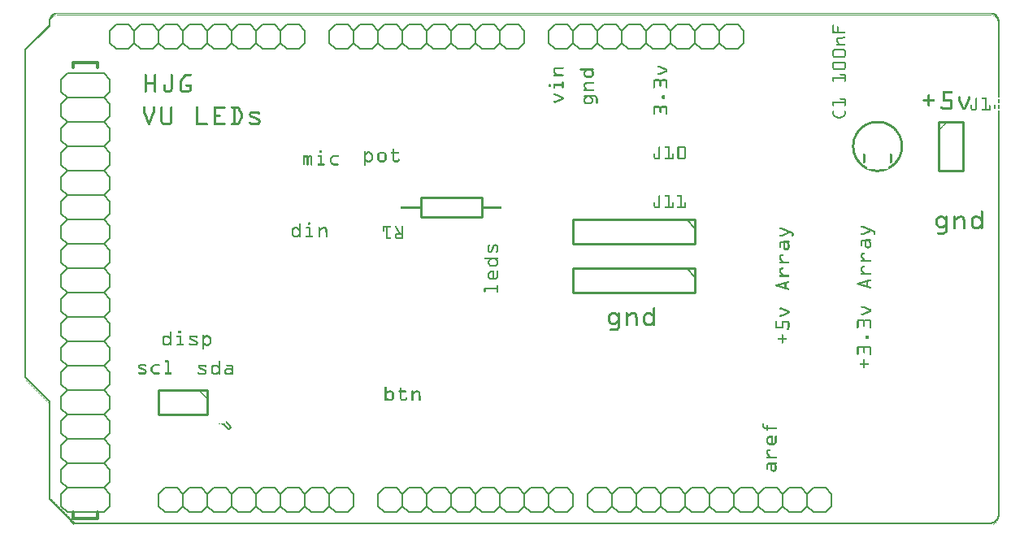
<source format=gto>
G04 MADE WITH FRITZING*
G04 WWW.FRITZING.ORG*
G04 DOUBLE SIDED*
G04 HOLES PLATED*
G04 CONTOUR ON CENTER OF CONTOUR VECTOR*
%ASAXBY*%
%FSLAX23Y23*%
%MOIN*%
%OFA0B0*%
%SFA1.0B1.0*%
%ADD10C,0.012000*%
%ADD11C,0.006000*%
%ADD12C,0.010000*%
%ADD13C,0.005000*%
%ADD14R,0.001000X0.001000*%
%LNSILK1*%
G90*
G70*
G54D10*
X303Y1888D02*
X303Y1908D01*
D02*
X303Y1908D02*
X203Y1908D01*
D02*
X203Y1908D02*
X203Y1888D01*
D02*
X303Y63D02*
X303Y38D01*
D02*
X303Y38D02*
X203Y38D01*
D02*
X203Y38D02*
X203Y63D01*
G54D11*
D02*
X528Y1963D02*
X478Y1963D01*
D02*
X478Y1963D02*
X453Y1988D01*
D02*
X453Y1988D02*
X453Y2038D01*
D02*
X453Y2038D02*
X478Y2063D01*
D02*
X653Y1988D02*
X628Y1963D01*
D02*
X628Y1963D02*
X578Y1963D01*
D02*
X578Y1963D02*
X553Y1988D01*
D02*
X553Y1988D02*
X553Y2038D01*
D02*
X553Y2038D02*
X578Y2063D01*
D02*
X578Y2063D02*
X628Y2063D01*
D02*
X628Y2063D02*
X653Y2038D01*
D02*
X528Y1963D02*
X553Y1988D01*
D02*
X553Y2038D02*
X528Y2063D01*
D02*
X478Y2063D02*
X528Y2063D01*
D02*
X828Y1963D02*
X778Y1963D01*
D02*
X778Y1963D02*
X753Y1988D01*
D02*
X753Y1988D02*
X753Y2038D01*
D02*
X753Y2038D02*
X778Y2063D01*
D02*
X753Y1988D02*
X728Y1963D01*
D02*
X728Y1963D02*
X678Y1963D01*
D02*
X678Y1963D02*
X653Y1988D01*
D02*
X653Y1988D02*
X653Y2038D01*
D02*
X653Y2038D02*
X678Y2063D01*
D02*
X678Y2063D02*
X728Y2063D01*
D02*
X728Y2063D02*
X753Y2038D01*
D02*
X953Y1988D02*
X928Y1963D01*
D02*
X928Y1963D02*
X878Y1963D01*
D02*
X878Y1963D02*
X853Y1988D01*
D02*
X853Y1988D02*
X853Y2038D01*
D02*
X853Y2038D02*
X878Y2063D01*
D02*
X878Y2063D02*
X928Y2063D01*
D02*
X928Y2063D02*
X953Y2038D01*
D02*
X828Y1963D02*
X853Y1988D01*
D02*
X853Y2038D02*
X828Y2063D01*
D02*
X778Y2063D02*
X828Y2063D01*
D02*
X1128Y1963D02*
X1078Y1963D01*
D02*
X1078Y1963D02*
X1053Y1988D01*
D02*
X1053Y1988D02*
X1053Y2038D01*
D02*
X1053Y2038D02*
X1078Y2063D01*
D02*
X1053Y1988D02*
X1028Y1963D01*
D02*
X1028Y1963D02*
X978Y1963D01*
D02*
X978Y1963D02*
X953Y1988D01*
D02*
X953Y1988D02*
X953Y2038D01*
D02*
X953Y2038D02*
X978Y2063D01*
D02*
X978Y2063D02*
X1028Y2063D01*
D02*
X1028Y2063D02*
X1053Y2038D01*
D02*
X1153Y1988D02*
X1153Y2038D01*
D02*
X1128Y1963D02*
X1153Y1988D01*
D02*
X1153Y2038D02*
X1128Y2063D01*
D02*
X1078Y2063D02*
X1128Y2063D01*
D02*
X428Y1963D02*
X378Y1963D01*
D02*
X378Y1963D02*
X353Y1988D01*
D02*
X353Y1988D02*
X353Y2038D01*
D02*
X353Y2038D02*
X378Y2063D01*
D02*
X428Y1963D02*
X453Y1988D01*
D02*
X453Y2038D02*
X428Y2063D01*
D02*
X378Y2063D02*
X428Y2063D01*
D02*
X1428Y1963D02*
X1378Y1963D01*
D02*
X1378Y1963D02*
X1353Y1988D01*
D02*
X1353Y1988D02*
X1353Y2038D01*
D02*
X1353Y2038D02*
X1378Y2063D01*
D02*
X1553Y1988D02*
X1528Y1963D01*
D02*
X1528Y1963D02*
X1478Y1963D01*
D02*
X1478Y1963D02*
X1453Y1988D01*
D02*
X1453Y1988D02*
X1453Y2038D01*
D02*
X1453Y2038D02*
X1478Y2063D01*
D02*
X1478Y2063D02*
X1528Y2063D01*
D02*
X1528Y2063D02*
X1553Y2038D01*
D02*
X1428Y1963D02*
X1453Y1988D01*
D02*
X1453Y2038D02*
X1428Y2063D01*
D02*
X1378Y2063D02*
X1428Y2063D01*
D02*
X1728Y1963D02*
X1678Y1963D01*
D02*
X1678Y1963D02*
X1653Y1988D01*
D02*
X1653Y1988D02*
X1653Y2038D01*
D02*
X1653Y2038D02*
X1678Y2063D01*
D02*
X1653Y1988D02*
X1628Y1963D01*
D02*
X1628Y1963D02*
X1578Y1963D01*
D02*
X1578Y1963D02*
X1553Y1988D01*
D02*
X1553Y1988D02*
X1553Y2038D01*
D02*
X1553Y2038D02*
X1578Y2063D01*
D02*
X1578Y2063D02*
X1628Y2063D01*
D02*
X1628Y2063D02*
X1653Y2038D01*
D02*
X1853Y1988D02*
X1828Y1963D01*
D02*
X1828Y1963D02*
X1778Y1963D01*
D02*
X1778Y1963D02*
X1753Y1988D01*
D02*
X1753Y1988D02*
X1753Y2038D01*
D02*
X1753Y2038D02*
X1778Y2063D01*
D02*
X1778Y2063D02*
X1828Y2063D01*
D02*
X1828Y2063D02*
X1853Y2038D01*
D02*
X1728Y1963D02*
X1753Y1988D01*
D02*
X1753Y2038D02*
X1728Y2063D01*
D02*
X1678Y2063D02*
X1728Y2063D01*
D02*
X2028Y1963D02*
X1978Y1963D01*
D02*
X1978Y1963D02*
X1953Y1988D01*
D02*
X1953Y1988D02*
X1953Y2038D01*
D02*
X1953Y2038D02*
X1978Y2063D01*
D02*
X1953Y1988D02*
X1928Y1963D01*
D02*
X1928Y1963D02*
X1878Y1963D01*
D02*
X1878Y1963D02*
X1853Y1988D01*
D02*
X1853Y1988D02*
X1853Y2038D01*
D02*
X1853Y2038D02*
X1878Y2063D01*
D02*
X1878Y2063D02*
X1928Y2063D01*
D02*
X1928Y2063D02*
X1953Y2038D01*
D02*
X2053Y1988D02*
X2053Y2038D01*
D02*
X2028Y1963D02*
X2053Y1988D01*
D02*
X2053Y2038D02*
X2028Y2063D01*
D02*
X1978Y2063D02*
X2028Y2063D01*
D02*
X1328Y1963D02*
X1278Y1963D01*
D02*
X1278Y1963D02*
X1253Y1988D01*
D02*
X1253Y1988D02*
X1253Y2038D01*
D02*
X1253Y2038D02*
X1278Y2063D01*
D02*
X1328Y1963D02*
X1353Y1988D01*
D02*
X1353Y2038D02*
X1328Y2063D01*
D02*
X1278Y2063D02*
X1328Y2063D01*
D02*
X1178Y163D02*
X1228Y163D01*
D02*
X1228Y163D02*
X1253Y138D01*
D02*
X1253Y138D02*
X1253Y88D01*
D02*
X1253Y88D02*
X1228Y63D01*
D02*
X1053Y138D02*
X1078Y163D01*
D02*
X1078Y163D02*
X1128Y163D01*
D02*
X1128Y163D02*
X1153Y138D01*
D02*
X1153Y138D02*
X1153Y88D01*
D02*
X1153Y88D02*
X1128Y63D01*
D02*
X1128Y63D02*
X1078Y63D01*
D02*
X1078Y63D02*
X1053Y88D01*
D02*
X1178Y163D02*
X1153Y138D01*
D02*
X1153Y88D02*
X1178Y63D01*
D02*
X1228Y63D02*
X1178Y63D01*
D02*
X878Y163D02*
X928Y163D01*
D02*
X928Y163D02*
X953Y138D01*
D02*
X953Y138D02*
X953Y88D01*
D02*
X953Y88D02*
X928Y63D01*
D02*
X953Y138D02*
X978Y163D01*
D02*
X978Y163D02*
X1028Y163D01*
D02*
X1028Y163D02*
X1053Y138D01*
D02*
X1053Y138D02*
X1053Y88D01*
D02*
X1053Y88D02*
X1028Y63D01*
D02*
X1028Y63D02*
X978Y63D01*
D02*
X978Y63D02*
X953Y88D01*
D02*
X753Y138D02*
X778Y163D01*
D02*
X778Y163D02*
X828Y163D01*
D02*
X828Y163D02*
X853Y138D01*
D02*
X853Y138D02*
X853Y88D01*
D02*
X853Y88D02*
X828Y63D01*
D02*
X828Y63D02*
X778Y63D01*
D02*
X778Y63D02*
X753Y88D01*
D02*
X878Y163D02*
X853Y138D01*
D02*
X853Y88D02*
X878Y63D01*
D02*
X928Y63D02*
X878Y63D01*
D02*
X578Y163D02*
X628Y163D01*
D02*
X628Y163D02*
X653Y138D01*
D02*
X653Y138D02*
X653Y88D01*
D02*
X653Y88D02*
X628Y63D01*
D02*
X653Y138D02*
X678Y163D01*
D02*
X678Y163D02*
X728Y163D01*
D02*
X728Y163D02*
X753Y138D01*
D02*
X753Y138D02*
X753Y88D01*
D02*
X753Y88D02*
X728Y63D01*
D02*
X728Y63D02*
X678Y63D01*
D02*
X678Y63D02*
X653Y88D01*
D02*
X553Y138D02*
X553Y88D01*
D02*
X578Y163D02*
X553Y138D01*
D02*
X553Y88D02*
X578Y63D01*
D02*
X628Y63D02*
X578Y63D01*
D02*
X1278Y163D02*
X1328Y163D01*
D02*
X1328Y163D02*
X1353Y138D01*
D02*
X1353Y138D02*
X1353Y88D01*
D02*
X1353Y88D02*
X1328Y63D01*
D02*
X1278Y163D02*
X1253Y138D01*
D02*
X1253Y88D02*
X1278Y63D01*
D02*
X1328Y63D02*
X1278Y63D01*
D02*
X2513Y88D02*
X2488Y63D01*
D02*
X2488Y63D02*
X2438Y63D01*
D02*
X2438Y63D02*
X2413Y88D01*
D02*
X2413Y88D02*
X2413Y138D01*
D02*
X2413Y138D02*
X2438Y163D01*
D02*
X2438Y163D02*
X2488Y163D01*
D02*
X2488Y163D02*
X2513Y138D01*
D02*
X2688Y63D02*
X2638Y63D01*
D02*
X2638Y63D02*
X2613Y88D01*
D02*
X2613Y88D02*
X2613Y138D01*
D02*
X2613Y138D02*
X2638Y163D01*
D02*
X2613Y88D02*
X2588Y63D01*
D02*
X2588Y63D02*
X2538Y63D01*
D02*
X2538Y63D02*
X2513Y88D01*
D02*
X2513Y88D02*
X2513Y138D01*
D02*
X2513Y138D02*
X2538Y163D01*
D02*
X2538Y163D02*
X2588Y163D01*
D02*
X2588Y163D02*
X2613Y138D01*
D02*
X2813Y88D02*
X2788Y63D01*
D02*
X2788Y63D02*
X2738Y63D01*
D02*
X2738Y63D02*
X2713Y88D01*
D02*
X2713Y88D02*
X2713Y138D01*
D02*
X2713Y138D02*
X2738Y163D01*
D02*
X2738Y163D02*
X2788Y163D01*
D02*
X2788Y163D02*
X2813Y138D01*
D02*
X2688Y63D02*
X2713Y88D01*
D02*
X2713Y138D02*
X2688Y163D01*
D02*
X2638Y163D02*
X2688Y163D01*
D02*
X2988Y63D02*
X2938Y63D01*
D02*
X2938Y63D02*
X2913Y88D01*
D02*
X2913Y88D02*
X2913Y138D01*
D02*
X2913Y138D02*
X2938Y163D01*
D02*
X2913Y88D02*
X2888Y63D01*
D02*
X2888Y63D02*
X2838Y63D01*
D02*
X2838Y63D02*
X2813Y88D01*
D02*
X2813Y88D02*
X2813Y138D01*
D02*
X2813Y138D02*
X2838Y163D01*
D02*
X2838Y163D02*
X2888Y163D01*
D02*
X2888Y163D02*
X2913Y138D01*
D02*
X3113Y88D02*
X3088Y63D01*
D02*
X3088Y63D02*
X3038Y63D01*
D02*
X3038Y63D02*
X3013Y88D01*
D02*
X3013Y88D02*
X3013Y138D01*
D02*
X3013Y138D02*
X3038Y163D01*
D02*
X3038Y163D02*
X3088Y163D01*
D02*
X3088Y163D02*
X3113Y138D01*
D02*
X2988Y63D02*
X3013Y88D01*
D02*
X3013Y138D02*
X2988Y163D01*
D02*
X2938Y163D02*
X2988Y163D01*
D02*
X3288Y63D02*
X3238Y63D01*
D02*
X3238Y63D02*
X3213Y88D01*
D02*
X3213Y88D02*
X3213Y138D01*
D02*
X3213Y138D02*
X3238Y163D01*
D02*
X3213Y88D02*
X3188Y63D01*
D02*
X3188Y63D02*
X3138Y63D01*
D02*
X3138Y63D02*
X3113Y88D01*
D02*
X3113Y88D02*
X3113Y138D01*
D02*
X3113Y138D02*
X3138Y163D01*
D02*
X3138Y163D02*
X3188Y163D01*
D02*
X3188Y163D02*
X3213Y138D01*
D02*
X3313Y88D02*
X3313Y138D01*
D02*
X3288Y63D02*
X3313Y88D01*
D02*
X3313Y138D02*
X3288Y163D01*
D02*
X3238Y163D02*
X3288Y163D01*
D02*
X2388Y63D02*
X2338Y63D01*
D02*
X2338Y63D02*
X2313Y88D01*
D02*
X2313Y88D02*
X2313Y138D01*
D02*
X2313Y138D02*
X2338Y163D01*
D02*
X2388Y63D02*
X2413Y88D01*
D02*
X2413Y138D02*
X2388Y163D01*
D02*
X2338Y163D02*
X2388Y163D01*
D02*
X2328Y1963D02*
X2278Y1963D01*
D02*
X2278Y1963D02*
X2253Y1988D01*
D02*
X2253Y1988D02*
X2253Y2038D01*
D02*
X2253Y2038D02*
X2278Y2063D01*
D02*
X2453Y1988D02*
X2428Y1963D01*
D02*
X2428Y1963D02*
X2378Y1963D01*
D02*
X2378Y1963D02*
X2353Y1988D01*
D02*
X2353Y1988D02*
X2353Y2038D01*
D02*
X2353Y2038D02*
X2378Y2063D01*
D02*
X2378Y2063D02*
X2428Y2063D01*
D02*
X2428Y2063D02*
X2453Y2038D01*
D02*
X2328Y1963D02*
X2353Y1988D01*
D02*
X2353Y2038D02*
X2328Y2063D01*
D02*
X2278Y2063D02*
X2328Y2063D01*
D02*
X2628Y1963D02*
X2578Y1963D01*
D02*
X2578Y1963D02*
X2553Y1988D01*
D02*
X2553Y1988D02*
X2553Y2038D01*
D02*
X2553Y2038D02*
X2578Y2063D01*
D02*
X2553Y1988D02*
X2528Y1963D01*
D02*
X2528Y1963D02*
X2478Y1963D01*
D02*
X2478Y1963D02*
X2453Y1988D01*
D02*
X2453Y1988D02*
X2453Y2038D01*
D02*
X2453Y2038D02*
X2478Y2063D01*
D02*
X2478Y2063D02*
X2528Y2063D01*
D02*
X2528Y2063D02*
X2553Y2038D01*
D02*
X2753Y1988D02*
X2728Y1963D01*
D02*
X2728Y1963D02*
X2678Y1963D01*
D02*
X2678Y1963D02*
X2653Y1988D01*
D02*
X2653Y1988D02*
X2653Y2038D01*
D02*
X2653Y2038D02*
X2678Y2063D01*
D02*
X2678Y2063D02*
X2728Y2063D01*
D02*
X2728Y2063D02*
X2753Y2038D01*
D02*
X2628Y1963D02*
X2653Y1988D01*
D02*
X2653Y2038D02*
X2628Y2063D01*
D02*
X2578Y2063D02*
X2628Y2063D01*
D02*
X2928Y1963D02*
X2878Y1963D01*
D02*
X2878Y1963D02*
X2853Y1988D01*
D02*
X2853Y1988D02*
X2853Y2038D01*
D02*
X2853Y2038D02*
X2878Y2063D01*
D02*
X2853Y1988D02*
X2828Y1963D01*
D02*
X2828Y1963D02*
X2778Y1963D01*
D02*
X2778Y1963D02*
X2753Y1988D01*
D02*
X2753Y1988D02*
X2753Y2038D01*
D02*
X2753Y2038D02*
X2778Y2063D01*
D02*
X2778Y2063D02*
X2828Y2063D01*
D02*
X2828Y2063D02*
X2853Y2038D01*
D02*
X2953Y1988D02*
X2953Y2038D01*
D02*
X2928Y1963D02*
X2953Y1988D01*
D02*
X2953Y2038D02*
X2928Y2063D01*
D02*
X2878Y2063D02*
X2928Y2063D01*
D02*
X2228Y1963D02*
X2178Y1963D01*
D02*
X2178Y1963D02*
X2153Y1988D01*
D02*
X2153Y1988D02*
X2153Y2038D01*
D02*
X2153Y2038D02*
X2178Y2063D01*
D02*
X2228Y1963D02*
X2253Y1988D01*
D02*
X2253Y2038D02*
X2228Y2063D01*
D02*
X2178Y2063D02*
X2228Y2063D01*
D02*
X2078Y163D02*
X2128Y163D01*
D02*
X2128Y163D02*
X2153Y138D01*
D02*
X2153Y138D02*
X2153Y88D01*
D02*
X2153Y88D02*
X2128Y63D01*
D02*
X1953Y138D02*
X1978Y163D01*
D02*
X1978Y163D02*
X2028Y163D01*
D02*
X2028Y163D02*
X2053Y138D01*
D02*
X2053Y138D02*
X2053Y88D01*
D02*
X2053Y88D02*
X2028Y63D01*
D02*
X2028Y63D02*
X1978Y63D01*
D02*
X1978Y63D02*
X1953Y88D01*
D02*
X2078Y163D02*
X2053Y138D01*
D02*
X2053Y88D02*
X2078Y63D01*
D02*
X2128Y63D02*
X2078Y63D01*
D02*
X1778Y163D02*
X1828Y163D01*
D02*
X1828Y163D02*
X1853Y138D01*
D02*
X1853Y138D02*
X1853Y88D01*
D02*
X1853Y88D02*
X1828Y63D01*
D02*
X1853Y138D02*
X1878Y163D01*
D02*
X1878Y163D02*
X1928Y163D01*
D02*
X1928Y163D02*
X1953Y138D01*
D02*
X1953Y138D02*
X1953Y88D01*
D02*
X1953Y88D02*
X1928Y63D01*
D02*
X1928Y63D02*
X1878Y63D01*
D02*
X1878Y63D02*
X1853Y88D01*
D02*
X1653Y138D02*
X1678Y163D01*
D02*
X1678Y163D02*
X1728Y163D01*
D02*
X1728Y163D02*
X1753Y138D01*
D02*
X1753Y138D02*
X1753Y88D01*
D02*
X1753Y88D02*
X1728Y63D01*
D02*
X1728Y63D02*
X1678Y63D01*
D02*
X1678Y63D02*
X1653Y88D01*
D02*
X1778Y163D02*
X1753Y138D01*
D02*
X1753Y88D02*
X1778Y63D01*
D02*
X1828Y63D02*
X1778Y63D01*
D02*
X1478Y163D02*
X1528Y163D01*
D02*
X1528Y163D02*
X1553Y138D01*
D02*
X1553Y138D02*
X1553Y88D01*
D02*
X1553Y88D02*
X1528Y63D01*
D02*
X1553Y138D02*
X1578Y163D01*
D02*
X1578Y163D02*
X1628Y163D01*
D02*
X1628Y163D02*
X1653Y138D01*
D02*
X1653Y138D02*
X1653Y88D01*
D02*
X1653Y88D02*
X1628Y63D01*
D02*
X1628Y63D02*
X1578Y63D01*
D02*
X1578Y63D02*
X1553Y88D01*
D02*
X1453Y138D02*
X1453Y88D01*
D02*
X1478Y163D02*
X1453Y138D01*
D02*
X1453Y88D02*
X1478Y63D01*
D02*
X1528Y63D02*
X1478Y63D01*
D02*
X2178Y163D02*
X2228Y163D01*
D02*
X2228Y163D02*
X2253Y138D01*
D02*
X2253Y138D02*
X2253Y88D01*
D02*
X2253Y88D02*
X2228Y63D01*
D02*
X2178Y163D02*
X2153Y138D01*
D02*
X2153Y88D02*
X2178Y63D01*
D02*
X2228Y63D02*
X2178Y63D01*
D02*
X328Y63D02*
X353Y88D01*
D02*
X353Y88D02*
X353Y138D01*
D02*
X353Y138D02*
X328Y163D01*
D02*
X328Y163D02*
X353Y188D01*
D02*
X353Y188D02*
X353Y238D01*
D02*
X353Y238D02*
X328Y263D01*
D02*
X328Y263D02*
X353Y288D01*
D02*
X353Y288D02*
X353Y338D01*
D02*
X353Y338D02*
X328Y363D01*
D02*
X328Y363D02*
X353Y388D01*
D02*
X353Y388D02*
X353Y438D01*
D02*
X353Y438D02*
X328Y463D01*
D02*
X328Y463D02*
X353Y488D01*
D02*
X353Y488D02*
X353Y538D01*
D02*
X353Y538D02*
X328Y563D01*
D02*
X328Y563D02*
X353Y588D01*
D02*
X353Y588D02*
X353Y638D01*
D02*
X353Y638D02*
X328Y663D01*
D02*
X328Y63D02*
X178Y63D01*
D02*
X178Y63D02*
X153Y88D01*
D02*
X153Y88D02*
X153Y138D01*
D02*
X153Y138D02*
X178Y163D01*
D02*
X178Y163D02*
X153Y188D01*
D02*
X153Y188D02*
X153Y238D01*
D02*
X153Y238D02*
X178Y263D01*
D02*
X178Y263D02*
X153Y288D01*
D02*
X153Y288D02*
X153Y338D01*
D02*
X153Y338D02*
X178Y363D01*
D02*
X178Y363D02*
X153Y388D01*
D02*
X153Y388D02*
X153Y438D01*
D02*
X153Y438D02*
X178Y463D01*
D02*
X178Y463D02*
X153Y488D01*
D02*
X153Y488D02*
X153Y538D01*
D02*
X153Y538D02*
X178Y563D01*
D02*
X178Y563D02*
X153Y588D01*
D02*
X153Y588D02*
X153Y638D01*
D02*
X153Y638D02*
X178Y663D01*
D02*
X178Y663D02*
X153Y688D01*
D02*
X153Y688D02*
X153Y738D01*
D02*
X153Y738D02*
X178Y763D01*
D02*
X178Y763D02*
X153Y788D01*
D02*
X153Y788D02*
X153Y838D01*
D02*
X153Y838D02*
X178Y863D01*
D02*
X178Y863D02*
X153Y888D01*
D02*
X153Y888D02*
X153Y938D01*
D02*
X153Y938D02*
X178Y963D01*
D02*
X178Y963D02*
X153Y988D01*
D02*
X153Y988D02*
X153Y1038D01*
D02*
X153Y1038D02*
X178Y1063D01*
D02*
X178Y1063D02*
X153Y1088D01*
D02*
X153Y1088D02*
X153Y1138D01*
D02*
X153Y1138D02*
X178Y1163D01*
D02*
X178Y1163D02*
X153Y1188D01*
D02*
X153Y1188D02*
X153Y1238D01*
D02*
X178Y1263D02*
X153Y1238D01*
D02*
X178Y1263D02*
X153Y1288D01*
D02*
X153Y1338D02*
X153Y1288D01*
D02*
X153Y1338D02*
X178Y1363D01*
D02*
X178Y1363D02*
X153Y1388D01*
D02*
X153Y1438D02*
X153Y1388D01*
D02*
X153Y1438D02*
X178Y1463D01*
D02*
X178Y1463D02*
X153Y1488D01*
D02*
X153Y1538D02*
X153Y1488D01*
D02*
X153Y1538D02*
X178Y1563D01*
D02*
X178Y1563D02*
X153Y1588D01*
D02*
X153Y1638D02*
X153Y1588D01*
D02*
X153Y1638D02*
X178Y1663D01*
D02*
X178Y1663D02*
X153Y1688D01*
D02*
X153Y1738D02*
X153Y1688D01*
D02*
X153Y1738D02*
X178Y1763D01*
D02*
X178Y1763D02*
X153Y1788D01*
D02*
X153Y1838D02*
X153Y1788D01*
D02*
X153Y1838D02*
X178Y1863D01*
D02*
X328Y1863D02*
X353Y1838D01*
D02*
X353Y1838D02*
X353Y1788D01*
D02*
X328Y1763D02*
X353Y1788D01*
D02*
X328Y1763D02*
X353Y1738D01*
D02*
X353Y1738D02*
X353Y1688D01*
D02*
X328Y1663D02*
X353Y1688D01*
D02*
X328Y1663D02*
X353Y1638D01*
D02*
X353Y1588D02*
X353Y1638D01*
D02*
X353Y1588D02*
X328Y1563D01*
D02*
X328Y1563D02*
X353Y1538D01*
D02*
X353Y1488D02*
X353Y1538D01*
D02*
X353Y1488D02*
X328Y1463D01*
D02*
X328Y1463D02*
X353Y1438D01*
D02*
X353Y1438D02*
X353Y1388D01*
D02*
X328Y1363D02*
X353Y1388D01*
D02*
X328Y1363D02*
X353Y1338D01*
D02*
X353Y1338D02*
X353Y1288D01*
D02*
X328Y1263D02*
X353Y1288D01*
D02*
X328Y1263D02*
X353Y1238D01*
D02*
X353Y1238D02*
X353Y1188D01*
D02*
X328Y1163D02*
X353Y1188D01*
D02*
X328Y1163D02*
X353Y1138D01*
D02*
X353Y1138D02*
X353Y1088D01*
D02*
X328Y1063D02*
X353Y1088D01*
D02*
X328Y1063D02*
X353Y1038D01*
D02*
X353Y1038D02*
X353Y988D01*
D02*
X328Y963D02*
X353Y988D01*
D02*
X328Y963D02*
X353Y938D01*
D02*
X353Y938D02*
X353Y888D01*
D02*
X328Y863D02*
X353Y888D01*
D02*
X328Y863D02*
X353Y838D01*
D02*
X353Y838D02*
X353Y788D01*
D02*
X328Y763D02*
X353Y788D01*
D02*
X328Y763D02*
X353Y738D01*
D02*
X353Y738D02*
X353Y688D01*
D02*
X328Y663D02*
X353Y688D01*
D02*
X178Y163D02*
X328Y163D01*
D02*
X178Y263D02*
X328Y263D01*
D02*
X178Y363D02*
X328Y363D01*
D02*
X178Y463D02*
X328Y463D01*
D02*
X178Y563D02*
X328Y563D01*
D02*
X178Y663D02*
X328Y663D01*
D02*
X178Y763D02*
X328Y763D01*
D02*
X178Y863D02*
X328Y863D01*
D02*
X178Y963D02*
X328Y963D01*
D02*
X178Y1063D02*
X328Y1063D01*
D02*
X178Y1163D02*
X328Y1163D01*
D02*
X178Y1263D02*
X328Y1263D01*
D02*
X178Y1363D02*
X328Y1363D01*
D02*
X178Y1463D02*
X328Y1463D01*
D02*
X178Y1563D02*
X328Y1563D01*
D02*
X178Y1663D02*
X328Y1663D01*
D02*
X178Y1763D02*
X328Y1763D01*
D02*
X178Y1863D02*
X328Y1863D01*
G54D12*
D02*
X1879Y1272D02*
X1629Y1272D01*
D02*
X1629Y1272D02*
X1629Y1354D01*
D02*
X1629Y1354D02*
X1879Y1354D01*
D02*
X1879Y1354D02*
X1879Y1272D01*
D02*
X2753Y1263D02*
X2253Y1263D01*
D02*
X2253Y1263D02*
X2253Y1163D01*
D02*
X2253Y1163D02*
X2753Y1163D01*
D02*
X2753Y1163D02*
X2753Y1263D01*
G54D13*
D02*
X2718Y1263D02*
X2753Y1228D01*
G54D12*
D02*
X2753Y1063D02*
X2253Y1063D01*
D02*
X2253Y1063D02*
X2253Y963D01*
D02*
X2253Y963D02*
X2753Y963D01*
D02*
X2753Y963D02*
X2753Y1063D01*
G54D13*
D02*
X2718Y1063D02*
X2753Y1028D01*
G54D12*
D02*
X3753Y1663D02*
X3753Y1463D01*
D02*
X3753Y1463D02*
X3853Y1463D01*
D02*
X3853Y1463D02*
X3853Y1663D01*
D02*
X3853Y1663D02*
X3753Y1663D01*
D02*
X753Y563D02*
X553Y563D01*
D02*
X553Y563D02*
X553Y463D01*
D02*
X553Y463D02*
X753Y463D01*
D02*
X753Y463D02*
X753Y563D01*
G54D14*
X127Y2111D02*
X3977Y2111D01*
X125Y2110D02*
X3979Y2110D01*
X123Y2109D02*
X3981Y2109D01*
X121Y2108D02*
X3983Y2108D01*
X120Y2107D02*
X3985Y2107D01*
X118Y2106D02*
X3986Y2106D01*
X117Y2105D02*
X133Y2105D01*
X3971Y2105D02*
X3987Y2105D01*
X116Y2104D02*
X130Y2104D01*
X3974Y2104D02*
X3988Y2104D01*
X115Y2103D02*
X128Y2103D01*
X3977Y2103D02*
X3990Y2103D01*
X114Y2102D02*
X126Y2102D01*
X137Y2102D02*
X3967Y2102D01*
X3979Y2102D02*
X3991Y2102D01*
X113Y2101D02*
X124Y2101D01*
X132Y2101D02*
X136Y2101D01*
X3968Y2101D02*
X3972Y2101D01*
X3980Y2101D02*
X3991Y2101D01*
X112Y2100D02*
X123Y2100D01*
X129Y2100D02*
X131Y2100D01*
X3973Y2100D02*
X3975Y2100D01*
X3982Y2100D02*
X3992Y2100D01*
X111Y2099D02*
X121Y2099D01*
X127Y2099D02*
X128Y2099D01*
X3976Y2099D02*
X3977Y2099D01*
X3983Y2099D02*
X3993Y2099D01*
X110Y2098D02*
X120Y2098D01*
X125Y2098D02*
X126Y2098D01*
X3978Y2098D02*
X3979Y2098D01*
X3984Y2098D02*
X3994Y2098D01*
X110Y2097D02*
X119Y2097D01*
X123Y2097D02*
X124Y2097D01*
X3980Y2097D02*
X3981Y2097D01*
X3985Y2097D02*
X3995Y2097D01*
X109Y2096D02*
X118Y2096D01*
X121Y2096D02*
X122Y2096D01*
X3982Y2096D02*
X3982Y2096D01*
X3986Y2096D02*
X3995Y2096D01*
X108Y2095D02*
X117Y2095D01*
X120Y2095D02*
X121Y2095D01*
X3983Y2095D02*
X3984Y2095D01*
X3987Y2095D02*
X3996Y2095D01*
X108Y2094D02*
X116Y2094D01*
X119Y2094D02*
X119Y2094D01*
X3984Y2094D02*
X3985Y2094D01*
X3988Y2094D02*
X3997Y2094D01*
X107Y2093D02*
X116Y2093D01*
X118Y2093D02*
X118Y2093D01*
X3986Y2093D02*
X3986Y2093D01*
X3989Y2093D02*
X3997Y2093D01*
X107Y2092D02*
X117Y2092D01*
X3987Y2092D02*
X3987Y2092D01*
X3990Y2092D02*
X3998Y2092D01*
X106Y2091D02*
X116Y2091D01*
X3988Y2091D02*
X3988Y2091D01*
X3990Y2091D02*
X3998Y2091D01*
X106Y2090D02*
X115Y2090D01*
X3989Y2090D02*
X3989Y2090D01*
X3991Y2090D02*
X3999Y2090D01*
X105Y2089D02*
X114Y2089D01*
X3990Y2089D02*
X3999Y2089D01*
X105Y2088D02*
X113Y2088D01*
X3990Y2088D02*
X3999Y2088D01*
X105Y2087D02*
X112Y2087D01*
X3991Y2087D02*
X4000Y2087D01*
X104Y2086D02*
X112Y2086D01*
X3992Y2086D02*
X4000Y2086D01*
X104Y2085D02*
X111Y2085D01*
X3993Y2085D02*
X4000Y2085D01*
X104Y2084D02*
X111Y2084D01*
X3993Y2084D02*
X4001Y2084D01*
X104Y2083D02*
X111Y2083D01*
X3994Y2083D02*
X4001Y2083D01*
X103Y2082D02*
X110Y2082D01*
X3994Y2082D02*
X4001Y2082D01*
X103Y2081D02*
X110Y2081D01*
X3994Y2081D02*
X4001Y2081D01*
X103Y2080D02*
X110Y2080D01*
X3994Y2080D02*
X4001Y2080D01*
X103Y2079D02*
X110Y2079D01*
X3994Y2079D02*
X4002Y2079D01*
X103Y2078D02*
X110Y2078D01*
X3995Y2078D02*
X4002Y2078D01*
X103Y2077D02*
X110Y2077D01*
X3995Y2077D02*
X4002Y2077D01*
X103Y2076D02*
X110Y2076D01*
X3995Y2076D02*
X4002Y2076D01*
X103Y2075D02*
X110Y2075D01*
X3995Y2075D02*
X4002Y2075D01*
X103Y2074D02*
X110Y2074D01*
X3995Y2074D02*
X4002Y2074D01*
X103Y2073D02*
X110Y2073D01*
X3995Y2073D02*
X4002Y2073D01*
X103Y2072D02*
X110Y2072D01*
X3995Y2072D02*
X4002Y2072D01*
X103Y2071D02*
X110Y2071D01*
X3995Y2071D02*
X4002Y2071D01*
X103Y2070D02*
X110Y2070D01*
X3995Y2070D02*
X4002Y2070D01*
X103Y2069D02*
X110Y2069D01*
X3995Y2069D02*
X4002Y2069D01*
X103Y2068D02*
X110Y2068D01*
X3995Y2068D02*
X4002Y2068D01*
X103Y2067D02*
X110Y2067D01*
X3995Y2067D02*
X4002Y2067D01*
X103Y2066D02*
X110Y2066D01*
X3995Y2066D02*
X4002Y2066D01*
X103Y2065D02*
X110Y2065D01*
X3995Y2065D02*
X4002Y2065D01*
X103Y2064D02*
X110Y2064D01*
X3995Y2064D02*
X4002Y2064D01*
X103Y2063D02*
X110Y2063D01*
X3995Y2063D02*
X4002Y2063D01*
X103Y2062D02*
X110Y2062D01*
X3319Y2062D02*
X3322Y2062D01*
X3995Y2062D02*
X4002Y2062D01*
X102Y2061D02*
X110Y2061D01*
X3318Y2061D02*
X3323Y2061D01*
X3995Y2061D02*
X4002Y2061D01*
X101Y2060D02*
X110Y2060D01*
X3318Y2060D02*
X3323Y2060D01*
X3995Y2060D02*
X4002Y2060D01*
X100Y2059D02*
X110Y2059D01*
X3317Y2059D02*
X3323Y2059D01*
X3995Y2059D02*
X4002Y2059D01*
X99Y2058D02*
X110Y2058D01*
X3317Y2058D02*
X3323Y2058D01*
X3995Y2058D02*
X4002Y2058D01*
X98Y2057D02*
X109Y2057D01*
X3317Y2057D02*
X3323Y2057D01*
X3995Y2057D02*
X4002Y2057D01*
X97Y2056D02*
X108Y2056D01*
X3317Y2056D02*
X3323Y2056D01*
X3995Y2056D02*
X4002Y2056D01*
X96Y2055D02*
X107Y2055D01*
X3317Y2055D02*
X3323Y2055D01*
X3337Y2055D02*
X3339Y2055D01*
X3995Y2055D02*
X4002Y2055D01*
X95Y2054D02*
X106Y2054D01*
X3317Y2054D02*
X3323Y2054D01*
X3336Y2054D02*
X3340Y2054D01*
X3995Y2054D02*
X4002Y2054D01*
X94Y2053D02*
X106Y2053D01*
X3317Y2053D02*
X3323Y2053D01*
X3335Y2053D02*
X3341Y2053D01*
X3995Y2053D02*
X4002Y2053D01*
X93Y2052D02*
X104Y2052D01*
X106Y2052D02*
X106Y2052D01*
X3317Y2052D02*
X3323Y2052D01*
X3335Y2052D02*
X3341Y2052D01*
X3995Y2052D02*
X4002Y2052D01*
X92Y2051D02*
X103Y2051D01*
X105Y2051D02*
X105Y2051D01*
X3317Y2051D02*
X3323Y2051D01*
X3335Y2051D02*
X3341Y2051D01*
X3995Y2051D02*
X4002Y2051D01*
X91Y2050D02*
X102Y2050D01*
X104Y2050D02*
X104Y2050D01*
X3317Y2050D02*
X3323Y2050D01*
X3335Y2050D02*
X3341Y2050D01*
X3995Y2050D02*
X4002Y2050D01*
X90Y2049D02*
X101Y2049D01*
X103Y2049D02*
X103Y2049D01*
X3317Y2049D02*
X3323Y2049D01*
X3335Y2049D02*
X3341Y2049D01*
X3995Y2049D02*
X4002Y2049D01*
X89Y2048D02*
X100Y2048D01*
X102Y2048D02*
X102Y2048D01*
X3317Y2048D02*
X3323Y2048D01*
X3335Y2048D02*
X3341Y2048D01*
X3995Y2048D02*
X4002Y2048D01*
X88Y2047D02*
X99Y2047D01*
X101Y2047D02*
X101Y2047D01*
X3317Y2047D02*
X3323Y2047D01*
X3335Y2047D02*
X3341Y2047D01*
X3995Y2047D02*
X4002Y2047D01*
X87Y2046D02*
X98Y2046D01*
X100Y2046D02*
X100Y2046D01*
X3317Y2046D02*
X3323Y2046D01*
X3335Y2046D02*
X3341Y2046D01*
X3995Y2046D02*
X4002Y2046D01*
X86Y2045D02*
X97Y2045D01*
X99Y2045D02*
X99Y2045D01*
X3317Y2045D02*
X3323Y2045D01*
X3335Y2045D02*
X3341Y2045D01*
X3995Y2045D02*
X4002Y2045D01*
X85Y2044D02*
X96Y2044D01*
X98Y2044D02*
X98Y2044D01*
X3317Y2044D02*
X3323Y2044D01*
X3335Y2044D02*
X3341Y2044D01*
X3995Y2044D02*
X4002Y2044D01*
X84Y2043D02*
X95Y2043D01*
X97Y2043D02*
X97Y2043D01*
X3317Y2043D02*
X3323Y2043D01*
X3335Y2043D02*
X3341Y2043D01*
X3995Y2043D02*
X4002Y2043D01*
X83Y2042D02*
X94Y2042D01*
X96Y2042D02*
X96Y2042D01*
X3317Y2042D02*
X3323Y2042D01*
X3335Y2042D02*
X3341Y2042D01*
X3995Y2042D02*
X4002Y2042D01*
X82Y2041D02*
X93Y2041D01*
X95Y2041D02*
X95Y2041D01*
X3317Y2041D02*
X3323Y2041D01*
X3335Y2041D02*
X3341Y2041D01*
X3995Y2041D02*
X4002Y2041D01*
X81Y2040D02*
X92Y2040D01*
X94Y2040D02*
X94Y2040D01*
X3317Y2040D02*
X3323Y2040D01*
X3335Y2040D02*
X3341Y2040D01*
X3995Y2040D02*
X4002Y2040D01*
X80Y2039D02*
X91Y2039D01*
X93Y2039D02*
X93Y2039D01*
X3317Y2039D02*
X3323Y2039D01*
X3335Y2039D02*
X3341Y2039D01*
X3995Y2039D02*
X4002Y2039D01*
X79Y2038D02*
X90Y2038D01*
X92Y2038D02*
X92Y2038D01*
X3317Y2038D02*
X3323Y2038D01*
X3335Y2038D02*
X3341Y2038D01*
X3995Y2038D02*
X4002Y2038D01*
X78Y2037D02*
X89Y2037D01*
X91Y2037D02*
X91Y2037D01*
X3317Y2037D02*
X3323Y2037D01*
X3335Y2037D02*
X3341Y2037D01*
X3995Y2037D02*
X4002Y2037D01*
X77Y2036D02*
X88Y2036D01*
X90Y2036D02*
X90Y2036D01*
X3317Y2036D02*
X3323Y2036D01*
X3335Y2036D02*
X3341Y2036D01*
X3995Y2036D02*
X4002Y2036D01*
X76Y2035D02*
X87Y2035D01*
X89Y2035D02*
X89Y2035D01*
X3317Y2035D02*
X3324Y2035D01*
X3335Y2035D02*
X3342Y2035D01*
X3995Y2035D02*
X4002Y2035D01*
X75Y2034D02*
X86Y2034D01*
X88Y2034D02*
X88Y2034D01*
X3317Y2034D02*
X3369Y2034D01*
X3995Y2034D02*
X4002Y2034D01*
X74Y2033D02*
X85Y2033D01*
X87Y2033D02*
X87Y2033D01*
X3317Y2033D02*
X3370Y2033D01*
X3995Y2033D02*
X4002Y2033D01*
X73Y2032D02*
X84Y2032D01*
X86Y2032D02*
X86Y2032D01*
X3317Y2032D02*
X3370Y2032D01*
X3995Y2032D02*
X4002Y2032D01*
X72Y2031D02*
X83Y2031D01*
X85Y2031D02*
X85Y2031D01*
X3317Y2031D02*
X3370Y2031D01*
X3995Y2031D02*
X4002Y2031D01*
X71Y2030D02*
X82Y2030D01*
X84Y2030D02*
X84Y2030D01*
X3317Y2030D02*
X3370Y2030D01*
X3995Y2030D02*
X4002Y2030D01*
X70Y2029D02*
X81Y2029D01*
X83Y2029D02*
X83Y2029D01*
X3317Y2029D02*
X3369Y2029D01*
X3995Y2029D02*
X4002Y2029D01*
X69Y2028D02*
X80Y2028D01*
X82Y2028D02*
X82Y2028D01*
X3318Y2028D02*
X3367Y2028D01*
X3995Y2028D02*
X4002Y2028D01*
X68Y2027D02*
X79Y2027D01*
X81Y2027D02*
X81Y2027D01*
X3995Y2027D02*
X4002Y2027D01*
X67Y2026D02*
X78Y2026D01*
X80Y2026D02*
X80Y2026D01*
X3995Y2026D02*
X4002Y2026D01*
X66Y2025D02*
X77Y2025D01*
X79Y2025D02*
X79Y2025D01*
X3995Y2025D02*
X4002Y2025D01*
X65Y2024D02*
X76Y2024D01*
X78Y2024D02*
X78Y2024D01*
X3995Y2024D02*
X4002Y2024D01*
X64Y2023D02*
X75Y2023D01*
X77Y2023D02*
X77Y2023D01*
X3995Y2023D02*
X4002Y2023D01*
X63Y2022D02*
X74Y2022D01*
X76Y2022D02*
X76Y2022D01*
X3995Y2022D02*
X4002Y2022D01*
X62Y2021D02*
X73Y2021D01*
X75Y2021D02*
X75Y2021D01*
X3995Y2021D02*
X4002Y2021D01*
X61Y2020D02*
X72Y2020D01*
X74Y2020D02*
X74Y2020D01*
X3995Y2020D02*
X4002Y2020D01*
X60Y2019D02*
X71Y2019D01*
X73Y2019D02*
X73Y2019D01*
X3995Y2019D02*
X4002Y2019D01*
X59Y2018D02*
X70Y2018D01*
X72Y2018D02*
X72Y2018D01*
X3995Y2018D02*
X4002Y2018D01*
X58Y2017D02*
X69Y2017D01*
X71Y2017D02*
X71Y2017D01*
X3995Y2017D02*
X4002Y2017D01*
X57Y2016D02*
X68Y2016D01*
X70Y2016D02*
X70Y2016D01*
X3995Y2016D02*
X4002Y2016D01*
X56Y2015D02*
X67Y2015D01*
X69Y2015D02*
X69Y2015D01*
X3995Y2015D02*
X4002Y2015D01*
X55Y2014D02*
X66Y2014D01*
X68Y2014D02*
X68Y2014D01*
X3995Y2014D02*
X4002Y2014D01*
X54Y2013D02*
X65Y2013D01*
X67Y2013D02*
X67Y2013D01*
X3995Y2013D02*
X4002Y2013D01*
X53Y2012D02*
X64Y2012D01*
X66Y2012D02*
X66Y2012D01*
X3360Y2012D02*
X3368Y2012D01*
X3995Y2012D02*
X4002Y2012D01*
X52Y2011D02*
X63Y2011D01*
X65Y2011D02*
X65Y2011D01*
X3340Y2011D02*
X3370Y2011D01*
X3995Y2011D02*
X4002Y2011D01*
X51Y2010D02*
X62Y2010D01*
X64Y2010D02*
X64Y2010D01*
X3337Y2010D02*
X3370Y2010D01*
X3995Y2010D02*
X4002Y2010D01*
X50Y2009D02*
X61Y2009D01*
X63Y2009D02*
X63Y2009D01*
X3336Y2009D02*
X3370Y2009D01*
X3995Y2009D02*
X4002Y2009D01*
X49Y2008D02*
X60Y2008D01*
X62Y2008D02*
X62Y2008D01*
X3335Y2008D02*
X3370Y2008D01*
X3995Y2008D02*
X4002Y2008D01*
X48Y2007D02*
X59Y2007D01*
X61Y2007D02*
X61Y2007D01*
X3334Y2007D02*
X3370Y2007D01*
X3995Y2007D02*
X4002Y2007D01*
X47Y2006D02*
X58Y2006D01*
X60Y2006D02*
X60Y2006D01*
X3333Y2006D02*
X3369Y2006D01*
X3995Y2006D02*
X4002Y2006D01*
X46Y2005D02*
X56Y2005D01*
X59Y2005D02*
X59Y2005D01*
X3333Y2005D02*
X3358Y2005D01*
X3995Y2005D02*
X4002Y2005D01*
X45Y2004D02*
X55Y2004D01*
X58Y2004D02*
X58Y2004D01*
X3333Y2004D02*
X3340Y2004D01*
X3995Y2004D02*
X4002Y2004D01*
X44Y2003D02*
X54Y2003D01*
X57Y2003D02*
X57Y2003D01*
X3332Y2003D02*
X3339Y2003D01*
X3995Y2003D02*
X4002Y2003D01*
X43Y2002D02*
X53Y2002D01*
X56Y2002D02*
X56Y2002D01*
X3332Y2002D02*
X3338Y2002D01*
X3995Y2002D02*
X4002Y2002D01*
X42Y2001D02*
X52Y2001D01*
X55Y2001D02*
X55Y2001D01*
X3332Y2001D02*
X3338Y2001D01*
X3995Y2001D02*
X4002Y2001D01*
X41Y2000D02*
X51Y2000D01*
X54Y2000D02*
X54Y2000D01*
X3332Y2000D02*
X3338Y2000D01*
X3995Y2000D02*
X4002Y2000D01*
X40Y1999D02*
X50Y1999D01*
X53Y1999D02*
X53Y1999D01*
X3332Y1999D02*
X3338Y1999D01*
X3995Y1999D02*
X4002Y1999D01*
X39Y1998D02*
X49Y1998D01*
X52Y1998D02*
X52Y1998D01*
X3332Y1998D02*
X3338Y1998D01*
X3995Y1998D02*
X4002Y1998D01*
X38Y1997D02*
X48Y1997D01*
X51Y1997D02*
X51Y1997D01*
X3332Y1997D02*
X3338Y1997D01*
X3995Y1997D02*
X4002Y1997D01*
X37Y1996D02*
X47Y1996D01*
X50Y1996D02*
X50Y1996D01*
X3332Y1996D02*
X3338Y1996D01*
X3995Y1996D02*
X4002Y1996D01*
X36Y1995D02*
X46Y1995D01*
X49Y1995D02*
X49Y1995D01*
X3332Y1995D02*
X3339Y1995D01*
X3995Y1995D02*
X4002Y1995D01*
X35Y1994D02*
X45Y1994D01*
X48Y1994D02*
X48Y1994D01*
X3333Y1994D02*
X3339Y1994D01*
X3995Y1994D02*
X4002Y1994D01*
X34Y1993D02*
X44Y1993D01*
X47Y1993D02*
X47Y1993D01*
X3333Y1993D02*
X3340Y1993D01*
X3995Y1993D02*
X4002Y1993D01*
X33Y1992D02*
X43Y1992D01*
X46Y1992D02*
X46Y1992D01*
X3334Y1992D02*
X3341Y1992D01*
X3995Y1992D02*
X4002Y1992D01*
X32Y1991D02*
X42Y1991D01*
X45Y1991D02*
X45Y1991D01*
X3334Y1991D02*
X3341Y1991D01*
X3995Y1991D02*
X4002Y1991D01*
X31Y1990D02*
X41Y1990D01*
X44Y1990D02*
X44Y1990D01*
X3335Y1990D02*
X3342Y1990D01*
X3995Y1990D02*
X4002Y1990D01*
X30Y1989D02*
X40Y1989D01*
X43Y1989D02*
X43Y1989D01*
X3335Y1989D02*
X3343Y1989D01*
X3995Y1989D02*
X4002Y1989D01*
X29Y1988D02*
X39Y1988D01*
X42Y1988D02*
X42Y1988D01*
X3336Y1988D02*
X3343Y1988D01*
X3995Y1988D02*
X4002Y1988D01*
X28Y1987D02*
X38Y1987D01*
X41Y1987D02*
X41Y1987D01*
X3337Y1987D02*
X3344Y1987D01*
X3995Y1987D02*
X4002Y1987D01*
X27Y1986D02*
X37Y1986D01*
X40Y1986D02*
X40Y1986D01*
X3337Y1986D02*
X3345Y1986D01*
X3995Y1986D02*
X4002Y1986D01*
X26Y1985D02*
X36Y1985D01*
X39Y1985D02*
X39Y1985D01*
X3338Y1985D02*
X3345Y1985D01*
X3995Y1985D02*
X4002Y1985D01*
X25Y1984D02*
X35Y1984D01*
X38Y1984D02*
X38Y1984D01*
X3334Y1984D02*
X3369Y1984D01*
X3995Y1984D02*
X4002Y1984D01*
X24Y1983D02*
X34Y1983D01*
X37Y1983D02*
X37Y1983D01*
X3333Y1983D02*
X3370Y1983D01*
X3995Y1983D02*
X4002Y1983D01*
X23Y1982D02*
X33Y1982D01*
X36Y1982D02*
X36Y1982D01*
X3332Y1982D02*
X3370Y1982D01*
X3995Y1982D02*
X4002Y1982D01*
X22Y1981D02*
X32Y1981D01*
X35Y1981D02*
X35Y1981D01*
X3332Y1981D02*
X3370Y1981D01*
X3995Y1981D02*
X4002Y1981D01*
X21Y1980D02*
X31Y1980D01*
X34Y1980D02*
X34Y1980D01*
X3332Y1980D02*
X3370Y1980D01*
X3995Y1980D02*
X4002Y1980D01*
X20Y1979D02*
X30Y1979D01*
X33Y1979D02*
X33Y1979D01*
X3333Y1979D02*
X3370Y1979D01*
X3995Y1979D02*
X4002Y1979D01*
X19Y1978D02*
X29Y1978D01*
X32Y1978D02*
X32Y1978D01*
X3334Y1978D02*
X3368Y1978D01*
X3995Y1978D02*
X4002Y1978D01*
X18Y1977D02*
X28Y1977D01*
X31Y1977D02*
X31Y1977D01*
X3995Y1977D02*
X4002Y1977D01*
X17Y1976D02*
X27Y1976D01*
X30Y1976D02*
X30Y1976D01*
X3995Y1976D02*
X4002Y1976D01*
X16Y1975D02*
X26Y1975D01*
X29Y1975D02*
X29Y1975D01*
X3995Y1975D02*
X4002Y1975D01*
X15Y1974D02*
X25Y1974D01*
X28Y1974D02*
X28Y1974D01*
X3995Y1974D02*
X4002Y1974D01*
X14Y1973D02*
X24Y1973D01*
X27Y1973D02*
X27Y1973D01*
X3995Y1973D02*
X4002Y1973D01*
X13Y1972D02*
X23Y1972D01*
X26Y1972D02*
X26Y1972D01*
X3995Y1972D02*
X4002Y1972D01*
X12Y1971D02*
X22Y1971D01*
X25Y1971D02*
X25Y1971D01*
X3995Y1971D02*
X4002Y1971D01*
X11Y1970D02*
X21Y1970D01*
X24Y1970D02*
X24Y1970D01*
X3995Y1970D02*
X4002Y1970D01*
X10Y1969D02*
X20Y1969D01*
X23Y1969D02*
X23Y1969D01*
X3995Y1969D02*
X4002Y1969D01*
X9Y1968D02*
X19Y1968D01*
X22Y1968D02*
X22Y1968D01*
X3995Y1968D02*
X4002Y1968D01*
X8Y1967D02*
X18Y1967D01*
X21Y1967D02*
X21Y1967D01*
X3995Y1967D02*
X4002Y1967D01*
X7Y1966D02*
X17Y1966D01*
X20Y1966D02*
X20Y1966D01*
X3995Y1966D02*
X4002Y1966D01*
X6Y1965D02*
X16Y1965D01*
X19Y1965D02*
X19Y1965D01*
X3995Y1965D02*
X4002Y1965D01*
X5Y1964D02*
X15Y1964D01*
X18Y1964D02*
X18Y1964D01*
X3995Y1964D02*
X4002Y1964D01*
X4Y1963D02*
X14Y1963D01*
X17Y1963D02*
X17Y1963D01*
X3995Y1963D02*
X4002Y1963D01*
X3Y1962D02*
X13Y1962D01*
X16Y1962D02*
X16Y1962D01*
X3323Y1962D02*
X3365Y1962D01*
X3995Y1962D02*
X4002Y1962D01*
X3Y1961D02*
X12Y1961D01*
X15Y1961D02*
X15Y1961D01*
X3321Y1961D02*
X3367Y1961D01*
X3995Y1961D02*
X4002Y1961D01*
X3Y1960D02*
X11Y1960D01*
X14Y1960D02*
X14Y1960D01*
X3320Y1960D02*
X3368Y1960D01*
X3995Y1960D02*
X4002Y1960D01*
X3Y1959D02*
X10Y1959D01*
X13Y1959D02*
X13Y1959D01*
X3319Y1959D02*
X3369Y1959D01*
X3995Y1959D02*
X4002Y1959D01*
X3Y1958D02*
X10Y1958D01*
X12Y1958D02*
X12Y1958D01*
X3318Y1958D02*
X3370Y1958D01*
X3995Y1958D02*
X4002Y1958D01*
X3Y1957D02*
X11Y1957D01*
X3318Y1957D02*
X3370Y1957D01*
X3995Y1957D02*
X4002Y1957D01*
X3Y1956D02*
X10Y1956D01*
X3317Y1956D02*
X3370Y1956D01*
X3995Y1956D02*
X4002Y1956D01*
X3Y1955D02*
X10Y1955D01*
X3317Y1955D02*
X3324Y1955D01*
X3364Y1955D02*
X3371Y1955D01*
X3995Y1955D02*
X4002Y1955D01*
X3Y1954D02*
X10Y1954D01*
X3317Y1954D02*
X3323Y1954D01*
X3365Y1954D02*
X3371Y1954D01*
X3995Y1954D02*
X4002Y1954D01*
X3Y1953D02*
X10Y1953D01*
X3317Y1953D02*
X3323Y1953D01*
X3365Y1953D02*
X3371Y1953D01*
X3995Y1953D02*
X4002Y1953D01*
X3Y1952D02*
X10Y1952D01*
X3317Y1952D02*
X3323Y1952D01*
X3365Y1952D02*
X3371Y1952D01*
X3995Y1952D02*
X4002Y1952D01*
X3Y1951D02*
X10Y1951D01*
X3317Y1951D02*
X3323Y1951D01*
X3365Y1951D02*
X3371Y1951D01*
X3995Y1951D02*
X4002Y1951D01*
X3Y1950D02*
X10Y1950D01*
X3317Y1950D02*
X3323Y1950D01*
X3365Y1950D02*
X3371Y1950D01*
X3995Y1950D02*
X4002Y1950D01*
X3Y1949D02*
X10Y1949D01*
X3317Y1949D02*
X3323Y1949D01*
X3365Y1949D02*
X3371Y1949D01*
X3995Y1949D02*
X4002Y1949D01*
X3Y1948D02*
X10Y1948D01*
X3317Y1948D02*
X3323Y1948D01*
X3365Y1948D02*
X3371Y1948D01*
X3995Y1948D02*
X4002Y1948D01*
X3Y1947D02*
X10Y1947D01*
X3317Y1947D02*
X3323Y1947D01*
X3365Y1947D02*
X3371Y1947D01*
X3995Y1947D02*
X4002Y1947D01*
X3Y1946D02*
X10Y1946D01*
X3317Y1946D02*
X3323Y1946D01*
X3365Y1946D02*
X3371Y1946D01*
X3995Y1946D02*
X4002Y1946D01*
X3Y1945D02*
X10Y1945D01*
X3317Y1945D02*
X3323Y1945D01*
X3365Y1945D02*
X3371Y1945D01*
X3995Y1945D02*
X4002Y1945D01*
X3Y1944D02*
X10Y1944D01*
X3317Y1944D02*
X3323Y1944D01*
X3365Y1944D02*
X3371Y1944D01*
X3995Y1944D02*
X4002Y1944D01*
X3Y1943D02*
X10Y1943D01*
X3317Y1943D02*
X3323Y1943D01*
X3365Y1943D02*
X3371Y1943D01*
X3995Y1943D02*
X4002Y1943D01*
X3Y1942D02*
X10Y1942D01*
X3317Y1942D02*
X3323Y1942D01*
X3365Y1942D02*
X3371Y1942D01*
X3995Y1942D02*
X4002Y1942D01*
X3Y1941D02*
X10Y1941D01*
X3317Y1941D02*
X3323Y1941D01*
X3365Y1941D02*
X3371Y1941D01*
X3995Y1941D02*
X4002Y1941D01*
X3Y1940D02*
X10Y1940D01*
X3317Y1940D02*
X3323Y1940D01*
X3365Y1940D02*
X3371Y1940D01*
X3995Y1940D02*
X4002Y1940D01*
X3Y1939D02*
X10Y1939D01*
X3317Y1939D02*
X3323Y1939D01*
X3365Y1939D02*
X3371Y1939D01*
X3995Y1939D02*
X4002Y1939D01*
X3Y1938D02*
X10Y1938D01*
X3317Y1938D02*
X3323Y1938D01*
X3365Y1938D02*
X3371Y1938D01*
X3995Y1938D02*
X4002Y1938D01*
X3Y1937D02*
X10Y1937D01*
X3317Y1937D02*
X3323Y1937D01*
X3365Y1937D02*
X3371Y1937D01*
X3995Y1937D02*
X4002Y1937D01*
X3Y1936D02*
X10Y1936D01*
X3317Y1936D02*
X3323Y1936D01*
X3365Y1936D02*
X3371Y1936D01*
X3995Y1936D02*
X4002Y1936D01*
X3Y1935D02*
X10Y1935D01*
X3317Y1935D02*
X3323Y1935D01*
X3365Y1935D02*
X3371Y1935D01*
X3995Y1935D02*
X4002Y1935D01*
X3Y1934D02*
X10Y1934D01*
X3317Y1934D02*
X3370Y1934D01*
X3995Y1934D02*
X4002Y1934D01*
X3Y1933D02*
X10Y1933D01*
X3318Y1933D02*
X3370Y1933D01*
X3995Y1933D02*
X4002Y1933D01*
X3Y1932D02*
X10Y1932D01*
X3318Y1932D02*
X3370Y1932D01*
X3995Y1932D02*
X4002Y1932D01*
X3Y1931D02*
X10Y1931D01*
X3318Y1931D02*
X3370Y1931D01*
X3995Y1931D02*
X4002Y1931D01*
X3Y1930D02*
X10Y1930D01*
X3319Y1930D02*
X3369Y1930D01*
X3995Y1930D02*
X4002Y1930D01*
X3Y1929D02*
X10Y1929D01*
X3320Y1929D02*
X3368Y1929D01*
X3995Y1929D02*
X4002Y1929D01*
X3Y1928D02*
X10Y1928D01*
X3322Y1928D02*
X3366Y1928D01*
X3995Y1928D02*
X4002Y1928D01*
X3Y1927D02*
X10Y1927D01*
X3995Y1927D02*
X4002Y1927D01*
X3Y1926D02*
X10Y1926D01*
X3995Y1926D02*
X4002Y1926D01*
X3Y1925D02*
X10Y1925D01*
X3995Y1925D02*
X4002Y1925D01*
X3Y1924D02*
X10Y1924D01*
X3995Y1924D02*
X4002Y1924D01*
X3Y1923D02*
X10Y1923D01*
X3995Y1923D02*
X4002Y1923D01*
X3Y1922D02*
X10Y1922D01*
X3995Y1922D02*
X4002Y1922D01*
X3Y1921D02*
X10Y1921D01*
X3995Y1921D02*
X4002Y1921D01*
X3Y1920D02*
X10Y1920D01*
X3995Y1920D02*
X4002Y1920D01*
X3Y1919D02*
X10Y1919D01*
X3995Y1919D02*
X4002Y1919D01*
X3Y1918D02*
X10Y1918D01*
X3995Y1918D02*
X4002Y1918D01*
X3Y1917D02*
X10Y1917D01*
X3995Y1917D02*
X4002Y1917D01*
X3Y1916D02*
X10Y1916D01*
X3995Y1916D02*
X4002Y1916D01*
X3Y1915D02*
X10Y1915D01*
X3995Y1915D02*
X4002Y1915D01*
X3Y1914D02*
X10Y1914D01*
X3995Y1914D02*
X4002Y1914D01*
X3Y1913D02*
X10Y1913D01*
X3995Y1913D02*
X4002Y1913D01*
X3Y1912D02*
X10Y1912D01*
X3995Y1912D02*
X4002Y1912D01*
X3Y1911D02*
X10Y1911D01*
X3321Y1911D02*
X3367Y1911D01*
X3995Y1911D02*
X4002Y1911D01*
X3Y1910D02*
X10Y1910D01*
X3320Y1910D02*
X3368Y1910D01*
X3995Y1910D02*
X4002Y1910D01*
X3Y1909D02*
X10Y1909D01*
X3319Y1909D02*
X3369Y1909D01*
X3995Y1909D02*
X4002Y1909D01*
X3Y1908D02*
X10Y1908D01*
X3318Y1908D02*
X3370Y1908D01*
X3995Y1908D02*
X4002Y1908D01*
X3Y1907D02*
X10Y1907D01*
X3318Y1907D02*
X3370Y1907D01*
X3995Y1907D02*
X4002Y1907D01*
X3Y1906D02*
X10Y1906D01*
X3318Y1906D02*
X3370Y1906D01*
X3995Y1906D02*
X4002Y1906D01*
X3Y1905D02*
X10Y1905D01*
X3317Y1905D02*
X3371Y1905D01*
X3995Y1905D02*
X4002Y1905D01*
X3Y1904D02*
X10Y1904D01*
X3317Y1904D02*
X3323Y1904D01*
X3365Y1904D02*
X3371Y1904D01*
X3995Y1904D02*
X4002Y1904D01*
X3Y1903D02*
X10Y1903D01*
X3317Y1903D02*
X3323Y1903D01*
X3365Y1903D02*
X3371Y1903D01*
X3995Y1903D02*
X4002Y1903D01*
X3Y1902D02*
X10Y1902D01*
X3317Y1902D02*
X3323Y1902D01*
X3365Y1902D02*
X3371Y1902D01*
X3995Y1902D02*
X4002Y1902D01*
X3Y1901D02*
X10Y1901D01*
X3317Y1901D02*
X3323Y1901D01*
X3365Y1901D02*
X3371Y1901D01*
X3995Y1901D02*
X4002Y1901D01*
X3Y1900D02*
X10Y1900D01*
X3317Y1900D02*
X3323Y1900D01*
X3365Y1900D02*
X3371Y1900D01*
X3995Y1900D02*
X4002Y1900D01*
X3Y1899D02*
X10Y1899D01*
X3317Y1899D02*
X3323Y1899D01*
X3365Y1899D02*
X3371Y1899D01*
X3995Y1899D02*
X4002Y1899D01*
X3Y1898D02*
X10Y1898D01*
X3317Y1898D02*
X3323Y1898D01*
X3365Y1898D02*
X3371Y1898D01*
X3995Y1898D02*
X4002Y1898D01*
X3Y1897D02*
X10Y1897D01*
X3317Y1897D02*
X3323Y1897D01*
X3365Y1897D02*
X3371Y1897D01*
X3995Y1897D02*
X4002Y1897D01*
X3Y1896D02*
X10Y1896D01*
X3317Y1896D02*
X3323Y1896D01*
X3365Y1896D02*
X3371Y1896D01*
X3995Y1896D02*
X4002Y1896D01*
X3Y1895D02*
X10Y1895D01*
X3317Y1895D02*
X3323Y1895D01*
X3365Y1895D02*
X3371Y1895D01*
X3995Y1895D02*
X4002Y1895D01*
X3Y1894D02*
X10Y1894D01*
X3317Y1894D02*
X3323Y1894D01*
X3365Y1894D02*
X3371Y1894D01*
X3995Y1894D02*
X4002Y1894D01*
X3Y1893D02*
X10Y1893D01*
X2599Y1893D02*
X2610Y1893D01*
X3317Y1893D02*
X3323Y1893D01*
X3365Y1893D02*
X3371Y1893D01*
X3995Y1893D02*
X4002Y1893D01*
X3Y1892D02*
X10Y1892D01*
X2598Y1892D02*
X2612Y1892D01*
X3317Y1892D02*
X3323Y1892D01*
X3365Y1892D02*
X3371Y1892D01*
X3995Y1892D02*
X4002Y1892D01*
X3Y1891D02*
X10Y1891D01*
X2598Y1891D02*
X2614Y1891D01*
X3317Y1891D02*
X3323Y1891D01*
X3365Y1891D02*
X3371Y1891D01*
X3995Y1891D02*
X4002Y1891D01*
X3Y1890D02*
X10Y1890D01*
X2598Y1890D02*
X2616Y1890D01*
X3317Y1890D02*
X3323Y1890D01*
X3365Y1890D02*
X3371Y1890D01*
X3995Y1890D02*
X4002Y1890D01*
X3Y1889D02*
X10Y1889D01*
X2208Y1889D02*
X2210Y1889D01*
X2598Y1889D02*
X2619Y1889D01*
X3317Y1889D02*
X3323Y1889D01*
X3365Y1889D02*
X3371Y1889D01*
X3995Y1889D02*
X4002Y1889D01*
X3Y1888D02*
X10Y1888D01*
X2181Y1888D02*
X2212Y1888D01*
X2598Y1888D02*
X2621Y1888D01*
X3317Y1888D02*
X3323Y1888D01*
X3365Y1888D02*
X3371Y1888D01*
X3995Y1888D02*
X4002Y1888D01*
X3Y1887D02*
X10Y1887D01*
X2178Y1887D02*
X2213Y1887D01*
X2599Y1887D02*
X2623Y1887D01*
X3317Y1887D02*
X3323Y1887D01*
X3365Y1887D02*
X3371Y1887D01*
X3995Y1887D02*
X4002Y1887D01*
X3Y1886D02*
X10Y1886D01*
X2176Y1886D02*
X2213Y1886D01*
X2608Y1886D02*
X2626Y1886D01*
X3317Y1886D02*
X3323Y1886D01*
X3365Y1886D02*
X3371Y1886D01*
X3995Y1886D02*
X4002Y1886D01*
X3Y1885D02*
X10Y1885D01*
X2175Y1885D02*
X2214Y1885D01*
X2610Y1885D02*
X2628Y1885D01*
X3317Y1885D02*
X3323Y1885D01*
X3365Y1885D02*
X3371Y1885D01*
X3995Y1885D02*
X4002Y1885D01*
X3Y1884D02*
X10Y1884D01*
X2174Y1884D02*
X2213Y1884D01*
X2612Y1884D02*
X2630Y1884D01*
X3317Y1884D02*
X3371Y1884D01*
X3995Y1884D02*
X4002Y1884D01*
X3Y1883D02*
X10Y1883D01*
X2173Y1883D02*
X2213Y1883D01*
X2614Y1883D02*
X2633Y1883D01*
X3318Y1883D02*
X3370Y1883D01*
X3995Y1883D02*
X4002Y1883D01*
X3Y1882D02*
X10Y1882D01*
X2173Y1882D02*
X2212Y1882D01*
X2282Y1882D02*
X2336Y1882D01*
X2617Y1882D02*
X2635Y1882D01*
X3318Y1882D02*
X3370Y1882D01*
X3995Y1882D02*
X4002Y1882D01*
X3Y1881D02*
X10Y1881D01*
X2172Y1881D02*
X2195Y1881D01*
X2281Y1881D02*
X2337Y1881D01*
X2619Y1881D02*
X2637Y1881D01*
X3318Y1881D02*
X3370Y1881D01*
X3995Y1881D02*
X4002Y1881D01*
X3Y1880D02*
X10Y1880D01*
X2172Y1880D02*
X2180Y1880D01*
X2280Y1880D02*
X2338Y1880D01*
X2621Y1880D02*
X2639Y1880D01*
X3319Y1880D02*
X3369Y1880D01*
X3995Y1880D02*
X4002Y1880D01*
X3Y1879D02*
X10Y1879D01*
X2172Y1879D02*
X2179Y1879D01*
X2280Y1879D02*
X2338Y1879D01*
X2624Y1879D02*
X2639Y1879D01*
X3320Y1879D02*
X3368Y1879D01*
X3995Y1879D02*
X4002Y1879D01*
X3Y1878D02*
X10Y1878D01*
X2172Y1878D02*
X2179Y1878D01*
X2280Y1878D02*
X2338Y1878D01*
X2626Y1878D02*
X2640Y1878D01*
X3321Y1878D02*
X3366Y1878D01*
X3995Y1878D02*
X4002Y1878D01*
X3Y1877D02*
X10Y1877D01*
X2172Y1877D02*
X2178Y1877D01*
X2280Y1877D02*
X2338Y1877D01*
X2628Y1877D02*
X2640Y1877D01*
X3995Y1877D02*
X4002Y1877D01*
X3Y1876D02*
X10Y1876D01*
X2172Y1876D02*
X2178Y1876D01*
X2281Y1876D02*
X2337Y1876D01*
X2630Y1876D02*
X2640Y1876D01*
X3995Y1876D02*
X4002Y1876D01*
X3Y1875D02*
X10Y1875D01*
X2172Y1875D02*
X2178Y1875D01*
X2282Y1875D02*
X2336Y1875D01*
X2632Y1875D02*
X2640Y1875D01*
X3995Y1875D02*
X4002Y1875D01*
X3Y1874D02*
X10Y1874D01*
X2172Y1874D02*
X2178Y1874D01*
X2301Y1874D02*
X2310Y1874D01*
X2324Y1874D02*
X2333Y1874D01*
X2631Y1874D02*
X2640Y1874D01*
X3995Y1874D02*
X4002Y1874D01*
X3Y1873D02*
X10Y1873D01*
X2172Y1873D02*
X2178Y1873D01*
X2300Y1873D02*
X2309Y1873D01*
X2325Y1873D02*
X2334Y1873D01*
X2628Y1873D02*
X2640Y1873D01*
X3995Y1873D02*
X4002Y1873D01*
X3Y1872D02*
X10Y1872D01*
X2172Y1872D02*
X2178Y1872D01*
X2299Y1872D02*
X2308Y1872D01*
X2326Y1872D02*
X2335Y1872D01*
X2626Y1872D02*
X2640Y1872D01*
X3995Y1872D02*
X4002Y1872D01*
X3Y1871D02*
X10Y1871D01*
X2172Y1871D02*
X2179Y1871D01*
X2298Y1871D02*
X2307Y1871D01*
X2327Y1871D02*
X2336Y1871D01*
X2624Y1871D02*
X2639Y1871D01*
X3995Y1871D02*
X4002Y1871D01*
X3Y1870D02*
X10Y1870D01*
X2172Y1870D02*
X2179Y1870D01*
X2298Y1870D02*
X2306Y1870D01*
X2328Y1870D02*
X2336Y1870D01*
X2621Y1870D02*
X2639Y1870D01*
X3995Y1870D02*
X4002Y1870D01*
X3Y1869D02*
X10Y1869D01*
X2172Y1869D02*
X2180Y1869D01*
X2297Y1869D02*
X2305Y1869D01*
X2329Y1869D02*
X2337Y1869D01*
X2619Y1869D02*
X2637Y1869D01*
X3995Y1869D02*
X4002Y1869D01*
X3Y1868D02*
X10Y1868D01*
X2173Y1868D02*
X2180Y1868D01*
X2297Y1868D02*
X2305Y1868D01*
X2329Y1868D02*
X2337Y1868D01*
X2617Y1868D02*
X2635Y1868D01*
X3995Y1868D02*
X4002Y1868D01*
X3Y1867D02*
X10Y1867D01*
X2173Y1867D02*
X2181Y1867D01*
X2296Y1867D02*
X2304Y1867D01*
X2330Y1867D02*
X2338Y1867D01*
X2615Y1867D02*
X2633Y1867D01*
X3995Y1867D02*
X4002Y1867D01*
X3Y1866D02*
X10Y1866D01*
X2174Y1866D02*
X2182Y1866D01*
X2296Y1866D02*
X2303Y1866D01*
X2331Y1866D02*
X2338Y1866D01*
X2612Y1866D02*
X2630Y1866D01*
X3995Y1866D02*
X4002Y1866D01*
X3Y1865D02*
X10Y1865D01*
X2174Y1865D02*
X2182Y1865D01*
X2296Y1865D02*
X2303Y1865D01*
X2331Y1865D02*
X2338Y1865D01*
X2610Y1865D02*
X2628Y1865D01*
X3995Y1865D02*
X4002Y1865D01*
X3Y1864D02*
X10Y1864D01*
X2175Y1864D02*
X2183Y1864D01*
X2296Y1864D02*
X2303Y1864D01*
X2331Y1864D02*
X2338Y1864D01*
X2608Y1864D02*
X2626Y1864D01*
X3995Y1864D02*
X4002Y1864D01*
X3Y1863D02*
X10Y1863D01*
X2176Y1863D02*
X2184Y1863D01*
X2296Y1863D02*
X2303Y1863D01*
X2331Y1863D02*
X2338Y1863D01*
X2599Y1863D02*
X2624Y1863D01*
X3995Y1863D02*
X4002Y1863D01*
X3Y1862D02*
X10Y1862D01*
X2176Y1862D02*
X2184Y1862D01*
X2296Y1862D02*
X2303Y1862D01*
X2331Y1862D02*
X2338Y1862D01*
X2598Y1862D02*
X2621Y1862D01*
X3995Y1862D02*
X4002Y1862D01*
X3Y1861D02*
X10Y1861D01*
X499Y1861D02*
X499Y1861D01*
X539Y1861D02*
X539Y1861D01*
X606Y1861D02*
X606Y1861D01*
X668Y1861D02*
X684Y1861D01*
X2177Y1861D02*
X2185Y1861D01*
X2296Y1861D02*
X2303Y1861D01*
X2331Y1861D02*
X2338Y1861D01*
X2598Y1861D02*
X2619Y1861D01*
X3348Y1861D02*
X3369Y1861D01*
X3995Y1861D02*
X4002Y1861D01*
X3Y1860D02*
X10Y1860D01*
X497Y1860D02*
X502Y1860D01*
X536Y1860D02*
X541Y1860D01*
X604Y1860D02*
X609Y1860D01*
X663Y1860D02*
X686Y1860D01*
X2177Y1860D02*
X2186Y1860D01*
X2296Y1860D02*
X2303Y1860D01*
X2331Y1860D02*
X2338Y1860D01*
X2598Y1860D02*
X2617Y1860D01*
X3347Y1860D02*
X3370Y1860D01*
X3995Y1860D02*
X4002Y1860D01*
X3Y1859D02*
X10Y1859D01*
X496Y1859D02*
X503Y1859D01*
X535Y1859D02*
X542Y1859D01*
X603Y1859D02*
X610Y1859D01*
X661Y1859D02*
X687Y1859D01*
X2175Y1859D02*
X2210Y1859D01*
X2296Y1859D02*
X2303Y1859D01*
X2331Y1859D02*
X2338Y1859D01*
X2598Y1859D02*
X2614Y1859D01*
X3347Y1859D02*
X3370Y1859D01*
X3995Y1859D02*
X4002Y1859D01*
X3Y1858D02*
X10Y1858D01*
X495Y1858D02*
X503Y1858D01*
X535Y1858D02*
X543Y1858D01*
X602Y1858D02*
X610Y1858D01*
X660Y1858D02*
X688Y1858D01*
X2173Y1858D02*
X2212Y1858D01*
X2296Y1858D02*
X2303Y1858D01*
X2331Y1858D02*
X2338Y1858D01*
X2598Y1858D02*
X2612Y1858D01*
X3347Y1858D02*
X3371Y1858D01*
X3995Y1858D02*
X4002Y1858D01*
X3Y1857D02*
X10Y1857D01*
X495Y1857D02*
X504Y1857D01*
X535Y1857D02*
X543Y1857D01*
X602Y1857D02*
X611Y1857D01*
X659Y1857D02*
X688Y1857D01*
X2172Y1857D02*
X2213Y1857D01*
X2296Y1857D02*
X2303Y1857D01*
X2331Y1857D02*
X2338Y1857D01*
X2599Y1857D02*
X2610Y1857D01*
X3347Y1857D02*
X3371Y1857D01*
X3995Y1857D02*
X4002Y1857D01*
X3Y1856D02*
X10Y1856D01*
X495Y1856D02*
X504Y1856D01*
X534Y1856D02*
X543Y1856D01*
X602Y1856D02*
X611Y1856D01*
X658Y1856D02*
X688Y1856D01*
X2172Y1856D02*
X2213Y1856D01*
X2296Y1856D02*
X2304Y1856D01*
X2330Y1856D02*
X2338Y1856D01*
X3348Y1856D02*
X3371Y1856D01*
X3995Y1856D02*
X4002Y1856D01*
X3Y1855D02*
X10Y1855D01*
X495Y1855D02*
X504Y1855D01*
X534Y1855D02*
X543Y1855D01*
X602Y1855D02*
X611Y1855D01*
X657Y1855D02*
X688Y1855D01*
X2172Y1855D02*
X2214Y1855D01*
X2297Y1855D02*
X2305Y1855D01*
X2329Y1855D02*
X2337Y1855D01*
X3349Y1855D02*
X3371Y1855D01*
X3995Y1855D02*
X4002Y1855D01*
X3Y1854D02*
X10Y1854D01*
X495Y1854D02*
X504Y1854D01*
X534Y1854D02*
X543Y1854D01*
X602Y1854D02*
X611Y1854D01*
X656Y1854D02*
X688Y1854D01*
X2172Y1854D02*
X2213Y1854D01*
X2297Y1854D02*
X2305Y1854D01*
X2329Y1854D02*
X2337Y1854D01*
X3365Y1854D02*
X3371Y1854D01*
X3995Y1854D02*
X4002Y1854D01*
X3Y1853D02*
X10Y1853D01*
X495Y1853D02*
X504Y1853D01*
X534Y1853D02*
X543Y1853D01*
X602Y1853D02*
X611Y1853D01*
X655Y1853D02*
X687Y1853D01*
X2172Y1853D02*
X2213Y1853D01*
X2298Y1853D02*
X2307Y1853D01*
X2327Y1853D02*
X2336Y1853D01*
X3365Y1853D02*
X3371Y1853D01*
X3995Y1853D02*
X4002Y1853D01*
X3Y1852D02*
X10Y1852D01*
X495Y1852D02*
X504Y1852D01*
X534Y1852D02*
X543Y1852D01*
X602Y1852D02*
X611Y1852D01*
X654Y1852D02*
X686Y1852D01*
X2174Y1852D02*
X2212Y1852D01*
X2298Y1852D02*
X2336Y1852D01*
X3365Y1852D02*
X3371Y1852D01*
X3995Y1852D02*
X4002Y1852D01*
X3Y1851D02*
X10Y1851D01*
X495Y1851D02*
X504Y1851D01*
X534Y1851D02*
X543Y1851D01*
X602Y1851D02*
X611Y1851D01*
X654Y1851D02*
X683Y1851D01*
X2299Y1851D02*
X2335Y1851D01*
X3365Y1851D02*
X3371Y1851D01*
X3995Y1851D02*
X4002Y1851D01*
X3Y1850D02*
X10Y1850D01*
X495Y1850D02*
X504Y1850D01*
X534Y1850D02*
X543Y1850D01*
X602Y1850D02*
X611Y1850D01*
X653Y1850D02*
X665Y1850D01*
X2300Y1850D02*
X2334Y1850D01*
X3365Y1850D02*
X3371Y1850D01*
X3995Y1850D02*
X4002Y1850D01*
X3Y1849D02*
X10Y1849D01*
X495Y1849D02*
X504Y1849D01*
X534Y1849D02*
X543Y1849D01*
X602Y1849D02*
X611Y1849D01*
X652Y1849D02*
X664Y1849D01*
X2301Y1849D02*
X2333Y1849D01*
X3365Y1849D02*
X3371Y1849D01*
X3995Y1849D02*
X4002Y1849D01*
X3Y1848D02*
X10Y1848D01*
X495Y1848D02*
X504Y1848D01*
X534Y1848D02*
X543Y1848D01*
X602Y1848D02*
X611Y1848D01*
X651Y1848D02*
X663Y1848D01*
X2302Y1848D02*
X2332Y1848D01*
X3364Y1848D02*
X3371Y1848D01*
X3995Y1848D02*
X4002Y1848D01*
X3Y1847D02*
X10Y1847D01*
X495Y1847D02*
X504Y1847D01*
X534Y1847D02*
X543Y1847D01*
X602Y1847D02*
X611Y1847D01*
X651Y1847D02*
X662Y1847D01*
X2303Y1847D02*
X2331Y1847D01*
X3317Y1847D02*
X3371Y1847D01*
X3995Y1847D02*
X4002Y1847D01*
X3Y1846D02*
X10Y1846D01*
X495Y1846D02*
X504Y1846D01*
X534Y1846D02*
X543Y1846D01*
X602Y1846D02*
X611Y1846D01*
X650Y1846D02*
X662Y1846D01*
X2304Y1846D02*
X2330Y1846D01*
X3317Y1846D02*
X3371Y1846D01*
X3995Y1846D02*
X4002Y1846D01*
X3Y1845D02*
X10Y1845D01*
X495Y1845D02*
X504Y1845D01*
X534Y1845D02*
X543Y1845D01*
X602Y1845D02*
X611Y1845D01*
X649Y1845D02*
X661Y1845D01*
X2307Y1845D02*
X2327Y1845D01*
X3317Y1845D02*
X3371Y1845D01*
X3995Y1845D02*
X4002Y1845D01*
X3Y1844D02*
X10Y1844D01*
X495Y1844D02*
X504Y1844D01*
X534Y1844D02*
X543Y1844D01*
X602Y1844D02*
X611Y1844D01*
X648Y1844D02*
X660Y1844D01*
X3317Y1844D02*
X3371Y1844D01*
X3995Y1844D02*
X4002Y1844D01*
X3Y1843D02*
X10Y1843D01*
X495Y1843D02*
X504Y1843D01*
X534Y1843D02*
X543Y1843D01*
X602Y1843D02*
X611Y1843D01*
X648Y1843D02*
X659Y1843D01*
X3317Y1843D02*
X3371Y1843D01*
X3995Y1843D02*
X4002Y1843D01*
X3Y1842D02*
X10Y1842D01*
X495Y1842D02*
X504Y1842D01*
X534Y1842D02*
X543Y1842D01*
X602Y1842D02*
X611Y1842D01*
X647Y1842D02*
X659Y1842D01*
X3317Y1842D02*
X3371Y1842D01*
X3995Y1842D02*
X4002Y1842D01*
X3Y1841D02*
X10Y1841D01*
X495Y1841D02*
X504Y1841D01*
X534Y1841D02*
X543Y1841D01*
X602Y1841D02*
X611Y1841D01*
X646Y1841D02*
X658Y1841D01*
X3317Y1841D02*
X3371Y1841D01*
X3995Y1841D02*
X4002Y1841D01*
X3Y1840D02*
X10Y1840D01*
X495Y1840D02*
X504Y1840D01*
X534Y1840D02*
X543Y1840D01*
X602Y1840D02*
X611Y1840D01*
X645Y1840D02*
X657Y1840D01*
X3317Y1840D02*
X3323Y1840D01*
X3365Y1840D02*
X3371Y1840D01*
X3995Y1840D02*
X4002Y1840D01*
X3Y1839D02*
X10Y1839D01*
X495Y1839D02*
X504Y1839D01*
X534Y1839D02*
X543Y1839D01*
X602Y1839D02*
X611Y1839D01*
X644Y1839D02*
X656Y1839D01*
X2588Y1839D02*
X2604Y1839D01*
X2618Y1839D02*
X2633Y1839D01*
X3317Y1839D02*
X3323Y1839D01*
X3365Y1839D02*
X3371Y1839D01*
X3995Y1839D02*
X4002Y1839D01*
X3Y1838D02*
X10Y1838D01*
X495Y1838D02*
X504Y1838D01*
X534Y1838D02*
X543Y1838D01*
X602Y1838D02*
X611Y1838D01*
X644Y1838D02*
X655Y1838D01*
X2585Y1838D02*
X2607Y1838D01*
X2614Y1838D02*
X2636Y1838D01*
X3317Y1838D02*
X3323Y1838D01*
X3365Y1838D02*
X3371Y1838D01*
X3995Y1838D02*
X4002Y1838D01*
X3Y1837D02*
X10Y1837D01*
X495Y1837D02*
X504Y1837D01*
X534Y1837D02*
X543Y1837D01*
X602Y1837D02*
X611Y1837D01*
X643Y1837D02*
X655Y1837D01*
X2584Y1837D02*
X2609Y1837D01*
X2612Y1837D02*
X2637Y1837D01*
X3317Y1837D02*
X3323Y1837D01*
X3365Y1837D02*
X3371Y1837D01*
X3995Y1837D02*
X4002Y1837D01*
X3Y1836D02*
X10Y1836D01*
X495Y1836D02*
X504Y1836D01*
X534Y1836D02*
X543Y1836D01*
X602Y1836D02*
X611Y1836D01*
X642Y1836D02*
X654Y1836D01*
X2583Y1836D02*
X2638Y1836D01*
X3317Y1836D02*
X3323Y1836D01*
X3365Y1836D02*
X3371Y1836D01*
X3995Y1836D02*
X4002Y1836D01*
X3Y1835D02*
X10Y1835D01*
X495Y1835D02*
X504Y1835D01*
X534Y1835D02*
X543Y1835D01*
X602Y1835D02*
X611Y1835D01*
X642Y1835D02*
X653Y1835D01*
X2583Y1835D02*
X2639Y1835D01*
X3317Y1835D02*
X3323Y1835D01*
X3365Y1835D02*
X3371Y1835D01*
X3995Y1835D02*
X4002Y1835D01*
X3Y1834D02*
X10Y1834D01*
X495Y1834D02*
X504Y1834D01*
X534Y1834D02*
X543Y1834D01*
X602Y1834D02*
X611Y1834D01*
X641Y1834D02*
X652Y1834D01*
X2582Y1834D02*
X2639Y1834D01*
X3317Y1834D02*
X3323Y1834D01*
X3365Y1834D02*
X3371Y1834D01*
X3995Y1834D02*
X4002Y1834D01*
X3Y1833D02*
X10Y1833D01*
X495Y1833D02*
X504Y1833D01*
X534Y1833D02*
X543Y1833D01*
X602Y1833D02*
X611Y1833D01*
X641Y1833D02*
X652Y1833D01*
X2582Y1833D02*
X2640Y1833D01*
X3317Y1833D02*
X3323Y1833D01*
X3365Y1833D02*
X3371Y1833D01*
X3995Y1833D02*
X4002Y1833D01*
X3Y1832D02*
X10Y1832D01*
X495Y1832D02*
X504Y1832D01*
X534Y1832D02*
X543Y1832D01*
X602Y1832D02*
X611Y1832D01*
X640Y1832D02*
X651Y1832D01*
X2582Y1832D02*
X2640Y1832D01*
X3317Y1832D02*
X3323Y1832D01*
X3365Y1832D02*
X3371Y1832D01*
X3995Y1832D02*
X4002Y1832D01*
X3Y1831D02*
X10Y1831D01*
X495Y1831D02*
X504Y1831D01*
X534Y1831D02*
X543Y1831D01*
X602Y1831D02*
X611Y1831D01*
X640Y1831D02*
X650Y1831D01*
X2582Y1831D02*
X2588Y1831D01*
X2605Y1831D02*
X2616Y1831D01*
X2633Y1831D02*
X2640Y1831D01*
X3317Y1831D02*
X3323Y1831D01*
X3365Y1831D02*
X3371Y1831D01*
X3995Y1831D02*
X4002Y1831D01*
X3Y1830D02*
X10Y1830D01*
X495Y1830D02*
X504Y1830D01*
X534Y1830D02*
X543Y1830D01*
X602Y1830D02*
X611Y1830D01*
X640Y1830D02*
X649Y1830D01*
X2209Y1830D02*
X2212Y1830D01*
X2582Y1830D02*
X2588Y1830D01*
X2606Y1830D02*
X2615Y1830D01*
X2633Y1830D02*
X2640Y1830D01*
X3318Y1830D02*
X3323Y1830D01*
X3365Y1830D02*
X3370Y1830D01*
X3995Y1830D02*
X4002Y1830D01*
X3Y1829D02*
X10Y1829D01*
X495Y1829D02*
X504Y1829D01*
X534Y1829D02*
X543Y1829D01*
X602Y1829D02*
X611Y1829D01*
X640Y1829D02*
X649Y1829D01*
X2208Y1829D02*
X2213Y1829D01*
X2582Y1829D02*
X2588Y1829D01*
X2607Y1829D02*
X2614Y1829D01*
X2633Y1829D02*
X2640Y1829D01*
X3318Y1829D02*
X3323Y1829D01*
X3365Y1829D02*
X3370Y1829D01*
X3995Y1829D02*
X4002Y1829D01*
X3Y1828D02*
X10Y1828D01*
X495Y1828D02*
X504Y1828D01*
X534Y1828D02*
X543Y1828D01*
X602Y1828D02*
X611Y1828D01*
X639Y1828D02*
X649Y1828D01*
X2207Y1828D02*
X2213Y1828D01*
X2582Y1828D02*
X2588Y1828D01*
X2607Y1828D02*
X2614Y1828D01*
X2633Y1828D02*
X2640Y1828D01*
X3319Y1828D02*
X3322Y1828D01*
X3366Y1828D02*
X3369Y1828D01*
X3995Y1828D02*
X4002Y1828D01*
X3Y1827D02*
X10Y1827D01*
X495Y1827D02*
X543Y1827D01*
X602Y1827D02*
X611Y1827D01*
X639Y1827D02*
X648Y1827D01*
X2207Y1827D02*
X2214Y1827D01*
X2319Y1827D02*
X2336Y1827D01*
X2582Y1827D02*
X2588Y1827D01*
X2607Y1827D02*
X2614Y1827D01*
X2633Y1827D02*
X2640Y1827D01*
X3995Y1827D02*
X4002Y1827D01*
X3Y1826D02*
X10Y1826D01*
X495Y1826D02*
X543Y1826D01*
X602Y1826D02*
X611Y1826D01*
X639Y1826D02*
X648Y1826D01*
X2207Y1826D02*
X2214Y1826D01*
X2304Y1826D02*
X2337Y1826D01*
X2582Y1826D02*
X2588Y1826D01*
X2607Y1826D02*
X2614Y1826D01*
X2633Y1826D02*
X2640Y1826D01*
X3995Y1826D02*
X4002Y1826D01*
X3Y1825D02*
X10Y1825D01*
X495Y1825D02*
X543Y1825D01*
X602Y1825D02*
X611Y1825D01*
X639Y1825D02*
X648Y1825D01*
X2207Y1825D02*
X2214Y1825D01*
X2302Y1825D02*
X2338Y1825D01*
X2582Y1825D02*
X2588Y1825D01*
X2607Y1825D02*
X2614Y1825D01*
X2633Y1825D02*
X2640Y1825D01*
X3995Y1825D02*
X4002Y1825D01*
X3Y1824D02*
X10Y1824D01*
X495Y1824D02*
X543Y1824D01*
X602Y1824D02*
X611Y1824D01*
X639Y1824D02*
X648Y1824D01*
X2207Y1824D02*
X2214Y1824D01*
X2300Y1824D02*
X2338Y1824D01*
X2582Y1824D02*
X2588Y1824D01*
X2607Y1824D02*
X2614Y1824D01*
X2633Y1824D02*
X2640Y1824D01*
X3995Y1824D02*
X4002Y1824D01*
X3Y1823D02*
X10Y1823D01*
X495Y1823D02*
X543Y1823D01*
X602Y1823D02*
X611Y1823D01*
X639Y1823D02*
X648Y1823D01*
X2207Y1823D02*
X2214Y1823D01*
X2299Y1823D02*
X2338Y1823D01*
X2582Y1823D02*
X2588Y1823D01*
X2607Y1823D02*
X2614Y1823D01*
X2633Y1823D02*
X2640Y1823D01*
X3995Y1823D02*
X4002Y1823D01*
X3Y1822D02*
X10Y1822D01*
X495Y1822D02*
X543Y1822D01*
X602Y1822D02*
X611Y1822D01*
X639Y1822D02*
X648Y1822D01*
X2207Y1822D02*
X2214Y1822D01*
X2298Y1822D02*
X2337Y1822D01*
X2582Y1822D02*
X2588Y1822D01*
X2607Y1822D02*
X2614Y1822D01*
X2633Y1822D02*
X2640Y1822D01*
X3995Y1822D02*
X4002Y1822D01*
X3Y1821D02*
X10Y1821D01*
X495Y1821D02*
X543Y1821D01*
X602Y1821D02*
X611Y1821D01*
X639Y1821D02*
X648Y1821D01*
X2207Y1821D02*
X2214Y1821D01*
X2298Y1821D02*
X2337Y1821D01*
X2582Y1821D02*
X2588Y1821D01*
X2607Y1821D02*
X2614Y1821D01*
X2633Y1821D02*
X2640Y1821D01*
X3995Y1821D02*
X4002Y1821D01*
X3Y1820D02*
X10Y1820D01*
X495Y1820D02*
X543Y1820D01*
X602Y1820D02*
X611Y1820D01*
X639Y1820D02*
X648Y1820D01*
X2207Y1820D02*
X2214Y1820D01*
X2297Y1820D02*
X2334Y1820D01*
X2582Y1820D02*
X2588Y1820D01*
X2607Y1820D02*
X2614Y1820D01*
X2633Y1820D02*
X2640Y1820D01*
X3995Y1820D02*
X4002Y1820D01*
X3Y1819D02*
X10Y1819D01*
X495Y1819D02*
X543Y1819D01*
X602Y1819D02*
X611Y1819D01*
X639Y1819D02*
X648Y1819D01*
X2155Y1819D02*
X2160Y1819D01*
X2174Y1819D02*
X2214Y1819D01*
X2297Y1819D02*
X2307Y1819D01*
X2582Y1819D02*
X2588Y1819D01*
X2607Y1819D02*
X2614Y1819D01*
X2633Y1819D02*
X2640Y1819D01*
X3995Y1819D02*
X4002Y1819D01*
X3Y1818D02*
X10Y1818D01*
X495Y1818D02*
X543Y1818D01*
X575Y1818D02*
X578Y1818D01*
X602Y1818D02*
X611Y1818D01*
X639Y1818D02*
X648Y1818D01*
X667Y1818D02*
X688Y1818D01*
X2153Y1818D02*
X2161Y1818D01*
X2173Y1818D02*
X2214Y1818D01*
X2296Y1818D02*
X2304Y1818D01*
X2582Y1818D02*
X2588Y1818D01*
X2607Y1818D02*
X2614Y1818D01*
X2633Y1818D02*
X2640Y1818D01*
X3995Y1818D02*
X4002Y1818D01*
X3Y1817D02*
X10Y1817D01*
X495Y1817D02*
X504Y1817D01*
X534Y1817D02*
X543Y1817D01*
X573Y1817D02*
X580Y1817D01*
X602Y1817D02*
X611Y1817D01*
X639Y1817D02*
X648Y1817D01*
X665Y1817D02*
X688Y1817D01*
X2153Y1817D02*
X2162Y1817D01*
X2172Y1817D02*
X2214Y1817D01*
X2296Y1817D02*
X2303Y1817D01*
X2582Y1817D02*
X2588Y1817D01*
X2607Y1817D02*
X2614Y1817D01*
X2633Y1817D02*
X2640Y1817D01*
X3995Y1817D02*
X4002Y1817D01*
X3Y1816D02*
X10Y1816D01*
X495Y1816D02*
X504Y1816D01*
X534Y1816D02*
X543Y1816D01*
X573Y1816D02*
X580Y1816D01*
X602Y1816D02*
X611Y1816D01*
X639Y1816D02*
X648Y1816D01*
X665Y1816D02*
X688Y1816D01*
X2152Y1816D02*
X2162Y1816D01*
X2172Y1816D02*
X2214Y1816D01*
X2296Y1816D02*
X2303Y1816D01*
X2582Y1816D02*
X2588Y1816D01*
X2607Y1816D02*
X2614Y1816D01*
X2633Y1816D02*
X2640Y1816D01*
X3995Y1816D02*
X4002Y1816D01*
X3Y1815D02*
X10Y1815D01*
X495Y1815D02*
X504Y1815D01*
X534Y1815D02*
X543Y1815D01*
X572Y1815D02*
X581Y1815D01*
X602Y1815D02*
X611Y1815D01*
X639Y1815D02*
X648Y1815D01*
X664Y1815D02*
X688Y1815D01*
X2152Y1815D02*
X2162Y1815D01*
X2172Y1815D02*
X2214Y1815D01*
X2296Y1815D02*
X2303Y1815D01*
X2582Y1815D02*
X2588Y1815D01*
X2607Y1815D02*
X2614Y1815D01*
X2633Y1815D02*
X2640Y1815D01*
X3995Y1815D02*
X4002Y1815D01*
X3Y1814D02*
X10Y1814D01*
X495Y1814D02*
X504Y1814D01*
X534Y1814D02*
X543Y1814D01*
X572Y1814D02*
X581Y1814D01*
X602Y1814D02*
X611Y1814D01*
X639Y1814D02*
X648Y1814D01*
X664Y1814D02*
X688Y1814D01*
X2152Y1814D02*
X2162Y1814D01*
X2172Y1814D02*
X2214Y1814D01*
X2296Y1814D02*
X2303Y1814D01*
X2582Y1814D02*
X2588Y1814D01*
X2607Y1814D02*
X2614Y1814D01*
X2633Y1814D02*
X2640Y1814D01*
X3995Y1814D02*
X4002Y1814D01*
X3Y1813D02*
X10Y1813D01*
X495Y1813D02*
X504Y1813D01*
X534Y1813D02*
X543Y1813D01*
X572Y1813D02*
X581Y1813D01*
X602Y1813D02*
X611Y1813D01*
X639Y1813D02*
X648Y1813D01*
X664Y1813D02*
X688Y1813D01*
X2152Y1813D02*
X2162Y1813D01*
X2172Y1813D02*
X2214Y1813D01*
X2296Y1813D02*
X2303Y1813D01*
X2582Y1813D02*
X2588Y1813D01*
X2607Y1813D02*
X2614Y1813D01*
X2633Y1813D02*
X2640Y1813D01*
X3995Y1813D02*
X4002Y1813D01*
X3Y1812D02*
X10Y1812D01*
X495Y1812D02*
X504Y1812D01*
X534Y1812D02*
X543Y1812D01*
X572Y1812D02*
X581Y1812D01*
X602Y1812D02*
X611Y1812D01*
X639Y1812D02*
X648Y1812D01*
X664Y1812D02*
X688Y1812D01*
X2152Y1812D02*
X2162Y1812D01*
X2172Y1812D02*
X2214Y1812D01*
X2296Y1812D02*
X2303Y1812D01*
X2582Y1812D02*
X2588Y1812D01*
X2607Y1812D02*
X2614Y1812D01*
X2633Y1812D02*
X2640Y1812D01*
X3995Y1812D02*
X4002Y1812D01*
X3Y1811D02*
X10Y1811D01*
X495Y1811D02*
X504Y1811D01*
X534Y1811D02*
X543Y1811D01*
X572Y1811D02*
X581Y1811D01*
X602Y1811D02*
X611Y1811D01*
X639Y1811D02*
X648Y1811D01*
X665Y1811D02*
X688Y1811D01*
X2153Y1811D02*
X2162Y1811D01*
X2172Y1811D02*
X2178Y1811D01*
X2207Y1811D02*
X2214Y1811D01*
X2296Y1811D02*
X2303Y1811D01*
X2582Y1811D02*
X2588Y1811D01*
X2608Y1811D02*
X2614Y1811D01*
X2633Y1811D02*
X2640Y1811D01*
X3995Y1811D02*
X4002Y1811D01*
X3Y1810D02*
X10Y1810D01*
X495Y1810D02*
X504Y1810D01*
X534Y1810D02*
X543Y1810D01*
X572Y1810D02*
X581Y1810D01*
X602Y1810D02*
X611Y1810D01*
X639Y1810D02*
X648Y1810D01*
X666Y1810D02*
X688Y1810D01*
X2153Y1810D02*
X2162Y1810D01*
X2172Y1810D02*
X2178Y1810D01*
X2207Y1810D02*
X2214Y1810D01*
X2296Y1810D02*
X2303Y1810D01*
X2582Y1810D02*
X2588Y1810D01*
X2609Y1810D02*
X2613Y1810D01*
X2633Y1810D02*
X2640Y1810D01*
X3995Y1810D02*
X4002Y1810D01*
X3Y1809D02*
X10Y1809D01*
X495Y1809D02*
X504Y1809D01*
X534Y1809D02*
X543Y1809D01*
X572Y1809D02*
X581Y1809D01*
X602Y1809D02*
X611Y1809D01*
X639Y1809D02*
X648Y1809D01*
X667Y1809D02*
X688Y1809D01*
X2154Y1809D02*
X2161Y1809D01*
X2172Y1809D02*
X2178Y1809D01*
X2207Y1809D02*
X2214Y1809D01*
X2296Y1809D02*
X2303Y1809D01*
X2582Y1809D02*
X2588Y1809D01*
X2611Y1809D02*
X2611Y1809D01*
X2633Y1809D02*
X2640Y1809D01*
X3995Y1809D02*
X4002Y1809D01*
X3Y1808D02*
X10Y1808D01*
X495Y1808D02*
X504Y1808D01*
X534Y1808D02*
X543Y1808D01*
X572Y1808D02*
X581Y1808D01*
X602Y1808D02*
X611Y1808D01*
X639Y1808D02*
X648Y1808D01*
X679Y1808D02*
X688Y1808D01*
X2156Y1808D02*
X2159Y1808D01*
X2172Y1808D02*
X2178Y1808D01*
X2207Y1808D02*
X2214Y1808D01*
X2296Y1808D02*
X2304Y1808D01*
X2582Y1808D02*
X2588Y1808D01*
X2633Y1808D02*
X2640Y1808D01*
X3995Y1808D02*
X4002Y1808D01*
X3Y1807D02*
X10Y1807D01*
X495Y1807D02*
X504Y1807D01*
X534Y1807D02*
X543Y1807D01*
X572Y1807D02*
X581Y1807D01*
X602Y1807D02*
X611Y1807D01*
X639Y1807D02*
X648Y1807D01*
X679Y1807D02*
X688Y1807D01*
X2172Y1807D02*
X2178Y1807D01*
X2207Y1807D02*
X2214Y1807D01*
X2297Y1807D02*
X2304Y1807D01*
X2582Y1807D02*
X2588Y1807D01*
X2633Y1807D02*
X2640Y1807D01*
X3995Y1807D02*
X4002Y1807D01*
X3Y1806D02*
X10Y1806D01*
X495Y1806D02*
X504Y1806D01*
X534Y1806D02*
X543Y1806D01*
X572Y1806D02*
X581Y1806D01*
X602Y1806D02*
X611Y1806D01*
X639Y1806D02*
X648Y1806D01*
X679Y1806D02*
X688Y1806D01*
X2172Y1806D02*
X2178Y1806D01*
X2207Y1806D02*
X2214Y1806D01*
X2297Y1806D02*
X2305Y1806D01*
X2582Y1806D02*
X2588Y1806D01*
X2633Y1806D02*
X2640Y1806D01*
X3995Y1806D02*
X4002Y1806D01*
X3Y1805D02*
X10Y1805D01*
X495Y1805D02*
X504Y1805D01*
X534Y1805D02*
X543Y1805D01*
X572Y1805D02*
X581Y1805D01*
X602Y1805D02*
X611Y1805D01*
X639Y1805D02*
X648Y1805D01*
X679Y1805D02*
X688Y1805D01*
X2172Y1805D02*
X2178Y1805D01*
X2207Y1805D02*
X2214Y1805D01*
X2298Y1805D02*
X2306Y1805D01*
X2582Y1805D02*
X2588Y1805D01*
X2633Y1805D02*
X2640Y1805D01*
X3995Y1805D02*
X4002Y1805D01*
X3Y1804D02*
X10Y1804D01*
X495Y1804D02*
X504Y1804D01*
X534Y1804D02*
X543Y1804D01*
X572Y1804D02*
X581Y1804D01*
X602Y1804D02*
X611Y1804D01*
X639Y1804D02*
X648Y1804D01*
X679Y1804D02*
X688Y1804D01*
X2172Y1804D02*
X2178Y1804D01*
X2207Y1804D02*
X2214Y1804D01*
X2298Y1804D02*
X2306Y1804D01*
X2582Y1804D02*
X2588Y1804D01*
X2633Y1804D02*
X2639Y1804D01*
X3995Y1804D02*
X4002Y1804D01*
X3Y1803D02*
X10Y1803D01*
X495Y1803D02*
X504Y1803D01*
X534Y1803D02*
X543Y1803D01*
X572Y1803D02*
X581Y1803D01*
X602Y1803D02*
X611Y1803D01*
X639Y1803D02*
X648Y1803D01*
X679Y1803D02*
X688Y1803D01*
X2172Y1803D02*
X2178Y1803D01*
X2207Y1803D02*
X2213Y1803D01*
X2299Y1803D02*
X2307Y1803D01*
X2582Y1803D02*
X2588Y1803D01*
X2634Y1803D02*
X2639Y1803D01*
X3995Y1803D02*
X4002Y1803D01*
X3Y1802D02*
X10Y1802D01*
X495Y1802D02*
X504Y1802D01*
X534Y1802D02*
X543Y1802D01*
X572Y1802D02*
X581Y1802D01*
X602Y1802D02*
X611Y1802D01*
X639Y1802D02*
X648Y1802D01*
X679Y1802D02*
X688Y1802D01*
X2172Y1802D02*
X2177Y1802D01*
X2208Y1802D02*
X2213Y1802D01*
X2300Y1802D02*
X2308Y1802D01*
X2584Y1802D02*
X2586Y1802D01*
X2635Y1802D02*
X2638Y1802D01*
X3995Y1802D02*
X4002Y1802D01*
X3Y1801D02*
X10Y1801D01*
X495Y1801D02*
X504Y1801D01*
X534Y1801D02*
X543Y1801D01*
X572Y1801D02*
X581Y1801D01*
X602Y1801D02*
X611Y1801D01*
X639Y1801D02*
X648Y1801D01*
X679Y1801D02*
X688Y1801D01*
X2174Y1801D02*
X2176Y1801D01*
X2209Y1801D02*
X2212Y1801D01*
X2300Y1801D02*
X2308Y1801D01*
X3995Y1801D02*
X4002Y1801D01*
X3Y1800D02*
X10Y1800D01*
X495Y1800D02*
X504Y1800D01*
X534Y1800D02*
X543Y1800D01*
X572Y1800D02*
X581Y1800D01*
X602Y1800D02*
X611Y1800D01*
X639Y1800D02*
X648Y1800D01*
X679Y1800D02*
X688Y1800D01*
X2301Y1800D02*
X2309Y1800D01*
X3995Y1800D02*
X4002Y1800D01*
X3Y1799D02*
X10Y1799D01*
X495Y1799D02*
X504Y1799D01*
X534Y1799D02*
X543Y1799D01*
X572Y1799D02*
X581Y1799D01*
X602Y1799D02*
X611Y1799D01*
X639Y1799D02*
X648Y1799D01*
X679Y1799D02*
X688Y1799D01*
X2301Y1799D02*
X2310Y1799D01*
X3995Y1799D02*
X4002Y1799D01*
X3Y1798D02*
X10Y1798D01*
X495Y1798D02*
X504Y1798D01*
X534Y1798D02*
X543Y1798D01*
X572Y1798D02*
X581Y1798D01*
X602Y1798D02*
X611Y1798D01*
X639Y1798D02*
X648Y1798D01*
X679Y1798D02*
X688Y1798D01*
X2302Y1798D02*
X2310Y1798D01*
X3995Y1798D02*
X4002Y1798D01*
X3Y1797D02*
X10Y1797D01*
X495Y1797D02*
X504Y1797D01*
X534Y1797D02*
X543Y1797D01*
X572Y1797D02*
X581Y1797D01*
X601Y1797D02*
X611Y1797D01*
X639Y1797D02*
X649Y1797D01*
X679Y1797D02*
X688Y1797D01*
X2298Y1797D02*
X2336Y1797D01*
X3995Y1797D02*
X4002Y1797D01*
X3Y1796D02*
X10Y1796D01*
X495Y1796D02*
X504Y1796D01*
X534Y1796D02*
X543Y1796D01*
X572Y1796D02*
X582Y1796D01*
X601Y1796D02*
X611Y1796D01*
X639Y1796D02*
X649Y1796D01*
X678Y1796D02*
X688Y1796D01*
X2297Y1796D02*
X2337Y1796D01*
X3995Y1796D02*
X4002Y1796D01*
X3Y1795D02*
X10Y1795D01*
X495Y1795D02*
X504Y1795D01*
X534Y1795D02*
X543Y1795D01*
X572Y1795D02*
X582Y1795D01*
X600Y1795D02*
X610Y1795D01*
X640Y1795D02*
X650Y1795D01*
X678Y1795D02*
X688Y1795D01*
X2296Y1795D02*
X2338Y1795D01*
X3995Y1795D02*
X4002Y1795D01*
X3Y1794D02*
X10Y1794D01*
X495Y1794D02*
X504Y1794D01*
X534Y1794D02*
X543Y1794D01*
X573Y1794D02*
X583Y1794D01*
X599Y1794D02*
X610Y1794D01*
X640Y1794D02*
X651Y1794D01*
X676Y1794D02*
X687Y1794D01*
X2296Y1794D02*
X2338Y1794D01*
X3995Y1794D02*
X4002Y1794D01*
X3Y1793D02*
X10Y1793D01*
X495Y1793D02*
X504Y1793D01*
X534Y1793D02*
X543Y1793D01*
X573Y1793D02*
X610Y1793D01*
X640Y1793D02*
X687Y1793D01*
X2296Y1793D02*
X2338Y1793D01*
X3995Y1793D02*
X4002Y1793D01*
X3Y1792D02*
X10Y1792D01*
X495Y1792D02*
X504Y1792D01*
X534Y1792D02*
X543Y1792D01*
X573Y1792D02*
X609Y1792D01*
X641Y1792D02*
X687Y1792D01*
X2296Y1792D02*
X2338Y1792D01*
X3995Y1792D02*
X4002Y1792D01*
X3Y1791D02*
X10Y1791D01*
X495Y1791D02*
X504Y1791D01*
X534Y1791D02*
X543Y1791D01*
X574Y1791D02*
X609Y1791D01*
X641Y1791D02*
X686Y1791D01*
X2297Y1791D02*
X2337Y1791D01*
X3995Y1791D02*
X4002Y1791D01*
X3Y1790D02*
X10Y1790D01*
X495Y1790D02*
X504Y1790D01*
X534Y1790D02*
X543Y1790D01*
X574Y1790D02*
X608Y1790D01*
X642Y1790D02*
X685Y1790D01*
X2299Y1790D02*
X2335Y1790D01*
X3770Y1790D02*
X3806Y1790D01*
X3995Y1790D02*
X4002Y1790D01*
X3Y1789D02*
X10Y1789D01*
X495Y1789D02*
X504Y1789D01*
X534Y1789D02*
X543Y1789D01*
X575Y1789D02*
X607Y1789D01*
X642Y1789D02*
X685Y1789D01*
X3770Y1789D02*
X3807Y1789D01*
X3995Y1789D02*
X4002Y1789D01*
X3Y1788D02*
X10Y1788D01*
X495Y1788D02*
X504Y1788D01*
X534Y1788D02*
X543Y1788D01*
X576Y1788D02*
X607Y1788D01*
X643Y1788D02*
X684Y1788D01*
X3770Y1788D02*
X3808Y1788D01*
X3995Y1788D02*
X4002Y1788D01*
X3Y1787D02*
X10Y1787D01*
X495Y1787D02*
X504Y1787D01*
X535Y1787D02*
X543Y1787D01*
X577Y1787D02*
X606Y1787D01*
X644Y1787D02*
X683Y1787D01*
X3770Y1787D02*
X3808Y1787D01*
X3995Y1787D02*
X4002Y1787D01*
X3Y1786D02*
X10Y1786D01*
X495Y1786D02*
X503Y1786D01*
X535Y1786D02*
X543Y1786D01*
X578Y1786D02*
X604Y1786D01*
X645Y1786D02*
X682Y1786D01*
X3770Y1786D02*
X3808Y1786D01*
X3995Y1786D02*
X4002Y1786D01*
X3Y1785D02*
X10Y1785D01*
X496Y1785D02*
X503Y1785D01*
X536Y1785D02*
X542Y1785D01*
X580Y1785D02*
X603Y1785D01*
X647Y1785D02*
X680Y1785D01*
X3770Y1785D02*
X3808Y1785D01*
X3995Y1785D02*
X4002Y1785D01*
X3Y1784D02*
X10Y1784D01*
X497Y1784D02*
X501Y1784D01*
X537Y1784D02*
X541Y1784D01*
X582Y1784D02*
X601Y1784D01*
X649Y1784D02*
X678Y1784D01*
X3770Y1784D02*
X3808Y1784D01*
X3995Y1784D02*
X4002Y1784D01*
X3Y1783D02*
X10Y1783D01*
X3770Y1783D02*
X3808Y1783D01*
X3995Y1783D02*
X4002Y1783D01*
X3Y1782D02*
X10Y1782D01*
X3770Y1782D02*
X3807Y1782D01*
X3995Y1782D02*
X4002Y1782D01*
X3Y1781D02*
X10Y1781D01*
X3770Y1781D02*
X3805Y1781D01*
X3995Y1781D02*
X4002Y1781D01*
X3Y1780D02*
X10Y1780D01*
X3770Y1780D02*
X3779Y1780D01*
X3995Y1780D02*
X4002Y1780D01*
X3Y1779D02*
X10Y1779D01*
X2173Y1779D02*
X2183Y1779D01*
X3770Y1779D02*
X3779Y1779D01*
X3995Y1779D02*
X4002Y1779D01*
X3Y1778D02*
X10Y1778D01*
X2172Y1778D02*
X2185Y1778D01*
X3770Y1778D02*
X3779Y1778D01*
X3995Y1778D02*
X4002Y1778D01*
X3Y1777D02*
X10Y1777D01*
X2172Y1777D02*
X2188Y1777D01*
X3770Y1777D02*
X3779Y1777D01*
X3995Y1777D02*
X4002Y1777D01*
X3Y1776D02*
X10Y1776D01*
X2172Y1776D02*
X2190Y1776D01*
X3710Y1776D02*
X3713Y1776D01*
X3770Y1776D02*
X3779Y1776D01*
X3995Y1776D02*
X4002Y1776D01*
X3Y1775D02*
X10Y1775D01*
X2172Y1775D02*
X2192Y1775D01*
X3709Y1775D02*
X3715Y1775D01*
X3770Y1775D02*
X3779Y1775D01*
X3995Y1775D02*
X4002Y1775D01*
X3Y1774D02*
X10Y1774D01*
X2172Y1774D02*
X2195Y1774D01*
X3708Y1774D02*
X3715Y1774D01*
X3770Y1774D02*
X3779Y1774D01*
X3995Y1774D02*
X4002Y1774D01*
X3Y1773D02*
X10Y1773D01*
X2173Y1773D02*
X2197Y1773D01*
X2620Y1773D02*
X2627Y1773D01*
X3707Y1773D02*
X3716Y1773D01*
X3770Y1773D02*
X3779Y1773D01*
X3995Y1773D02*
X4002Y1773D01*
X3Y1772D02*
X10Y1772D01*
X2181Y1772D02*
X2199Y1772D01*
X2298Y1772D02*
X2345Y1772D01*
X2618Y1772D02*
X2629Y1772D01*
X3707Y1772D02*
X3716Y1772D01*
X3770Y1772D02*
X3779Y1772D01*
X3995Y1772D02*
X4002Y1772D01*
X3Y1771D02*
X10Y1771D01*
X2183Y1771D02*
X2201Y1771D01*
X2297Y1771D02*
X2346Y1771D01*
X2618Y1771D02*
X2630Y1771D01*
X3707Y1771D02*
X3716Y1771D01*
X3770Y1771D02*
X3779Y1771D01*
X3995Y1771D02*
X4002Y1771D01*
X3Y1770D02*
X10Y1770D01*
X2186Y1770D02*
X2204Y1770D01*
X2296Y1770D02*
X2348Y1770D01*
X2617Y1770D02*
X2630Y1770D01*
X3707Y1770D02*
X3716Y1770D01*
X3770Y1770D02*
X3779Y1770D01*
X3995Y1770D02*
X4002Y1770D01*
X3Y1769D02*
X10Y1769D01*
X2188Y1769D02*
X2206Y1769D01*
X2296Y1769D02*
X2349Y1769D01*
X2617Y1769D02*
X2630Y1769D01*
X3707Y1769D02*
X3716Y1769D01*
X3770Y1769D02*
X3779Y1769D01*
X3835Y1769D02*
X3838Y1769D01*
X3875Y1769D02*
X3877Y1769D01*
X3995Y1769D02*
X4002Y1769D01*
X3Y1768D02*
X10Y1768D01*
X2190Y1768D02*
X2208Y1768D01*
X2296Y1768D02*
X2350Y1768D01*
X2617Y1768D02*
X2630Y1768D01*
X3707Y1768D02*
X3716Y1768D01*
X3770Y1768D02*
X3779Y1768D01*
X3834Y1768D02*
X3839Y1768D01*
X3873Y1768D02*
X3879Y1768D01*
X3995Y1768D02*
X4002Y1768D01*
X3Y1767D02*
X10Y1767D01*
X2193Y1767D02*
X2211Y1767D01*
X2297Y1767D02*
X2350Y1767D01*
X2617Y1767D02*
X2630Y1767D01*
X3707Y1767D02*
X3716Y1767D01*
X3770Y1767D02*
X3779Y1767D01*
X3833Y1767D02*
X3840Y1767D01*
X3872Y1767D02*
X3880Y1767D01*
X3995Y1767D02*
X4002Y1767D01*
X3Y1766D02*
X10Y1766D01*
X2195Y1766D02*
X2212Y1766D01*
X2298Y1766D02*
X2351Y1766D01*
X2617Y1766D02*
X2630Y1766D01*
X3707Y1766D02*
X3716Y1766D01*
X3770Y1766D02*
X3779Y1766D01*
X3832Y1766D02*
X3841Y1766D01*
X3872Y1766D02*
X3880Y1766D01*
X3995Y1766D02*
X4002Y1766D01*
X3Y1765D02*
X10Y1765D01*
X2197Y1765D02*
X2213Y1765D01*
X2301Y1765D02*
X2311Y1765D01*
X2320Y1765D02*
X2330Y1765D01*
X2342Y1765D02*
X2352Y1765D01*
X2617Y1765D02*
X2630Y1765D01*
X3707Y1765D02*
X3716Y1765D01*
X3770Y1765D02*
X3779Y1765D01*
X3832Y1765D02*
X3841Y1765D01*
X3872Y1765D02*
X3881Y1765D01*
X3995Y1765D02*
X4002Y1765D01*
X3Y1764D02*
X10Y1764D01*
X2199Y1764D02*
X2214Y1764D01*
X2300Y1764D02*
X2309Y1764D01*
X2321Y1764D02*
X2331Y1764D01*
X2344Y1764D02*
X2353Y1764D01*
X2617Y1764D02*
X2630Y1764D01*
X3707Y1764D02*
X3716Y1764D01*
X3770Y1764D02*
X3779Y1764D01*
X3832Y1764D02*
X3841Y1764D01*
X3872Y1764D02*
X3881Y1764D01*
X3995Y1764D02*
X4002Y1764D01*
X3Y1763D02*
X10Y1763D01*
X2202Y1763D02*
X2214Y1763D01*
X2299Y1763D02*
X2308Y1763D01*
X2322Y1763D02*
X2332Y1763D01*
X2345Y1763D02*
X2353Y1763D01*
X2617Y1763D02*
X2630Y1763D01*
X3707Y1763D02*
X3716Y1763D01*
X3770Y1763D02*
X3779Y1763D01*
X3832Y1763D02*
X3841Y1763D01*
X3872Y1763D02*
X3881Y1763D01*
X3906Y1763D02*
X3908Y1763D01*
X3932Y1763D02*
X3950Y1763D01*
X3Y1762D02*
X10Y1762D01*
X2204Y1762D02*
X2214Y1762D01*
X2298Y1762D02*
X2308Y1762D01*
X2323Y1762D02*
X2332Y1762D01*
X2346Y1762D02*
X2353Y1762D01*
X2617Y1762D02*
X2630Y1762D01*
X3707Y1762D02*
X3716Y1762D01*
X3770Y1762D02*
X3779Y1762D01*
X3832Y1762D02*
X3841Y1762D01*
X3872Y1762D02*
X3881Y1762D01*
X3905Y1762D02*
X3909Y1762D01*
X3931Y1762D02*
X3950Y1762D01*
X3Y1761D02*
X10Y1761D01*
X2206Y1761D02*
X2214Y1761D01*
X2298Y1761D02*
X2307Y1761D01*
X2324Y1761D02*
X2333Y1761D01*
X2347Y1761D02*
X2354Y1761D01*
X2617Y1761D02*
X2630Y1761D01*
X3349Y1761D02*
X3368Y1761D01*
X3707Y1761D02*
X3716Y1761D01*
X3770Y1761D02*
X3779Y1761D01*
X3832Y1761D02*
X3841Y1761D01*
X3872Y1761D02*
X3881Y1761D01*
X3904Y1761D02*
X3910Y1761D01*
X3930Y1761D02*
X3950Y1761D01*
X3Y1760D02*
X10Y1760D01*
X2205Y1760D02*
X2214Y1760D01*
X2297Y1760D02*
X2306Y1760D01*
X2325Y1760D02*
X2333Y1760D01*
X2347Y1760D02*
X2354Y1760D01*
X2618Y1760D02*
X2630Y1760D01*
X3348Y1760D02*
X3370Y1760D01*
X3707Y1760D02*
X3716Y1760D01*
X3770Y1760D02*
X3779Y1760D01*
X3832Y1760D02*
X3841Y1760D01*
X3872Y1760D02*
X3881Y1760D01*
X3904Y1760D02*
X3910Y1760D01*
X3930Y1760D02*
X3950Y1760D01*
X3Y1759D02*
X10Y1759D01*
X2203Y1759D02*
X2214Y1759D01*
X2297Y1759D02*
X2305Y1759D01*
X2326Y1759D02*
X2334Y1759D01*
X2347Y1759D02*
X2354Y1759D01*
X2618Y1759D02*
X2629Y1759D01*
X3347Y1759D02*
X3370Y1759D01*
X3707Y1759D02*
X3716Y1759D01*
X3770Y1759D02*
X3779Y1759D01*
X3832Y1759D02*
X3841Y1759D01*
X3872Y1759D02*
X3881Y1759D01*
X3904Y1759D02*
X3910Y1759D01*
X3930Y1759D02*
X3950Y1759D01*
X3Y1758D02*
X10Y1758D01*
X2200Y1758D02*
X2214Y1758D01*
X2296Y1758D02*
X2304Y1758D01*
X2327Y1758D02*
X2334Y1758D01*
X2347Y1758D02*
X2354Y1758D01*
X2620Y1758D02*
X2627Y1758D01*
X3347Y1758D02*
X3370Y1758D01*
X3707Y1758D02*
X3716Y1758D01*
X3770Y1758D02*
X3779Y1758D01*
X3832Y1758D02*
X3841Y1758D01*
X3872Y1758D02*
X3881Y1758D01*
X3904Y1758D02*
X3910Y1758D01*
X3931Y1758D02*
X3950Y1758D01*
X3Y1757D02*
X10Y1757D01*
X2198Y1757D02*
X2213Y1757D01*
X2296Y1757D02*
X2303Y1757D01*
X2327Y1757D02*
X2335Y1757D01*
X2347Y1757D02*
X2354Y1757D01*
X3347Y1757D02*
X3371Y1757D01*
X3707Y1757D02*
X3716Y1757D01*
X3770Y1757D02*
X3779Y1757D01*
X3832Y1757D02*
X3841Y1757D01*
X3872Y1757D02*
X3881Y1757D01*
X3904Y1757D02*
X3910Y1757D01*
X3932Y1757D02*
X3950Y1757D01*
X3Y1756D02*
X10Y1756D01*
X2196Y1756D02*
X2213Y1756D01*
X2296Y1756D02*
X2303Y1756D01*
X2328Y1756D02*
X2335Y1756D01*
X2347Y1756D02*
X2354Y1756D01*
X3347Y1756D02*
X3371Y1756D01*
X3690Y1756D02*
X3733Y1756D01*
X3770Y1756D02*
X3802Y1756D01*
X3832Y1756D02*
X3841Y1756D01*
X3871Y1756D02*
X3881Y1756D01*
X3904Y1756D02*
X3910Y1756D01*
X3944Y1756D02*
X3950Y1756D01*
X3995Y1756D02*
X4002Y1756D01*
X3Y1755D02*
X10Y1755D01*
X2193Y1755D02*
X2211Y1755D01*
X2296Y1755D02*
X2303Y1755D01*
X2328Y1755D02*
X2335Y1755D01*
X2347Y1755D02*
X2354Y1755D01*
X3348Y1755D02*
X3371Y1755D01*
X3689Y1755D02*
X3735Y1755D01*
X3770Y1755D02*
X3804Y1755D01*
X3832Y1755D02*
X3842Y1755D01*
X3871Y1755D02*
X3881Y1755D01*
X3904Y1755D02*
X3910Y1755D01*
X3944Y1755D02*
X3950Y1755D01*
X3995Y1755D02*
X4002Y1755D01*
X3Y1754D02*
X10Y1754D01*
X2191Y1754D02*
X2209Y1754D01*
X2296Y1754D02*
X2303Y1754D01*
X2328Y1754D02*
X2335Y1754D01*
X2347Y1754D02*
X2354Y1754D01*
X3364Y1754D02*
X3371Y1754D01*
X3688Y1754D02*
X3735Y1754D01*
X3770Y1754D02*
X3805Y1754D01*
X3832Y1754D02*
X3842Y1754D01*
X3870Y1754D02*
X3880Y1754D01*
X3904Y1754D02*
X3910Y1754D01*
X3944Y1754D02*
X3950Y1754D01*
X3995Y1754D02*
X4002Y1754D01*
X3Y1753D02*
X10Y1753D01*
X2189Y1753D02*
X2207Y1753D01*
X2296Y1753D02*
X2303Y1753D01*
X2328Y1753D02*
X2335Y1753D01*
X2347Y1753D02*
X2354Y1753D01*
X3365Y1753D02*
X3371Y1753D01*
X3688Y1753D02*
X3736Y1753D01*
X3770Y1753D02*
X3806Y1753D01*
X3833Y1753D02*
X3843Y1753D01*
X3870Y1753D02*
X3880Y1753D01*
X3904Y1753D02*
X3910Y1753D01*
X3944Y1753D02*
X3950Y1753D01*
X3995Y1753D02*
X4002Y1753D01*
X3Y1752D02*
X10Y1752D01*
X2187Y1752D02*
X2205Y1752D01*
X2296Y1752D02*
X2303Y1752D01*
X2328Y1752D02*
X2335Y1752D01*
X2347Y1752D02*
X2354Y1752D01*
X3365Y1752D02*
X3371Y1752D01*
X3687Y1752D02*
X3736Y1752D01*
X3770Y1752D02*
X3807Y1752D01*
X3833Y1752D02*
X3843Y1752D01*
X3869Y1752D02*
X3879Y1752D01*
X3904Y1752D02*
X3910Y1752D01*
X3944Y1752D02*
X3950Y1752D01*
X3995Y1752D02*
X4002Y1752D01*
X3Y1751D02*
X10Y1751D01*
X2184Y1751D02*
X2202Y1751D01*
X2296Y1751D02*
X2303Y1751D01*
X2328Y1751D02*
X2335Y1751D01*
X2347Y1751D02*
X2354Y1751D01*
X3365Y1751D02*
X3371Y1751D01*
X3687Y1751D02*
X3736Y1751D01*
X3770Y1751D02*
X3807Y1751D01*
X3834Y1751D02*
X3844Y1751D01*
X3869Y1751D02*
X3879Y1751D01*
X3904Y1751D02*
X3910Y1751D01*
X3944Y1751D02*
X3950Y1751D01*
X3995Y1751D02*
X4002Y1751D01*
X3Y1750D02*
X10Y1750D01*
X2182Y1750D02*
X2200Y1750D01*
X2296Y1750D02*
X2303Y1750D01*
X2328Y1750D02*
X2335Y1750D01*
X2347Y1750D02*
X2354Y1750D01*
X3365Y1750D02*
X3371Y1750D01*
X3688Y1750D02*
X3736Y1750D01*
X3770Y1750D02*
X3808Y1750D01*
X3834Y1750D02*
X3844Y1750D01*
X3869Y1750D02*
X3879Y1750D01*
X3904Y1750D02*
X3910Y1750D01*
X3944Y1750D02*
X3950Y1750D01*
X3995Y1750D02*
X4002Y1750D01*
X3Y1749D02*
X10Y1749D01*
X2173Y1749D02*
X2198Y1749D01*
X2296Y1749D02*
X2303Y1749D01*
X2328Y1749D02*
X2335Y1749D01*
X2347Y1749D02*
X2354Y1749D01*
X3365Y1749D02*
X3371Y1749D01*
X3688Y1749D02*
X3735Y1749D01*
X3770Y1749D02*
X3808Y1749D01*
X3834Y1749D02*
X3844Y1749D01*
X3868Y1749D02*
X3878Y1749D01*
X3904Y1749D02*
X3910Y1749D01*
X3944Y1749D02*
X3950Y1749D01*
X3995Y1749D02*
X4002Y1749D01*
X3Y1748D02*
X10Y1748D01*
X2172Y1748D02*
X2195Y1748D01*
X2296Y1748D02*
X2303Y1748D01*
X2328Y1748D02*
X2335Y1748D01*
X2347Y1748D02*
X2354Y1748D01*
X3365Y1748D02*
X3371Y1748D01*
X3689Y1748D02*
X3734Y1748D01*
X3770Y1748D02*
X3808Y1748D01*
X3835Y1748D02*
X3845Y1748D01*
X3868Y1748D02*
X3878Y1748D01*
X3904Y1748D02*
X3910Y1748D01*
X3944Y1748D02*
X3950Y1748D01*
X3995Y1748D02*
X4002Y1748D01*
X3Y1747D02*
X10Y1747D01*
X2172Y1747D02*
X2193Y1747D01*
X2296Y1747D02*
X2303Y1747D01*
X2327Y1747D02*
X2334Y1747D01*
X2347Y1747D02*
X2354Y1747D01*
X3317Y1747D02*
X3371Y1747D01*
X3690Y1747D02*
X3733Y1747D01*
X3770Y1747D02*
X3808Y1747D01*
X3835Y1747D02*
X3845Y1747D01*
X3867Y1747D02*
X3877Y1747D01*
X3904Y1747D02*
X3910Y1747D01*
X3944Y1747D02*
X3950Y1747D01*
X3995Y1747D02*
X4002Y1747D01*
X3Y1746D02*
X10Y1746D01*
X2172Y1746D02*
X2191Y1746D01*
X2296Y1746D02*
X2304Y1746D01*
X2327Y1746D02*
X2334Y1746D01*
X2347Y1746D02*
X2354Y1746D01*
X3317Y1746D02*
X3371Y1746D01*
X3707Y1746D02*
X3716Y1746D01*
X3799Y1746D02*
X3808Y1746D01*
X3836Y1746D02*
X3846Y1746D01*
X3867Y1746D02*
X3877Y1746D01*
X3904Y1746D02*
X3910Y1746D01*
X3944Y1746D02*
X3950Y1746D01*
X3995Y1746D02*
X4002Y1746D01*
X3Y1745D02*
X10Y1745D01*
X2172Y1745D02*
X2189Y1745D01*
X2297Y1745D02*
X2305Y1745D01*
X2326Y1745D02*
X2334Y1745D01*
X2347Y1745D02*
X2354Y1745D01*
X3317Y1745D02*
X3371Y1745D01*
X3707Y1745D02*
X3716Y1745D01*
X3799Y1745D02*
X3808Y1745D01*
X3836Y1745D02*
X3846Y1745D01*
X3866Y1745D02*
X3876Y1745D01*
X3904Y1745D02*
X3910Y1745D01*
X3944Y1745D02*
X3950Y1745D01*
X3995Y1745D02*
X4002Y1745D01*
X3Y1744D02*
X10Y1744D01*
X2172Y1744D02*
X2186Y1744D01*
X2297Y1744D02*
X2306Y1744D01*
X2325Y1744D02*
X2333Y1744D01*
X2347Y1744D02*
X2354Y1744D01*
X3317Y1744D02*
X3371Y1744D01*
X3707Y1744D02*
X3716Y1744D01*
X3799Y1744D02*
X3808Y1744D01*
X3837Y1744D02*
X3847Y1744D01*
X3866Y1744D02*
X3876Y1744D01*
X3904Y1744D02*
X3910Y1744D01*
X3944Y1744D02*
X3950Y1744D01*
X3995Y1744D02*
X4002Y1744D01*
X3Y1743D02*
X10Y1743D01*
X2173Y1743D02*
X2184Y1743D01*
X2298Y1743D02*
X2308Y1743D01*
X2323Y1743D02*
X2333Y1743D01*
X2347Y1743D02*
X2354Y1743D01*
X3317Y1743D02*
X3371Y1743D01*
X3707Y1743D02*
X3716Y1743D01*
X3799Y1743D02*
X3808Y1743D01*
X3837Y1743D02*
X3847Y1743D01*
X3865Y1743D02*
X3875Y1743D01*
X3904Y1743D02*
X3910Y1743D01*
X3944Y1743D02*
X3950Y1743D01*
X3995Y1743D02*
X4002Y1743D01*
X3Y1742D02*
X10Y1742D01*
X2176Y1742D02*
X2181Y1742D01*
X2299Y1742D02*
X2332Y1742D01*
X2347Y1742D02*
X2354Y1742D01*
X3317Y1742D02*
X3371Y1742D01*
X3707Y1742D02*
X3716Y1742D01*
X3799Y1742D02*
X3808Y1742D01*
X3837Y1742D02*
X3847Y1742D01*
X3865Y1742D02*
X3875Y1742D01*
X3904Y1742D02*
X3910Y1742D01*
X3944Y1742D02*
X3950Y1742D01*
X3995Y1742D02*
X4002Y1742D01*
X3Y1741D02*
X10Y1741D01*
X2299Y1741D02*
X2331Y1741D01*
X2348Y1741D02*
X2354Y1741D01*
X3317Y1741D02*
X3371Y1741D01*
X3707Y1741D02*
X3716Y1741D01*
X3799Y1741D02*
X3808Y1741D01*
X3838Y1741D02*
X3848Y1741D01*
X3865Y1741D02*
X3875Y1741D01*
X3904Y1741D02*
X3910Y1741D01*
X3944Y1741D02*
X3950Y1741D01*
X3995Y1741D02*
X4002Y1741D01*
X3Y1740D02*
X10Y1740D01*
X2300Y1740D02*
X2330Y1740D01*
X2349Y1740D02*
X2353Y1740D01*
X3317Y1740D02*
X3323Y1740D01*
X3365Y1740D02*
X3371Y1740D01*
X3707Y1740D02*
X3716Y1740D01*
X3799Y1740D02*
X3808Y1740D01*
X3838Y1740D02*
X3848Y1740D01*
X3864Y1740D02*
X3874Y1740D01*
X3904Y1740D02*
X3910Y1740D01*
X3944Y1740D02*
X3950Y1740D01*
X3995Y1740D02*
X4002Y1740D01*
X3Y1739D02*
X10Y1739D01*
X2301Y1739D02*
X2330Y1739D01*
X2350Y1739D02*
X2351Y1739D01*
X3317Y1739D02*
X3323Y1739D01*
X3365Y1739D02*
X3371Y1739D01*
X3707Y1739D02*
X3716Y1739D01*
X3799Y1739D02*
X3808Y1739D01*
X3839Y1739D02*
X3849Y1739D01*
X3864Y1739D02*
X3874Y1739D01*
X3904Y1739D02*
X3910Y1739D01*
X3944Y1739D02*
X3950Y1739D01*
X3Y1738D02*
X10Y1738D01*
X2302Y1738D02*
X2328Y1738D01*
X3317Y1738D02*
X3323Y1738D01*
X3365Y1738D02*
X3371Y1738D01*
X3707Y1738D02*
X3716Y1738D01*
X3799Y1738D02*
X3808Y1738D01*
X3839Y1738D02*
X3849Y1738D01*
X3863Y1738D02*
X3873Y1738D01*
X3904Y1738D02*
X3910Y1738D01*
X3944Y1738D02*
X3950Y1738D01*
X3Y1737D02*
X10Y1737D01*
X2303Y1737D02*
X2327Y1737D01*
X3317Y1737D02*
X3323Y1737D01*
X3365Y1737D02*
X3371Y1737D01*
X3707Y1737D02*
X3716Y1737D01*
X3799Y1737D02*
X3808Y1737D01*
X3840Y1737D02*
X3850Y1737D01*
X3863Y1737D02*
X3873Y1737D01*
X3904Y1737D02*
X3910Y1737D01*
X3944Y1737D02*
X3950Y1737D01*
X3Y1736D02*
X10Y1736D01*
X2305Y1736D02*
X2325Y1736D01*
X3317Y1736D02*
X3323Y1736D01*
X3365Y1736D02*
X3371Y1736D01*
X3707Y1736D02*
X3716Y1736D01*
X3799Y1736D02*
X3808Y1736D01*
X3840Y1736D02*
X3850Y1736D01*
X3862Y1736D02*
X3872Y1736D01*
X3904Y1736D02*
X3910Y1736D01*
X3944Y1736D02*
X3950Y1736D01*
X3Y1735D02*
X10Y1735D01*
X3317Y1735D02*
X3323Y1735D01*
X3365Y1735D02*
X3371Y1735D01*
X3707Y1735D02*
X3716Y1735D01*
X3799Y1735D02*
X3808Y1735D01*
X3841Y1735D02*
X3851Y1735D01*
X3862Y1735D02*
X3872Y1735D01*
X3904Y1735D02*
X3910Y1735D01*
X3944Y1735D02*
X3950Y1735D01*
X3Y1734D02*
X10Y1734D01*
X3317Y1734D02*
X3323Y1734D01*
X3365Y1734D02*
X3371Y1734D01*
X3707Y1734D02*
X3716Y1734D01*
X3799Y1734D02*
X3808Y1734D01*
X3841Y1734D02*
X3851Y1734D01*
X3862Y1734D02*
X3872Y1734D01*
X3904Y1734D02*
X3910Y1734D01*
X3944Y1734D02*
X3950Y1734D01*
X3961Y1734D02*
X3961Y1734D01*
X3Y1733D02*
X10Y1733D01*
X3317Y1733D02*
X3323Y1733D01*
X3365Y1733D02*
X3371Y1733D01*
X3707Y1733D02*
X3716Y1733D01*
X3799Y1733D02*
X3808Y1733D01*
X3841Y1733D02*
X3851Y1733D01*
X3861Y1733D02*
X3871Y1733D01*
X3884Y1733D02*
X3888Y1733D01*
X3904Y1733D02*
X3910Y1733D01*
X3944Y1733D02*
X3950Y1733D01*
X3959Y1733D02*
X3963Y1733D01*
X3Y1732D02*
X10Y1732D01*
X3317Y1732D02*
X3323Y1732D01*
X3365Y1732D02*
X3371Y1732D01*
X3707Y1732D02*
X3716Y1732D01*
X3799Y1732D02*
X3808Y1732D01*
X3842Y1732D02*
X3852Y1732D01*
X3861Y1732D02*
X3871Y1732D01*
X3884Y1732D02*
X3889Y1732D01*
X3904Y1732D02*
X3910Y1732D01*
X3944Y1732D02*
X3950Y1732D01*
X3958Y1732D02*
X3963Y1732D01*
X3980Y1732D02*
X3986Y1732D01*
X3995Y1732D02*
X4002Y1732D01*
X3Y1731D02*
X10Y1731D01*
X3317Y1731D02*
X3323Y1731D01*
X3365Y1731D02*
X3371Y1731D01*
X3707Y1731D02*
X3716Y1731D01*
X3799Y1731D02*
X3808Y1731D01*
X3842Y1731D02*
X3852Y1731D01*
X3860Y1731D02*
X3870Y1731D01*
X3883Y1731D02*
X3889Y1731D01*
X3904Y1731D02*
X3910Y1731D01*
X3944Y1731D02*
X3950Y1731D01*
X3958Y1731D02*
X3964Y1731D01*
X3980Y1731D02*
X3986Y1731D01*
X3995Y1731D02*
X4002Y1731D01*
X3Y1730D02*
X10Y1730D01*
X3317Y1730D02*
X3323Y1730D01*
X3365Y1730D02*
X3371Y1730D01*
X3708Y1730D02*
X3716Y1730D01*
X3799Y1730D02*
X3808Y1730D01*
X3843Y1730D02*
X3853Y1730D01*
X3860Y1730D02*
X3870Y1730D01*
X3883Y1730D02*
X3889Y1730D01*
X3904Y1730D02*
X3910Y1730D01*
X3944Y1730D02*
X3950Y1730D01*
X3958Y1730D02*
X3964Y1730D01*
X3980Y1730D02*
X3986Y1730D01*
X3995Y1730D02*
X4002Y1730D01*
X3Y1729D02*
X10Y1729D01*
X2586Y1729D02*
X2606Y1729D01*
X2615Y1729D02*
X2635Y1729D01*
X3318Y1729D02*
X3323Y1729D01*
X3365Y1729D02*
X3370Y1729D01*
X3708Y1729D02*
X3715Y1729D01*
X3799Y1729D02*
X3808Y1729D01*
X3843Y1729D02*
X3853Y1729D01*
X3859Y1729D02*
X3869Y1729D01*
X3883Y1729D02*
X3889Y1729D01*
X3904Y1729D02*
X3910Y1729D01*
X3944Y1729D02*
X3950Y1729D01*
X3958Y1729D02*
X3964Y1729D01*
X3980Y1729D02*
X3986Y1729D01*
X3995Y1729D02*
X4002Y1729D01*
X3Y1728D02*
X10Y1728D01*
X2585Y1728D02*
X2608Y1728D01*
X2613Y1728D02*
X2637Y1728D01*
X3318Y1728D02*
X3323Y1728D01*
X3365Y1728D02*
X3370Y1728D01*
X3709Y1728D02*
X3714Y1728D01*
X3799Y1728D02*
X3808Y1728D01*
X3844Y1728D02*
X3854Y1728D01*
X3859Y1728D02*
X3869Y1728D01*
X3883Y1728D02*
X3889Y1728D01*
X3904Y1728D02*
X3910Y1728D01*
X3944Y1728D02*
X3950Y1728D01*
X3958Y1728D02*
X3964Y1728D01*
X3980Y1728D02*
X3986Y1728D01*
X3995Y1728D02*
X4002Y1728D01*
X3Y1727D02*
X10Y1727D01*
X491Y1727D02*
X495Y1727D01*
X531Y1727D02*
X535Y1727D01*
X564Y1727D02*
X568Y1727D01*
X603Y1727D02*
X607Y1727D01*
X708Y1727D02*
X712Y1727D01*
X778Y1727D02*
X824Y1727D01*
X853Y1727D02*
X878Y1727D01*
X2584Y1727D02*
X2610Y1727D01*
X2612Y1727D02*
X2638Y1727D01*
X3320Y1727D02*
X3321Y1727D01*
X3367Y1727D02*
X3368Y1727D01*
X3711Y1727D02*
X3713Y1727D01*
X3799Y1727D02*
X3808Y1727D01*
X3844Y1727D02*
X3854Y1727D01*
X3858Y1727D02*
X3868Y1727D01*
X3883Y1727D02*
X3889Y1727D01*
X3904Y1727D02*
X3910Y1727D01*
X3944Y1727D02*
X3950Y1727D01*
X3958Y1727D02*
X3964Y1727D01*
X3980Y1727D02*
X3986Y1727D01*
X3995Y1727D02*
X4002Y1727D01*
X3Y1726D02*
X10Y1726D01*
X490Y1726D02*
X497Y1726D01*
X530Y1726D02*
X536Y1726D01*
X563Y1726D02*
X569Y1726D01*
X602Y1726D02*
X609Y1726D01*
X707Y1726D02*
X714Y1726D01*
X778Y1726D02*
X826Y1726D01*
X852Y1726D02*
X880Y1726D01*
X2583Y1726D02*
X2639Y1726D01*
X3762Y1726D02*
X3767Y1726D01*
X3799Y1726D02*
X3808Y1726D01*
X3844Y1726D02*
X3854Y1726D01*
X3858Y1726D02*
X3868Y1726D01*
X3883Y1726D02*
X3889Y1726D01*
X3904Y1726D02*
X3910Y1726D01*
X3944Y1726D02*
X3950Y1726D01*
X3958Y1726D02*
X3964Y1726D01*
X3980Y1726D02*
X3986Y1726D01*
X3995Y1726D02*
X4002Y1726D01*
X3Y1725D02*
X10Y1725D01*
X490Y1725D02*
X497Y1725D01*
X529Y1725D02*
X537Y1725D01*
X562Y1725D02*
X570Y1725D01*
X602Y1725D02*
X609Y1725D01*
X706Y1725D02*
X714Y1725D01*
X778Y1725D02*
X826Y1725D01*
X851Y1725D02*
X881Y1725D01*
X2582Y1725D02*
X2639Y1725D01*
X3761Y1725D02*
X3769Y1725D01*
X3799Y1725D02*
X3808Y1725D01*
X3845Y1725D02*
X3855Y1725D01*
X3858Y1725D02*
X3868Y1725D01*
X3883Y1725D02*
X3889Y1725D01*
X3904Y1725D02*
X3910Y1725D01*
X3944Y1725D02*
X3950Y1725D01*
X3958Y1725D02*
X3964Y1725D01*
X3980Y1725D02*
X3986Y1725D01*
X3995Y1725D02*
X4002Y1725D01*
X3Y1724D02*
X10Y1724D01*
X489Y1724D02*
X498Y1724D01*
X529Y1724D02*
X538Y1724D01*
X561Y1724D02*
X570Y1724D01*
X601Y1724D02*
X610Y1724D01*
X706Y1724D02*
X715Y1724D01*
X778Y1724D02*
X827Y1724D01*
X851Y1724D02*
X883Y1724D01*
X2582Y1724D02*
X2639Y1724D01*
X3760Y1724D02*
X3772Y1724D01*
X3799Y1724D02*
X3808Y1724D01*
X3845Y1724D02*
X3855Y1724D01*
X3857Y1724D02*
X3867Y1724D01*
X3883Y1724D02*
X3889Y1724D01*
X3904Y1724D02*
X3910Y1724D01*
X3944Y1724D02*
X3950Y1724D01*
X3958Y1724D02*
X3964Y1724D01*
X3980Y1724D02*
X3986Y1724D01*
X3995Y1724D02*
X4002Y1724D01*
X3Y1723D02*
X10Y1723D01*
X489Y1723D02*
X498Y1723D01*
X529Y1723D02*
X538Y1723D01*
X561Y1723D02*
X570Y1723D01*
X601Y1723D02*
X610Y1723D01*
X706Y1723D02*
X715Y1723D01*
X778Y1723D02*
X827Y1723D01*
X850Y1723D02*
X884Y1723D01*
X2582Y1723D02*
X2640Y1723D01*
X3760Y1723D02*
X3774Y1723D01*
X3799Y1723D02*
X3808Y1723D01*
X3846Y1723D02*
X3867Y1723D01*
X3883Y1723D02*
X3889Y1723D01*
X3904Y1723D02*
X3910Y1723D01*
X3944Y1723D02*
X3950Y1723D01*
X3958Y1723D02*
X3964Y1723D01*
X3980Y1723D02*
X3986Y1723D01*
X3995Y1723D02*
X4002Y1723D01*
X3Y1722D02*
X10Y1722D01*
X489Y1722D02*
X498Y1722D01*
X529Y1722D02*
X538Y1722D01*
X561Y1722D02*
X570Y1722D01*
X601Y1722D02*
X610Y1722D01*
X706Y1722D02*
X715Y1722D01*
X778Y1722D02*
X827Y1722D01*
X851Y1722D02*
X885Y1722D01*
X2582Y1722D02*
X2640Y1722D01*
X3760Y1722D02*
X3808Y1722D01*
X3846Y1722D02*
X3866Y1722D01*
X3883Y1722D02*
X3889Y1722D01*
X3904Y1722D02*
X3910Y1722D01*
X3944Y1722D02*
X3950Y1722D01*
X3958Y1722D02*
X3964Y1722D01*
X3980Y1722D02*
X3986Y1722D01*
X3995Y1722D02*
X4002Y1722D01*
X3Y1721D02*
X10Y1721D01*
X489Y1721D02*
X498Y1721D01*
X529Y1721D02*
X538Y1721D01*
X561Y1721D02*
X570Y1721D01*
X601Y1721D02*
X610Y1721D01*
X706Y1721D02*
X715Y1721D01*
X778Y1721D02*
X827Y1721D01*
X851Y1721D02*
X885Y1721D01*
X2582Y1721D02*
X2588Y1721D01*
X2606Y1721D02*
X2615Y1721D01*
X2633Y1721D02*
X2640Y1721D01*
X3760Y1721D02*
X3808Y1721D01*
X3847Y1721D02*
X3866Y1721D01*
X3883Y1721D02*
X3889Y1721D01*
X3904Y1721D02*
X3910Y1721D01*
X3944Y1721D02*
X3950Y1721D01*
X3958Y1721D02*
X3964Y1721D01*
X3980Y1721D02*
X3986Y1721D01*
X3995Y1721D02*
X4002Y1721D01*
X3Y1720D02*
X10Y1720D01*
X489Y1720D02*
X498Y1720D01*
X529Y1720D02*
X538Y1720D01*
X561Y1720D02*
X570Y1720D01*
X601Y1720D02*
X610Y1720D01*
X706Y1720D02*
X715Y1720D01*
X778Y1720D02*
X826Y1720D01*
X851Y1720D02*
X886Y1720D01*
X2582Y1720D02*
X2588Y1720D01*
X2607Y1720D02*
X2615Y1720D01*
X2633Y1720D02*
X2640Y1720D01*
X3760Y1720D02*
X3808Y1720D01*
X3847Y1720D02*
X3865Y1720D01*
X3883Y1720D02*
X3889Y1720D01*
X3904Y1720D02*
X3910Y1720D01*
X3944Y1720D02*
X3950Y1720D01*
X3958Y1720D02*
X3964Y1720D01*
X3980Y1720D02*
X3986Y1720D01*
X3995Y1720D02*
X4002Y1720D01*
X3Y1719D02*
X10Y1719D01*
X489Y1719D02*
X498Y1719D01*
X529Y1719D02*
X538Y1719D01*
X561Y1719D02*
X570Y1719D01*
X601Y1719D02*
X610Y1719D01*
X706Y1719D02*
X715Y1719D01*
X778Y1719D02*
X825Y1719D01*
X852Y1719D02*
X887Y1719D01*
X2582Y1719D02*
X2588Y1719D01*
X2607Y1719D02*
X2614Y1719D01*
X2633Y1719D02*
X2640Y1719D01*
X3760Y1719D02*
X3808Y1719D01*
X3848Y1719D02*
X3865Y1719D01*
X3883Y1719D02*
X3890Y1719D01*
X3904Y1719D02*
X3910Y1719D01*
X3944Y1719D02*
X3950Y1719D01*
X3958Y1719D02*
X3964Y1719D01*
X3980Y1719D02*
X3986Y1719D01*
X3995Y1719D02*
X4002Y1719D01*
X3Y1718D02*
X10Y1718D01*
X489Y1718D02*
X498Y1718D01*
X529Y1718D02*
X538Y1718D01*
X561Y1718D02*
X570Y1718D01*
X601Y1718D02*
X610Y1718D01*
X706Y1718D02*
X715Y1718D01*
X778Y1718D02*
X823Y1718D01*
X854Y1718D02*
X887Y1718D01*
X2582Y1718D02*
X2588Y1718D01*
X2607Y1718D02*
X2614Y1718D01*
X2633Y1718D02*
X2640Y1718D01*
X3761Y1718D02*
X3807Y1718D01*
X3848Y1718D02*
X3865Y1718D01*
X3884Y1718D02*
X3890Y1718D01*
X3903Y1718D02*
X3910Y1718D01*
X3944Y1718D02*
X3950Y1718D01*
X3958Y1718D02*
X3964Y1718D01*
X3980Y1718D02*
X3986Y1718D01*
X3995Y1718D02*
X4002Y1718D01*
X3Y1717D02*
X10Y1717D01*
X489Y1717D02*
X498Y1717D01*
X529Y1717D02*
X538Y1717D01*
X561Y1717D02*
X570Y1717D01*
X601Y1717D02*
X610Y1717D01*
X706Y1717D02*
X715Y1717D01*
X778Y1717D02*
X787Y1717D01*
X860Y1717D02*
X869Y1717D01*
X876Y1717D02*
X888Y1717D01*
X2582Y1717D02*
X2588Y1717D01*
X2607Y1717D02*
X2614Y1717D01*
X2633Y1717D02*
X2640Y1717D01*
X3763Y1717D02*
X3807Y1717D01*
X3848Y1717D02*
X3864Y1717D01*
X3884Y1717D02*
X3891Y1717D01*
X3902Y1717D02*
X3910Y1717D01*
X3944Y1717D02*
X3950Y1717D01*
X3958Y1717D02*
X3964Y1717D01*
X3980Y1717D02*
X3986Y1717D01*
X3995Y1717D02*
X4002Y1717D01*
X3Y1716D02*
X10Y1716D01*
X489Y1716D02*
X498Y1716D01*
X529Y1716D02*
X538Y1716D01*
X561Y1716D02*
X570Y1716D01*
X601Y1716D02*
X610Y1716D01*
X706Y1716D02*
X715Y1716D01*
X778Y1716D02*
X787Y1716D01*
X860Y1716D02*
X869Y1716D01*
X878Y1716D02*
X888Y1716D01*
X2582Y1716D02*
X2588Y1716D01*
X2607Y1716D02*
X2614Y1716D01*
X2633Y1716D02*
X2640Y1716D01*
X3765Y1716D02*
X3806Y1716D01*
X3849Y1716D02*
X3864Y1716D01*
X3884Y1716D02*
X3909Y1716D01*
X3932Y1716D02*
X3964Y1716D01*
X3Y1715D02*
X10Y1715D01*
X489Y1715D02*
X498Y1715D01*
X529Y1715D02*
X538Y1715D01*
X561Y1715D02*
X570Y1715D01*
X601Y1715D02*
X610Y1715D01*
X706Y1715D02*
X715Y1715D01*
X778Y1715D02*
X787Y1715D01*
X860Y1715D02*
X869Y1715D01*
X878Y1715D02*
X889Y1715D01*
X2582Y1715D02*
X2588Y1715D01*
X2607Y1715D02*
X2614Y1715D01*
X2633Y1715D02*
X2640Y1715D01*
X3767Y1715D02*
X3805Y1715D01*
X3849Y1715D02*
X3863Y1715D01*
X3885Y1715D02*
X3909Y1715D01*
X3931Y1715D02*
X3964Y1715D01*
X3Y1714D02*
X10Y1714D01*
X489Y1714D02*
X498Y1714D01*
X529Y1714D02*
X538Y1714D01*
X561Y1714D02*
X570Y1714D01*
X601Y1714D02*
X610Y1714D01*
X706Y1714D02*
X715Y1714D01*
X778Y1714D02*
X787Y1714D01*
X860Y1714D02*
X869Y1714D01*
X879Y1714D02*
X889Y1714D01*
X2582Y1714D02*
X2588Y1714D01*
X2607Y1714D02*
X2614Y1714D01*
X2633Y1714D02*
X2640Y1714D01*
X3770Y1714D02*
X3803Y1714D01*
X3850Y1714D02*
X3862Y1714D01*
X3885Y1714D02*
X3908Y1714D01*
X3930Y1714D02*
X3964Y1714D01*
X3Y1713D02*
X10Y1713D01*
X489Y1713D02*
X498Y1713D01*
X529Y1713D02*
X538Y1713D01*
X561Y1713D02*
X570Y1713D01*
X601Y1713D02*
X610Y1713D01*
X706Y1713D02*
X715Y1713D01*
X778Y1713D02*
X787Y1713D01*
X860Y1713D02*
X869Y1713D01*
X879Y1713D02*
X890Y1713D01*
X2582Y1713D02*
X2588Y1713D01*
X2607Y1713D02*
X2614Y1713D01*
X2633Y1713D02*
X2640Y1713D01*
X3773Y1713D02*
X3801Y1713D01*
X3852Y1713D02*
X3861Y1713D01*
X3886Y1713D02*
X3907Y1713D01*
X3930Y1713D02*
X3964Y1713D01*
X3Y1712D02*
X10Y1712D01*
X489Y1712D02*
X498Y1712D01*
X529Y1712D02*
X538Y1712D01*
X561Y1712D02*
X570Y1712D01*
X601Y1712D02*
X610Y1712D01*
X706Y1712D02*
X715Y1712D01*
X778Y1712D02*
X787Y1712D01*
X860Y1712D02*
X869Y1712D01*
X880Y1712D02*
X890Y1712D01*
X2582Y1712D02*
X2588Y1712D01*
X2607Y1712D02*
X2614Y1712D01*
X2633Y1712D02*
X2640Y1712D01*
X3887Y1712D02*
X3906Y1712D01*
X3930Y1712D02*
X3964Y1712D01*
X3Y1711D02*
X10Y1711D01*
X489Y1711D02*
X498Y1711D01*
X529Y1711D02*
X538Y1711D01*
X561Y1711D02*
X570Y1711D01*
X601Y1711D02*
X610Y1711D01*
X706Y1711D02*
X715Y1711D01*
X778Y1711D02*
X787Y1711D01*
X860Y1711D02*
X869Y1711D01*
X880Y1711D02*
X891Y1711D01*
X2582Y1711D02*
X2588Y1711D01*
X2607Y1711D02*
X2614Y1711D01*
X2633Y1711D02*
X2640Y1711D01*
X3320Y1711D02*
X3320Y1711D01*
X3368Y1711D02*
X3368Y1711D01*
X3888Y1711D02*
X3905Y1711D01*
X3931Y1711D02*
X3963Y1711D01*
X3Y1710D02*
X10Y1710D01*
X489Y1710D02*
X498Y1710D01*
X529Y1710D02*
X538Y1710D01*
X561Y1710D02*
X570Y1710D01*
X601Y1710D02*
X610Y1710D01*
X706Y1710D02*
X715Y1710D01*
X778Y1710D02*
X787Y1710D01*
X860Y1710D02*
X869Y1710D01*
X881Y1710D02*
X891Y1710D01*
X2582Y1710D02*
X2588Y1710D01*
X2607Y1710D02*
X2614Y1710D01*
X2633Y1710D02*
X2640Y1710D01*
X3318Y1710D02*
X3322Y1710D01*
X3366Y1710D02*
X3369Y1710D01*
X3890Y1710D02*
X3903Y1710D01*
X3932Y1710D02*
X3962Y1710D01*
X3Y1709D02*
X10Y1709D01*
X489Y1709D02*
X498Y1709D01*
X529Y1709D02*
X538Y1709D01*
X561Y1709D02*
X570Y1709D01*
X601Y1709D02*
X610Y1709D01*
X706Y1709D02*
X715Y1709D01*
X778Y1709D02*
X787Y1709D01*
X860Y1709D02*
X869Y1709D01*
X881Y1709D02*
X892Y1709D01*
X2582Y1709D02*
X2588Y1709D01*
X2607Y1709D02*
X2614Y1709D01*
X2633Y1709D02*
X2640Y1709D01*
X3318Y1709D02*
X3323Y1709D01*
X3365Y1709D02*
X3370Y1709D01*
X3995Y1709D02*
X4002Y1709D01*
X3Y1708D02*
X10Y1708D01*
X489Y1708D02*
X498Y1708D01*
X529Y1708D02*
X538Y1708D01*
X561Y1708D02*
X570Y1708D01*
X601Y1708D02*
X610Y1708D01*
X706Y1708D02*
X715Y1708D01*
X778Y1708D02*
X787Y1708D01*
X860Y1708D02*
X869Y1708D01*
X882Y1708D02*
X892Y1708D01*
X2582Y1708D02*
X2588Y1708D01*
X2607Y1708D02*
X2614Y1708D01*
X2633Y1708D02*
X2640Y1708D01*
X3317Y1708D02*
X3323Y1708D01*
X3365Y1708D02*
X3370Y1708D01*
X3995Y1708D02*
X4002Y1708D01*
X3Y1707D02*
X10Y1707D01*
X489Y1707D02*
X498Y1707D01*
X529Y1707D02*
X538Y1707D01*
X561Y1707D02*
X570Y1707D01*
X601Y1707D02*
X610Y1707D01*
X706Y1707D02*
X715Y1707D01*
X778Y1707D02*
X787Y1707D01*
X860Y1707D02*
X869Y1707D01*
X882Y1707D02*
X893Y1707D01*
X2582Y1707D02*
X2588Y1707D01*
X2607Y1707D02*
X2614Y1707D01*
X2633Y1707D02*
X2640Y1707D01*
X3317Y1707D02*
X3323Y1707D01*
X3365Y1707D02*
X3371Y1707D01*
X3995Y1707D02*
X4002Y1707D01*
X3Y1706D02*
X10Y1706D01*
X489Y1706D02*
X498Y1706D01*
X528Y1706D02*
X538Y1706D01*
X561Y1706D02*
X570Y1706D01*
X601Y1706D02*
X610Y1706D01*
X706Y1706D02*
X715Y1706D01*
X778Y1706D02*
X787Y1706D01*
X860Y1706D02*
X869Y1706D01*
X883Y1706D02*
X893Y1706D01*
X933Y1706D02*
X961Y1706D01*
X2582Y1706D02*
X2588Y1706D01*
X2607Y1706D02*
X2614Y1706D01*
X2633Y1706D02*
X2640Y1706D01*
X3317Y1706D02*
X3323Y1706D01*
X3365Y1706D02*
X3371Y1706D01*
X3995Y1706D02*
X4002Y1706D01*
X3Y1705D02*
X10Y1705D01*
X489Y1705D02*
X499Y1705D01*
X528Y1705D02*
X538Y1705D01*
X561Y1705D02*
X570Y1705D01*
X601Y1705D02*
X610Y1705D01*
X706Y1705D02*
X715Y1705D01*
X778Y1705D02*
X787Y1705D01*
X860Y1705D02*
X869Y1705D01*
X883Y1705D02*
X894Y1705D01*
X931Y1705D02*
X964Y1705D01*
X2582Y1705D02*
X2588Y1705D01*
X2607Y1705D02*
X2614Y1705D01*
X2633Y1705D02*
X2640Y1705D01*
X3317Y1705D02*
X3323Y1705D01*
X3365Y1705D02*
X3371Y1705D01*
X3995Y1705D02*
X4002Y1705D01*
X3Y1704D02*
X10Y1704D01*
X489Y1704D02*
X499Y1704D01*
X528Y1704D02*
X537Y1704D01*
X561Y1704D02*
X570Y1704D01*
X601Y1704D02*
X610Y1704D01*
X706Y1704D02*
X715Y1704D01*
X778Y1704D02*
X787Y1704D01*
X860Y1704D02*
X869Y1704D01*
X884Y1704D02*
X894Y1704D01*
X929Y1704D02*
X965Y1704D01*
X2582Y1704D02*
X2588Y1704D01*
X2607Y1704D02*
X2614Y1704D01*
X2633Y1704D02*
X2640Y1704D01*
X3317Y1704D02*
X3323Y1704D01*
X3365Y1704D02*
X3371Y1704D01*
X3995Y1704D02*
X4002Y1704D01*
X3Y1703D02*
X10Y1703D01*
X490Y1703D02*
X500Y1703D01*
X527Y1703D02*
X537Y1703D01*
X561Y1703D02*
X570Y1703D01*
X601Y1703D02*
X610Y1703D01*
X706Y1703D02*
X715Y1703D01*
X778Y1703D02*
X787Y1703D01*
X860Y1703D02*
X869Y1703D01*
X884Y1703D02*
X895Y1703D01*
X928Y1703D02*
X967Y1703D01*
X2582Y1703D02*
X2588Y1703D01*
X2607Y1703D02*
X2614Y1703D01*
X2633Y1703D02*
X2640Y1703D01*
X3317Y1703D02*
X3323Y1703D01*
X3365Y1703D02*
X3371Y1703D01*
X3995Y1703D02*
X4002Y1703D01*
X3Y1702D02*
X10Y1702D01*
X490Y1702D02*
X500Y1702D01*
X527Y1702D02*
X537Y1702D01*
X561Y1702D02*
X570Y1702D01*
X601Y1702D02*
X610Y1702D01*
X706Y1702D02*
X715Y1702D01*
X778Y1702D02*
X787Y1702D01*
X860Y1702D02*
X869Y1702D01*
X885Y1702D02*
X895Y1702D01*
X927Y1702D02*
X968Y1702D01*
X2582Y1702D02*
X2588Y1702D01*
X2608Y1702D02*
X2614Y1702D01*
X2633Y1702D02*
X2640Y1702D01*
X3317Y1702D02*
X3323Y1702D01*
X3365Y1702D02*
X3371Y1702D01*
X3995Y1702D02*
X4002Y1702D01*
X3Y1701D02*
X10Y1701D01*
X490Y1701D02*
X500Y1701D01*
X526Y1701D02*
X536Y1701D01*
X561Y1701D02*
X570Y1701D01*
X601Y1701D02*
X610Y1701D01*
X706Y1701D02*
X715Y1701D01*
X778Y1701D02*
X787Y1701D01*
X860Y1701D02*
X869Y1701D01*
X885Y1701D02*
X896Y1701D01*
X926Y1701D02*
X969Y1701D01*
X2582Y1701D02*
X2588Y1701D01*
X2608Y1701D02*
X2613Y1701D01*
X2633Y1701D02*
X2640Y1701D01*
X3317Y1701D02*
X3323Y1701D01*
X3365Y1701D02*
X3371Y1701D01*
X3995Y1701D02*
X4002Y1701D01*
X3Y1700D02*
X10Y1700D01*
X491Y1700D02*
X501Y1700D01*
X526Y1700D02*
X536Y1700D01*
X561Y1700D02*
X570Y1700D01*
X601Y1700D02*
X610Y1700D01*
X706Y1700D02*
X715Y1700D01*
X778Y1700D02*
X787Y1700D01*
X860Y1700D02*
X869Y1700D01*
X886Y1700D02*
X896Y1700D01*
X925Y1700D02*
X969Y1700D01*
X2582Y1700D02*
X2588Y1700D01*
X2609Y1700D02*
X2612Y1700D01*
X2633Y1700D02*
X2640Y1700D01*
X3317Y1700D02*
X3323Y1700D01*
X3365Y1700D02*
X3371Y1700D01*
X3995Y1700D02*
X4002Y1700D01*
X3Y1699D02*
X10Y1699D01*
X491Y1699D02*
X501Y1699D01*
X526Y1699D02*
X536Y1699D01*
X561Y1699D02*
X570Y1699D01*
X601Y1699D02*
X610Y1699D01*
X706Y1699D02*
X715Y1699D01*
X778Y1699D02*
X787Y1699D01*
X860Y1699D02*
X869Y1699D01*
X886Y1699D02*
X897Y1699D01*
X925Y1699D02*
X970Y1699D01*
X2582Y1699D02*
X2588Y1699D01*
X2633Y1699D02*
X2640Y1699D01*
X3317Y1699D02*
X3323Y1699D01*
X3365Y1699D02*
X3371Y1699D01*
X3995Y1699D02*
X4002Y1699D01*
X3Y1698D02*
X10Y1698D01*
X492Y1698D02*
X501Y1698D01*
X525Y1698D02*
X535Y1698D01*
X561Y1698D02*
X570Y1698D01*
X601Y1698D02*
X610Y1698D01*
X706Y1698D02*
X715Y1698D01*
X778Y1698D02*
X787Y1698D01*
X860Y1698D02*
X869Y1698D01*
X887Y1698D02*
X897Y1698D01*
X925Y1698D02*
X970Y1698D01*
X2582Y1698D02*
X2588Y1698D01*
X2633Y1698D02*
X2640Y1698D01*
X3317Y1698D02*
X3323Y1698D01*
X3365Y1698D02*
X3371Y1698D01*
X3995Y1698D02*
X4002Y1698D01*
X3Y1697D02*
X10Y1697D01*
X492Y1697D02*
X502Y1697D01*
X525Y1697D02*
X535Y1697D01*
X561Y1697D02*
X570Y1697D01*
X601Y1697D02*
X610Y1697D01*
X706Y1697D02*
X715Y1697D01*
X778Y1697D02*
X787Y1697D01*
X860Y1697D02*
X869Y1697D01*
X887Y1697D02*
X898Y1697D01*
X924Y1697D02*
X970Y1697D01*
X2582Y1697D02*
X2588Y1697D01*
X2633Y1697D02*
X2640Y1697D01*
X3317Y1697D02*
X3323Y1697D01*
X3365Y1697D02*
X3371Y1697D01*
X3995Y1697D02*
X4002Y1697D01*
X3Y1696D02*
X10Y1696D01*
X492Y1696D02*
X502Y1696D01*
X524Y1696D02*
X534Y1696D01*
X561Y1696D02*
X570Y1696D01*
X601Y1696D02*
X610Y1696D01*
X706Y1696D02*
X715Y1696D01*
X778Y1696D02*
X787Y1696D01*
X860Y1696D02*
X869Y1696D01*
X888Y1696D02*
X898Y1696D01*
X924Y1696D02*
X934Y1696D01*
X960Y1696D02*
X970Y1696D01*
X2582Y1696D02*
X2588Y1696D01*
X2633Y1696D02*
X2640Y1696D01*
X3317Y1696D02*
X3323Y1696D01*
X3365Y1696D02*
X3371Y1696D01*
X3995Y1696D02*
X4002Y1696D01*
X3Y1695D02*
X10Y1695D01*
X493Y1695D02*
X503Y1695D01*
X524Y1695D02*
X534Y1695D01*
X561Y1695D02*
X570Y1695D01*
X601Y1695D02*
X610Y1695D01*
X706Y1695D02*
X715Y1695D01*
X778Y1695D02*
X787Y1695D01*
X860Y1695D02*
X869Y1695D01*
X888Y1695D02*
X898Y1695D01*
X924Y1695D02*
X933Y1695D01*
X961Y1695D02*
X970Y1695D01*
X2582Y1695D02*
X2588Y1695D01*
X2633Y1695D02*
X2640Y1695D01*
X3317Y1695D02*
X3323Y1695D01*
X3365Y1695D02*
X3371Y1695D01*
X3995Y1695D02*
X4002Y1695D01*
X3Y1694D02*
X10Y1694D01*
X493Y1694D02*
X503Y1694D01*
X524Y1694D02*
X534Y1694D01*
X561Y1694D02*
X570Y1694D01*
X601Y1694D02*
X610Y1694D01*
X706Y1694D02*
X715Y1694D01*
X778Y1694D02*
X787Y1694D01*
X860Y1694D02*
X869Y1694D01*
X889Y1694D02*
X898Y1694D01*
X924Y1694D02*
X933Y1694D01*
X963Y1694D02*
X969Y1694D01*
X2582Y1694D02*
X2588Y1694D01*
X2634Y1694D02*
X2639Y1694D01*
X3317Y1694D02*
X3323Y1694D01*
X3364Y1694D02*
X3371Y1694D01*
X3995Y1694D02*
X4002Y1694D01*
X3Y1693D02*
X10Y1693D01*
X493Y1693D02*
X503Y1693D01*
X523Y1693D02*
X533Y1693D01*
X561Y1693D02*
X570Y1693D01*
X601Y1693D02*
X610Y1693D01*
X706Y1693D02*
X715Y1693D01*
X778Y1693D02*
X805Y1693D01*
X860Y1693D02*
X869Y1693D01*
X889Y1693D02*
X899Y1693D01*
X924Y1693D02*
X933Y1693D01*
X964Y1693D02*
X968Y1693D01*
X2583Y1693D02*
X2587Y1693D01*
X2634Y1693D02*
X2638Y1693D01*
X3318Y1693D02*
X3324Y1693D01*
X3364Y1693D02*
X3370Y1693D01*
X3995Y1693D02*
X4002Y1693D01*
X3Y1692D02*
X10Y1692D01*
X494Y1692D02*
X504Y1692D01*
X523Y1692D02*
X533Y1692D01*
X561Y1692D02*
X570Y1692D01*
X601Y1692D02*
X610Y1692D01*
X706Y1692D02*
X715Y1692D01*
X778Y1692D02*
X806Y1692D01*
X860Y1692D02*
X869Y1692D01*
X890Y1692D02*
X899Y1692D01*
X924Y1692D02*
X933Y1692D01*
X2585Y1692D02*
X2585Y1692D01*
X3318Y1692D02*
X3325Y1692D01*
X3363Y1692D02*
X3370Y1692D01*
X3995Y1692D02*
X4002Y1692D01*
X3Y1691D02*
X10Y1691D01*
X494Y1691D02*
X504Y1691D01*
X523Y1691D02*
X532Y1691D01*
X561Y1691D02*
X570Y1691D01*
X601Y1691D02*
X610Y1691D01*
X706Y1691D02*
X715Y1691D01*
X778Y1691D02*
X806Y1691D01*
X860Y1691D02*
X869Y1691D01*
X890Y1691D02*
X899Y1691D01*
X924Y1691D02*
X935Y1691D01*
X3318Y1691D02*
X3327Y1691D01*
X3361Y1691D02*
X3370Y1691D01*
X3995Y1691D02*
X4002Y1691D01*
X3Y1690D02*
X10Y1690D01*
X495Y1690D02*
X505Y1690D01*
X522Y1690D02*
X532Y1690D01*
X561Y1690D02*
X570Y1690D01*
X601Y1690D02*
X610Y1690D01*
X706Y1690D02*
X715Y1690D01*
X778Y1690D02*
X807Y1690D01*
X860Y1690D02*
X869Y1690D01*
X890Y1690D02*
X899Y1690D01*
X924Y1690D02*
X937Y1690D01*
X3319Y1690D02*
X3328Y1690D01*
X3359Y1690D02*
X3369Y1690D01*
X3995Y1690D02*
X4002Y1690D01*
X3Y1689D02*
X10Y1689D01*
X495Y1689D02*
X505Y1689D01*
X522Y1689D02*
X532Y1689D01*
X561Y1689D02*
X570Y1689D01*
X601Y1689D02*
X610Y1689D01*
X706Y1689D02*
X715Y1689D01*
X778Y1689D02*
X807Y1689D01*
X860Y1689D02*
X869Y1689D01*
X890Y1689D02*
X899Y1689D01*
X925Y1689D02*
X939Y1689D01*
X3319Y1689D02*
X3330Y1689D01*
X3358Y1689D02*
X3369Y1689D01*
X3995Y1689D02*
X4002Y1689D01*
X3Y1688D02*
X10Y1688D01*
X495Y1688D02*
X505Y1688D01*
X521Y1688D02*
X531Y1688D01*
X561Y1688D02*
X570Y1688D01*
X601Y1688D02*
X610Y1688D01*
X706Y1688D02*
X715Y1688D01*
X778Y1688D02*
X807Y1688D01*
X860Y1688D02*
X869Y1688D01*
X890Y1688D02*
X899Y1688D01*
X925Y1688D02*
X942Y1688D01*
X3320Y1688D02*
X3332Y1688D01*
X3356Y1688D02*
X3368Y1688D01*
X3995Y1688D02*
X4002Y1688D01*
X3Y1687D02*
X10Y1687D01*
X496Y1687D02*
X506Y1687D01*
X521Y1687D02*
X531Y1687D01*
X561Y1687D02*
X570Y1687D01*
X601Y1687D02*
X610Y1687D01*
X706Y1687D02*
X715Y1687D01*
X778Y1687D02*
X807Y1687D01*
X860Y1687D02*
X869Y1687D01*
X890Y1687D02*
X899Y1687D01*
X926Y1687D02*
X944Y1687D01*
X3321Y1687D02*
X3334Y1687D01*
X3354Y1687D02*
X3367Y1687D01*
X3995Y1687D02*
X4002Y1687D01*
X3Y1686D02*
X10Y1686D01*
X496Y1686D02*
X506Y1686D01*
X521Y1686D02*
X530Y1686D01*
X561Y1686D02*
X570Y1686D01*
X601Y1686D02*
X610Y1686D01*
X706Y1686D02*
X715Y1686D01*
X778Y1686D02*
X806Y1686D01*
X860Y1686D02*
X869Y1686D01*
X890Y1686D02*
X899Y1686D01*
X927Y1686D02*
X946Y1686D01*
X3322Y1686D02*
X3336Y1686D01*
X3352Y1686D02*
X3366Y1686D01*
X3995Y1686D02*
X4002Y1686D01*
X3Y1685D02*
X10Y1685D01*
X497Y1685D02*
X507Y1685D01*
X520Y1685D02*
X530Y1685D01*
X561Y1685D02*
X570Y1685D01*
X601Y1685D02*
X610Y1685D01*
X706Y1685D02*
X715Y1685D01*
X778Y1685D02*
X805Y1685D01*
X860Y1685D02*
X869Y1685D01*
X889Y1685D02*
X899Y1685D01*
X927Y1685D02*
X949Y1685D01*
X3324Y1685D02*
X3338Y1685D01*
X3350Y1685D02*
X3364Y1685D01*
X3995Y1685D02*
X4002Y1685D01*
X3Y1684D02*
X10Y1684D01*
X497Y1684D02*
X507Y1684D01*
X520Y1684D02*
X530Y1684D01*
X561Y1684D02*
X570Y1684D01*
X601Y1684D02*
X610Y1684D01*
X706Y1684D02*
X715Y1684D01*
X778Y1684D02*
X803Y1684D01*
X860Y1684D02*
X869Y1684D01*
X889Y1684D02*
X899Y1684D01*
X928Y1684D02*
X951Y1684D01*
X3326Y1684D02*
X3341Y1684D01*
X3347Y1684D02*
X3362Y1684D01*
X3995Y1684D02*
X4002Y1684D01*
X3Y1683D02*
X10Y1683D01*
X497Y1683D02*
X507Y1683D01*
X519Y1683D02*
X529Y1683D01*
X561Y1683D02*
X570Y1683D01*
X601Y1683D02*
X610Y1683D01*
X706Y1683D02*
X715Y1683D01*
X778Y1683D02*
X787Y1683D01*
X860Y1683D02*
X869Y1683D01*
X889Y1683D02*
X898Y1683D01*
X930Y1683D02*
X953Y1683D01*
X3328Y1683D02*
X3360Y1683D01*
X3995Y1683D02*
X4002Y1683D01*
X3Y1682D02*
X10Y1682D01*
X498Y1682D02*
X508Y1682D01*
X519Y1682D02*
X529Y1682D01*
X561Y1682D02*
X570Y1682D01*
X601Y1682D02*
X610Y1682D01*
X706Y1682D02*
X715Y1682D01*
X778Y1682D02*
X787Y1682D01*
X860Y1682D02*
X869Y1682D01*
X888Y1682D02*
X898Y1682D01*
X931Y1682D02*
X956Y1682D01*
X3330Y1682D02*
X3358Y1682D01*
X3995Y1682D02*
X4002Y1682D01*
X3Y1681D02*
X10Y1681D01*
X498Y1681D02*
X508Y1681D01*
X519Y1681D02*
X528Y1681D01*
X561Y1681D02*
X570Y1681D01*
X601Y1681D02*
X610Y1681D01*
X706Y1681D02*
X715Y1681D01*
X778Y1681D02*
X787Y1681D01*
X860Y1681D02*
X869Y1681D01*
X888Y1681D02*
X898Y1681D01*
X934Y1681D02*
X958Y1681D01*
X3332Y1681D02*
X3356Y1681D01*
X3995Y1681D02*
X4002Y1681D01*
X3Y1680D02*
X10Y1680D01*
X499Y1680D02*
X509Y1680D01*
X518Y1680D02*
X528Y1680D01*
X561Y1680D02*
X570Y1680D01*
X601Y1680D02*
X610Y1680D01*
X706Y1680D02*
X715Y1680D01*
X778Y1680D02*
X787Y1680D01*
X860Y1680D02*
X869Y1680D01*
X887Y1680D02*
X897Y1680D01*
X936Y1680D02*
X960Y1680D01*
X3334Y1680D02*
X3354Y1680D01*
X3995Y1680D02*
X4002Y1680D01*
X3Y1679D02*
X10Y1679D01*
X499Y1679D02*
X509Y1679D01*
X518Y1679D02*
X528Y1679D01*
X561Y1679D02*
X570Y1679D01*
X601Y1679D02*
X610Y1679D01*
X706Y1679D02*
X715Y1679D01*
X778Y1679D02*
X787Y1679D01*
X860Y1679D02*
X869Y1679D01*
X887Y1679D02*
X897Y1679D01*
X938Y1679D02*
X963Y1679D01*
X3336Y1679D02*
X3352Y1679D01*
X3995Y1679D02*
X4002Y1679D01*
X3Y1678D02*
X10Y1678D01*
X499Y1678D02*
X509Y1678D01*
X517Y1678D02*
X527Y1678D01*
X561Y1678D02*
X570Y1678D01*
X601Y1678D02*
X610Y1678D01*
X706Y1678D02*
X715Y1678D01*
X778Y1678D02*
X787Y1678D01*
X860Y1678D02*
X869Y1678D01*
X886Y1678D02*
X896Y1678D01*
X941Y1678D02*
X964Y1678D01*
X3338Y1678D02*
X3350Y1678D01*
X3995Y1678D02*
X4002Y1678D01*
X3Y1677D02*
X10Y1677D01*
X500Y1677D02*
X510Y1677D01*
X517Y1677D02*
X527Y1677D01*
X561Y1677D02*
X570Y1677D01*
X601Y1677D02*
X610Y1677D01*
X706Y1677D02*
X715Y1677D01*
X778Y1677D02*
X787Y1677D01*
X860Y1677D02*
X869Y1677D01*
X886Y1677D02*
X896Y1677D01*
X943Y1677D02*
X966Y1677D01*
X3341Y1677D02*
X3347Y1677D01*
X3995Y1677D02*
X4002Y1677D01*
X3Y1676D02*
X10Y1676D01*
X500Y1676D02*
X510Y1676D01*
X517Y1676D02*
X527Y1676D01*
X561Y1676D02*
X570Y1676D01*
X601Y1676D02*
X610Y1676D01*
X706Y1676D02*
X715Y1676D01*
X778Y1676D02*
X787Y1676D01*
X860Y1676D02*
X869Y1676D01*
X885Y1676D02*
X895Y1676D01*
X945Y1676D02*
X967Y1676D01*
X3995Y1676D02*
X4002Y1676D01*
X3Y1675D02*
X10Y1675D01*
X500Y1675D02*
X510Y1675D01*
X516Y1675D02*
X526Y1675D01*
X561Y1675D02*
X570Y1675D01*
X601Y1675D02*
X610Y1675D01*
X706Y1675D02*
X715Y1675D01*
X778Y1675D02*
X787Y1675D01*
X860Y1675D02*
X869Y1675D01*
X885Y1675D02*
X895Y1675D01*
X948Y1675D02*
X968Y1675D01*
X3995Y1675D02*
X4002Y1675D01*
X3Y1674D02*
X10Y1674D01*
X501Y1674D02*
X511Y1674D01*
X516Y1674D02*
X526Y1674D01*
X561Y1674D02*
X570Y1674D01*
X601Y1674D02*
X610Y1674D01*
X706Y1674D02*
X715Y1674D01*
X778Y1674D02*
X787Y1674D01*
X860Y1674D02*
X869Y1674D01*
X884Y1674D02*
X894Y1674D01*
X950Y1674D02*
X968Y1674D01*
X3995Y1674D02*
X4002Y1674D01*
X3Y1673D02*
X10Y1673D01*
X501Y1673D02*
X511Y1673D01*
X515Y1673D02*
X525Y1673D01*
X561Y1673D02*
X570Y1673D01*
X601Y1673D02*
X610Y1673D01*
X706Y1673D02*
X715Y1673D01*
X778Y1673D02*
X787Y1673D01*
X860Y1673D02*
X869Y1673D01*
X884Y1673D02*
X894Y1673D01*
X952Y1673D02*
X969Y1673D01*
X3995Y1673D02*
X4002Y1673D01*
X3Y1672D02*
X10Y1672D01*
X502Y1672D02*
X512Y1672D01*
X515Y1672D02*
X525Y1672D01*
X561Y1672D02*
X570Y1672D01*
X601Y1672D02*
X610Y1672D01*
X706Y1672D02*
X715Y1672D01*
X778Y1672D02*
X787Y1672D01*
X860Y1672D02*
X869Y1672D01*
X883Y1672D02*
X893Y1672D01*
X954Y1672D02*
X970Y1672D01*
X3995Y1672D02*
X4002Y1672D01*
X3Y1671D02*
X10Y1671D01*
X502Y1671D02*
X512Y1671D01*
X515Y1671D02*
X525Y1671D01*
X561Y1671D02*
X570Y1671D01*
X601Y1671D02*
X610Y1671D01*
X706Y1671D02*
X715Y1671D01*
X778Y1671D02*
X787Y1671D01*
X860Y1671D02*
X869Y1671D01*
X883Y1671D02*
X893Y1671D01*
X957Y1671D02*
X970Y1671D01*
X3995Y1671D02*
X4002Y1671D01*
X3Y1670D02*
X10Y1670D01*
X502Y1670D02*
X512Y1670D01*
X514Y1670D02*
X524Y1670D01*
X561Y1670D02*
X570Y1670D01*
X601Y1670D02*
X610Y1670D01*
X706Y1670D02*
X715Y1670D01*
X778Y1670D02*
X787Y1670D01*
X860Y1670D02*
X869Y1670D01*
X882Y1670D02*
X892Y1670D01*
X959Y1670D02*
X971Y1670D01*
X3995Y1670D02*
X4002Y1670D01*
X3Y1669D02*
X10Y1669D01*
X503Y1669D02*
X524Y1669D01*
X561Y1669D02*
X570Y1669D01*
X601Y1669D02*
X610Y1669D01*
X706Y1669D02*
X715Y1669D01*
X778Y1669D02*
X787Y1669D01*
X860Y1669D02*
X869Y1669D01*
X882Y1669D02*
X892Y1669D01*
X961Y1669D02*
X971Y1669D01*
X3995Y1669D02*
X4002Y1669D01*
X3Y1668D02*
X10Y1668D01*
X503Y1668D02*
X523Y1668D01*
X561Y1668D02*
X570Y1668D01*
X601Y1668D02*
X610Y1668D01*
X706Y1668D02*
X715Y1668D01*
X778Y1668D02*
X787Y1668D01*
X860Y1668D02*
X869Y1668D01*
X881Y1668D02*
X891Y1668D01*
X961Y1668D02*
X971Y1668D01*
X3491Y1668D02*
X3513Y1668D01*
X3995Y1668D02*
X4002Y1668D01*
X3Y1667D02*
X10Y1667D01*
X504Y1667D02*
X523Y1667D01*
X561Y1667D02*
X570Y1667D01*
X601Y1667D02*
X610Y1667D01*
X706Y1667D02*
X715Y1667D01*
X778Y1667D02*
X787Y1667D01*
X860Y1667D02*
X869Y1667D01*
X881Y1667D02*
X891Y1667D01*
X962Y1667D02*
X971Y1667D01*
X3484Y1667D02*
X3520Y1667D01*
X3995Y1667D02*
X4002Y1667D01*
X3Y1666D02*
X10Y1666D01*
X504Y1666D02*
X523Y1666D01*
X561Y1666D02*
X570Y1666D01*
X601Y1666D02*
X610Y1666D01*
X706Y1666D02*
X715Y1666D01*
X778Y1666D02*
X787Y1666D01*
X860Y1666D02*
X869Y1666D01*
X880Y1666D02*
X890Y1666D01*
X962Y1666D02*
X971Y1666D01*
X3479Y1666D02*
X3524Y1666D01*
X3995Y1666D02*
X4002Y1666D01*
X3Y1665D02*
X10Y1665D01*
X504Y1665D02*
X522Y1665D01*
X561Y1665D02*
X570Y1665D01*
X601Y1665D02*
X610Y1665D01*
X706Y1665D02*
X715Y1665D01*
X778Y1665D02*
X787Y1665D01*
X860Y1665D02*
X869Y1665D01*
X880Y1665D02*
X890Y1665D01*
X962Y1665D02*
X971Y1665D01*
X3475Y1665D02*
X3528Y1665D01*
X3785Y1665D02*
X3785Y1665D01*
X3995Y1665D02*
X4002Y1665D01*
X3Y1664D02*
X10Y1664D01*
X505Y1664D02*
X522Y1664D01*
X561Y1664D02*
X571Y1664D01*
X601Y1664D02*
X610Y1664D01*
X706Y1664D02*
X715Y1664D01*
X778Y1664D02*
X787Y1664D01*
X860Y1664D02*
X869Y1664D01*
X879Y1664D02*
X889Y1664D01*
X927Y1664D02*
X927Y1664D01*
X962Y1664D02*
X971Y1664D01*
X3471Y1664D02*
X3532Y1664D01*
X3784Y1664D02*
X3786Y1664D01*
X3995Y1664D02*
X4002Y1664D01*
X3Y1663D02*
X10Y1663D01*
X505Y1663D02*
X521Y1663D01*
X561Y1663D02*
X571Y1663D01*
X600Y1663D02*
X610Y1663D01*
X706Y1663D02*
X715Y1663D01*
X778Y1663D02*
X787Y1663D01*
X860Y1663D02*
X869Y1663D01*
X879Y1663D02*
X889Y1663D01*
X925Y1663D02*
X930Y1663D01*
X962Y1663D02*
X971Y1663D01*
X3468Y1663D02*
X3535Y1663D01*
X3783Y1663D02*
X3787Y1663D01*
X3995Y1663D02*
X4002Y1663D01*
X3Y1662D02*
X10Y1662D01*
X506Y1662D02*
X521Y1662D01*
X562Y1662D02*
X571Y1662D01*
X600Y1662D02*
X610Y1662D01*
X706Y1662D02*
X715Y1662D01*
X778Y1662D02*
X787Y1662D01*
X860Y1662D02*
X869Y1662D01*
X878Y1662D02*
X889Y1662D01*
X924Y1662D02*
X931Y1662D01*
X961Y1662D02*
X971Y1662D01*
X3466Y1662D02*
X3538Y1662D01*
X3782Y1662D02*
X3788Y1662D01*
X3995Y1662D02*
X4002Y1662D01*
X3Y1661D02*
X10Y1661D01*
X506Y1661D02*
X521Y1661D01*
X562Y1661D02*
X572Y1661D01*
X599Y1661D02*
X609Y1661D01*
X706Y1661D02*
X715Y1661D01*
X778Y1661D02*
X787Y1661D01*
X860Y1661D02*
X869Y1661D01*
X877Y1661D02*
X888Y1661D01*
X923Y1661D02*
X933Y1661D01*
X960Y1661D02*
X971Y1661D01*
X3463Y1661D02*
X3540Y1661D01*
X3781Y1661D02*
X3787Y1661D01*
X3995Y1661D02*
X4002Y1661D01*
X3Y1660D02*
X10Y1660D01*
X506Y1660D02*
X520Y1660D01*
X562Y1660D02*
X575Y1660D01*
X596Y1660D02*
X609Y1660D01*
X706Y1660D02*
X715Y1660D01*
X778Y1660D02*
X787Y1660D01*
X860Y1660D02*
X870Y1660D01*
X875Y1660D02*
X888Y1660D01*
X923Y1660D02*
X935Y1660D01*
X958Y1660D02*
X970Y1660D01*
X3461Y1660D02*
X3543Y1660D01*
X3780Y1660D02*
X3786Y1660D01*
X3995Y1660D02*
X4002Y1660D01*
X3Y1659D02*
X10Y1659D01*
X507Y1659D02*
X520Y1659D01*
X562Y1659D02*
X609Y1659D01*
X706Y1659D02*
X752Y1659D01*
X778Y1659D02*
X824Y1659D01*
X853Y1659D02*
X887Y1659D01*
X923Y1659D02*
X970Y1659D01*
X3459Y1659D02*
X3545Y1659D01*
X3779Y1659D02*
X3785Y1659D01*
X3995Y1659D02*
X4002Y1659D01*
X3Y1658D02*
X10Y1658D01*
X507Y1658D02*
X520Y1658D01*
X563Y1658D02*
X608Y1658D01*
X706Y1658D02*
X753Y1658D01*
X778Y1658D02*
X826Y1658D01*
X852Y1658D02*
X887Y1658D01*
X923Y1658D02*
X970Y1658D01*
X3457Y1658D02*
X3490Y1658D01*
X3514Y1658D02*
X3547Y1658D01*
X3778Y1658D02*
X3784Y1658D01*
X3995Y1658D02*
X4002Y1658D01*
X3Y1657D02*
X10Y1657D01*
X507Y1657D02*
X519Y1657D01*
X564Y1657D02*
X608Y1657D01*
X706Y1657D02*
X754Y1657D01*
X778Y1657D02*
X826Y1657D01*
X851Y1657D02*
X886Y1657D01*
X923Y1657D02*
X969Y1657D01*
X3454Y1657D02*
X3483Y1657D01*
X3520Y1657D02*
X3549Y1657D01*
X3777Y1657D02*
X3783Y1657D01*
X3995Y1657D02*
X4002Y1657D01*
X3Y1656D02*
X10Y1656D01*
X508Y1656D02*
X519Y1656D01*
X564Y1656D02*
X607Y1656D01*
X706Y1656D02*
X754Y1656D01*
X778Y1656D02*
X827Y1656D01*
X851Y1656D02*
X885Y1656D01*
X924Y1656D02*
X968Y1656D01*
X3452Y1656D02*
X3479Y1656D01*
X3525Y1656D02*
X3551Y1656D01*
X3776Y1656D02*
X3782Y1656D01*
X3995Y1656D02*
X4002Y1656D01*
X3Y1655D02*
X10Y1655D01*
X508Y1655D02*
X518Y1655D01*
X565Y1655D02*
X606Y1655D01*
X706Y1655D02*
X755Y1655D01*
X778Y1655D02*
X827Y1655D01*
X850Y1655D02*
X885Y1655D01*
X925Y1655D02*
X967Y1655D01*
X3451Y1655D02*
X3475Y1655D01*
X3529Y1655D02*
X3553Y1655D01*
X3775Y1655D02*
X3781Y1655D01*
X3995Y1655D02*
X4002Y1655D01*
X3Y1654D02*
X10Y1654D01*
X509Y1654D02*
X518Y1654D01*
X566Y1654D02*
X605Y1654D01*
X706Y1654D02*
X754Y1654D01*
X778Y1654D02*
X827Y1654D01*
X851Y1654D02*
X884Y1654D01*
X926Y1654D02*
X966Y1654D01*
X3449Y1654D02*
X3472Y1654D01*
X3532Y1654D02*
X3554Y1654D01*
X3774Y1654D02*
X3780Y1654D01*
X3995Y1654D02*
X4002Y1654D01*
X3Y1653D02*
X10Y1653D01*
X509Y1653D02*
X518Y1653D01*
X567Y1653D02*
X604Y1653D01*
X706Y1653D02*
X754Y1653D01*
X778Y1653D02*
X826Y1653D01*
X851Y1653D02*
X882Y1653D01*
X927Y1653D02*
X965Y1653D01*
X3447Y1653D02*
X3469Y1653D01*
X3535Y1653D02*
X3556Y1653D01*
X3773Y1653D02*
X3779Y1653D01*
X3995Y1653D02*
X4002Y1653D01*
X3Y1652D02*
X10Y1652D01*
X510Y1652D02*
X517Y1652D01*
X569Y1652D02*
X603Y1652D01*
X706Y1652D02*
X754Y1652D01*
X778Y1652D02*
X826Y1652D01*
X851Y1652D02*
X881Y1652D01*
X929Y1652D02*
X964Y1652D01*
X3446Y1652D02*
X3466Y1652D01*
X3537Y1652D02*
X3558Y1652D01*
X3772Y1652D02*
X3778Y1652D01*
X3995Y1652D02*
X4002Y1652D01*
X3Y1651D02*
X10Y1651D01*
X510Y1651D02*
X516Y1651D01*
X570Y1651D02*
X601Y1651D01*
X706Y1651D02*
X753Y1651D01*
X778Y1651D02*
X825Y1651D01*
X852Y1651D02*
X879Y1651D01*
X931Y1651D02*
X962Y1651D01*
X3444Y1651D02*
X3464Y1651D01*
X3540Y1651D02*
X3559Y1651D01*
X3771Y1651D02*
X3777Y1651D01*
X3995Y1651D02*
X4002Y1651D01*
X3Y1650D02*
X10Y1650D01*
X512Y1650D02*
X514Y1650D01*
X574Y1650D02*
X597Y1650D01*
X706Y1650D02*
X751Y1650D01*
X778Y1650D02*
X823Y1650D01*
X854Y1650D02*
X876Y1650D01*
X936Y1650D02*
X959Y1650D01*
X3443Y1650D02*
X3462Y1650D01*
X3542Y1650D02*
X3561Y1650D01*
X3770Y1650D02*
X3776Y1650D01*
X3995Y1650D02*
X4002Y1650D01*
X3Y1649D02*
X10Y1649D01*
X3441Y1649D02*
X3459Y1649D01*
X3544Y1649D02*
X3562Y1649D01*
X3769Y1649D02*
X3775Y1649D01*
X3995Y1649D02*
X4002Y1649D01*
X3Y1648D02*
X10Y1648D01*
X3440Y1648D02*
X3457Y1648D01*
X3546Y1648D02*
X3563Y1648D01*
X3768Y1648D02*
X3774Y1648D01*
X3995Y1648D02*
X4002Y1648D01*
X3Y1647D02*
X10Y1647D01*
X3439Y1647D02*
X3455Y1647D01*
X3548Y1647D02*
X3565Y1647D01*
X3767Y1647D02*
X3773Y1647D01*
X3995Y1647D02*
X4002Y1647D01*
X3Y1646D02*
X10Y1646D01*
X3437Y1646D02*
X3454Y1646D01*
X3550Y1646D02*
X3566Y1646D01*
X3766Y1646D02*
X3771Y1646D01*
X3995Y1646D02*
X4002Y1646D01*
X3Y1645D02*
X10Y1645D01*
X3436Y1645D02*
X3452Y1645D01*
X3551Y1645D02*
X3568Y1645D01*
X3765Y1645D02*
X3770Y1645D01*
X3995Y1645D02*
X4002Y1645D01*
X3Y1644D02*
X10Y1644D01*
X3435Y1644D02*
X3451Y1644D01*
X3553Y1644D02*
X3569Y1644D01*
X3764Y1644D02*
X3769Y1644D01*
X3995Y1644D02*
X4002Y1644D01*
X3Y1643D02*
X10Y1643D01*
X3434Y1643D02*
X3449Y1643D01*
X3555Y1643D02*
X3570Y1643D01*
X3763Y1643D02*
X3768Y1643D01*
X3995Y1643D02*
X4002Y1643D01*
X3Y1642D02*
X10Y1642D01*
X3433Y1642D02*
X3447Y1642D01*
X3556Y1642D02*
X3571Y1642D01*
X3762Y1642D02*
X3768Y1642D01*
X3995Y1642D02*
X4002Y1642D01*
X3Y1641D02*
X10Y1641D01*
X3431Y1641D02*
X3446Y1641D01*
X3557Y1641D02*
X3572Y1641D01*
X3761Y1641D02*
X3767Y1641D01*
X3995Y1641D02*
X4002Y1641D01*
X3Y1640D02*
X10Y1640D01*
X3430Y1640D02*
X3445Y1640D01*
X3559Y1640D02*
X3573Y1640D01*
X3760Y1640D02*
X3766Y1640D01*
X3995Y1640D02*
X4002Y1640D01*
X3Y1639D02*
X10Y1639D01*
X3429Y1639D02*
X3443Y1639D01*
X3560Y1639D02*
X3574Y1639D01*
X3759Y1639D02*
X3765Y1639D01*
X3995Y1639D02*
X4002Y1639D01*
X3Y1638D02*
X10Y1638D01*
X3428Y1638D02*
X3442Y1638D01*
X3561Y1638D02*
X3575Y1638D01*
X3758Y1638D02*
X3764Y1638D01*
X3995Y1638D02*
X4002Y1638D01*
X3Y1637D02*
X10Y1637D01*
X3427Y1637D02*
X3441Y1637D01*
X3563Y1637D02*
X3576Y1637D01*
X3757Y1637D02*
X3763Y1637D01*
X3995Y1637D02*
X4002Y1637D01*
X3Y1636D02*
X10Y1636D01*
X3426Y1636D02*
X3440Y1636D01*
X3564Y1636D02*
X3577Y1636D01*
X3756Y1636D02*
X3762Y1636D01*
X3995Y1636D02*
X4002Y1636D01*
X3Y1635D02*
X10Y1635D01*
X3425Y1635D02*
X3439Y1635D01*
X3565Y1635D02*
X3578Y1635D01*
X3755Y1635D02*
X3761Y1635D01*
X3995Y1635D02*
X4002Y1635D01*
X3Y1634D02*
X10Y1634D01*
X3424Y1634D02*
X3438Y1634D01*
X3566Y1634D02*
X3579Y1634D01*
X3754Y1634D02*
X3760Y1634D01*
X3995Y1634D02*
X4002Y1634D01*
X3Y1633D02*
X10Y1633D01*
X3424Y1633D02*
X3436Y1633D01*
X3567Y1633D02*
X3580Y1633D01*
X3753Y1633D02*
X3759Y1633D01*
X3995Y1633D02*
X4002Y1633D01*
X3Y1632D02*
X10Y1632D01*
X3423Y1632D02*
X3435Y1632D01*
X3568Y1632D02*
X3581Y1632D01*
X3752Y1632D02*
X3758Y1632D01*
X3995Y1632D02*
X4002Y1632D01*
X3Y1631D02*
X10Y1631D01*
X3422Y1631D02*
X3434Y1631D01*
X3569Y1631D02*
X3582Y1631D01*
X3751Y1631D02*
X3757Y1631D01*
X3995Y1631D02*
X4002Y1631D01*
X3Y1630D02*
X10Y1630D01*
X3421Y1630D02*
X3433Y1630D01*
X3570Y1630D02*
X3583Y1630D01*
X3751Y1630D02*
X3756Y1630D01*
X3995Y1630D02*
X4002Y1630D01*
X3Y1629D02*
X10Y1629D01*
X3420Y1629D02*
X3432Y1629D01*
X3571Y1629D02*
X3583Y1629D01*
X3752Y1629D02*
X3755Y1629D01*
X3995Y1629D02*
X4002Y1629D01*
X3Y1628D02*
X10Y1628D01*
X3419Y1628D02*
X3431Y1628D01*
X3572Y1628D02*
X3584Y1628D01*
X3753Y1628D02*
X3754Y1628D01*
X3995Y1628D02*
X4002Y1628D01*
X3Y1627D02*
X10Y1627D01*
X3419Y1627D02*
X3431Y1627D01*
X3573Y1627D02*
X3585Y1627D01*
X3995Y1627D02*
X4002Y1627D01*
X3Y1626D02*
X10Y1626D01*
X3418Y1626D02*
X3430Y1626D01*
X3574Y1626D02*
X3586Y1626D01*
X3995Y1626D02*
X4002Y1626D01*
X3Y1625D02*
X10Y1625D01*
X3417Y1625D02*
X3429Y1625D01*
X3575Y1625D02*
X3586Y1625D01*
X3995Y1625D02*
X4002Y1625D01*
X3Y1624D02*
X10Y1624D01*
X3416Y1624D02*
X3428Y1624D01*
X3576Y1624D02*
X3587Y1624D01*
X3995Y1624D02*
X4002Y1624D01*
X3Y1623D02*
X10Y1623D01*
X3416Y1623D02*
X3427Y1623D01*
X3576Y1623D02*
X3588Y1623D01*
X3995Y1623D02*
X4002Y1623D01*
X3Y1622D02*
X10Y1622D01*
X3415Y1622D02*
X3426Y1622D01*
X3577Y1622D02*
X3588Y1622D01*
X3995Y1622D02*
X4002Y1622D01*
X3Y1621D02*
X10Y1621D01*
X3414Y1621D02*
X3426Y1621D01*
X3578Y1621D02*
X3589Y1621D01*
X3995Y1621D02*
X4002Y1621D01*
X3Y1620D02*
X10Y1620D01*
X3414Y1620D02*
X3425Y1620D01*
X3579Y1620D02*
X3590Y1620D01*
X3995Y1620D02*
X4002Y1620D01*
X3Y1619D02*
X10Y1619D01*
X3413Y1619D02*
X3424Y1619D01*
X3579Y1619D02*
X3590Y1619D01*
X3995Y1619D02*
X4002Y1619D01*
X3Y1618D02*
X10Y1618D01*
X3413Y1618D02*
X3423Y1618D01*
X3580Y1618D02*
X3591Y1618D01*
X3995Y1618D02*
X4002Y1618D01*
X3Y1617D02*
X10Y1617D01*
X3412Y1617D02*
X3423Y1617D01*
X3581Y1617D02*
X3591Y1617D01*
X3995Y1617D02*
X4002Y1617D01*
X3Y1616D02*
X10Y1616D01*
X3411Y1616D02*
X3422Y1616D01*
X3582Y1616D02*
X3592Y1616D01*
X3995Y1616D02*
X4002Y1616D01*
X3Y1615D02*
X10Y1615D01*
X3411Y1615D02*
X3421Y1615D01*
X3582Y1615D02*
X3593Y1615D01*
X3995Y1615D02*
X4002Y1615D01*
X3Y1614D02*
X10Y1614D01*
X3410Y1614D02*
X3421Y1614D01*
X3583Y1614D02*
X3593Y1614D01*
X3995Y1614D02*
X4002Y1614D01*
X3Y1613D02*
X10Y1613D01*
X3410Y1613D02*
X3420Y1613D01*
X3583Y1613D02*
X3594Y1613D01*
X3995Y1613D02*
X4002Y1613D01*
X3Y1612D02*
X10Y1612D01*
X3409Y1612D02*
X3419Y1612D01*
X3584Y1612D02*
X3594Y1612D01*
X3995Y1612D02*
X4002Y1612D01*
X3Y1611D02*
X10Y1611D01*
X3409Y1611D02*
X3419Y1611D01*
X3585Y1611D02*
X3595Y1611D01*
X3995Y1611D02*
X4002Y1611D01*
X3Y1610D02*
X10Y1610D01*
X3408Y1610D02*
X3418Y1610D01*
X3585Y1610D02*
X3595Y1610D01*
X3995Y1610D02*
X4002Y1610D01*
X3Y1609D02*
X10Y1609D01*
X3408Y1609D02*
X3418Y1609D01*
X3586Y1609D02*
X3596Y1609D01*
X3995Y1609D02*
X4002Y1609D01*
X3Y1608D02*
X10Y1608D01*
X3407Y1608D02*
X3417Y1608D01*
X3586Y1608D02*
X3596Y1608D01*
X3995Y1608D02*
X4002Y1608D01*
X3Y1607D02*
X10Y1607D01*
X3407Y1607D02*
X3417Y1607D01*
X3587Y1607D02*
X3597Y1607D01*
X3995Y1607D02*
X4002Y1607D01*
X3Y1606D02*
X10Y1606D01*
X3406Y1606D02*
X3416Y1606D01*
X3587Y1606D02*
X3597Y1606D01*
X3995Y1606D02*
X4002Y1606D01*
X3Y1605D02*
X10Y1605D01*
X3406Y1605D02*
X3416Y1605D01*
X3588Y1605D02*
X3598Y1605D01*
X3995Y1605D02*
X4002Y1605D01*
X3Y1604D02*
X10Y1604D01*
X3405Y1604D02*
X3415Y1604D01*
X3588Y1604D02*
X3598Y1604D01*
X3995Y1604D02*
X4002Y1604D01*
X3Y1603D02*
X10Y1603D01*
X3405Y1603D02*
X3415Y1603D01*
X3589Y1603D02*
X3598Y1603D01*
X3995Y1603D02*
X4002Y1603D01*
X3Y1602D02*
X10Y1602D01*
X3405Y1602D02*
X3414Y1602D01*
X3589Y1602D02*
X3599Y1602D01*
X3995Y1602D02*
X4002Y1602D01*
X3Y1601D02*
X10Y1601D01*
X3404Y1601D02*
X3414Y1601D01*
X3590Y1601D02*
X3599Y1601D01*
X3995Y1601D02*
X4002Y1601D01*
X3Y1600D02*
X10Y1600D01*
X3404Y1600D02*
X3413Y1600D01*
X3590Y1600D02*
X3600Y1600D01*
X3995Y1600D02*
X4002Y1600D01*
X3Y1599D02*
X10Y1599D01*
X3403Y1599D02*
X3413Y1599D01*
X3590Y1599D02*
X3600Y1599D01*
X3995Y1599D02*
X4002Y1599D01*
X3Y1598D02*
X10Y1598D01*
X3403Y1598D02*
X3413Y1598D01*
X3591Y1598D02*
X3600Y1598D01*
X3995Y1598D02*
X4002Y1598D01*
X3Y1597D02*
X10Y1597D01*
X3403Y1597D02*
X3412Y1597D01*
X3591Y1597D02*
X3601Y1597D01*
X3995Y1597D02*
X4002Y1597D01*
X3Y1596D02*
X10Y1596D01*
X3402Y1596D02*
X3412Y1596D01*
X3592Y1596D02*
X3601Y1596D01*
X3995Y1596D02*
X4002Y1596D01*
X3Y1595D02*
X10Y1595D01*
X3402Y1595D02*
X3412Y1595D01*
X3592Y1595D02*
X3601Y1595D01*
X3995Y1595D02*
X4002Y1595D01*
X3Y1594D02*
X10Y1594D01*
X3402Y1594D02*
X3411Y1594D01*
X3592Y1594D02*
X3602Y1594D01*
X3995Y1594D02*
X4002Y1594D01*
X3Y1593D02*
X10Y1593D01*
X3402Y1593D02*
X3411Y1593D01*
X3593Y1593D02*
X3602Y1593D01*
X3995Y1593D02*
X4002Y1593D01*
X3Y1592D02*
X10Y1592D01*
X3401Y1592D02*
X3410Y1592D01*
X3593Y1592D02*
X3602Y1592D01*
X3995Y1592D02*
X4002Y1592D01*
X3Y1591D02*
X10Y1591D01*
X3401Y1591D02*
X3410Y1591D01*
X3593Y1591D02*
X3603Y1591D01*
X3995Y1591D02*
X4002Y1591D01*
X3Y1590D02*
X10Y1590D01*
X3401Y1590D02*
X3410Y1590D01*
X3594Y1590D02*
X3603Y1590D01*
X3995Y1590D02*
X4002Y1590D01*
X3Y1589D02*
X10Y1589D01*
X3400Y1589D02*
X3410Y1589D01*
X3594Y1589D02*
X3603Y1589D01*
X3995Y1589D02*
X4002Y1589D01*
X3Y1588D02*
X10Y1588D01*
X3400Y1588D02*
X3409Y1588D01*
X3594Y1588D02*
X3603Y1588D01*
X3995Y1588D02*
X4002Y1588D01*
X3Y1587D02*
X10Y1587D01*
X3400Y1587D02*
X3409Y1587D01*
X3594Y1587D02*
X3604Y1587D01*
X3995Y1587D02*
X4002Y1587D01*
X3Y1586D02*
X10Y1586D01*
X3400Y1586D02*
X3409Y1586D01*
X3595Y1586D02*
X3604Y1586D01*
X3995Y1586D02*
X4002Y1586D01*
X3Y1585D02*
X10Y1585D01*
X3399Y1585D02*
X3409Y1585D01*
X3595Y1585D02*
X3604Y1585D01*
X3995Y1585D02*
X4002Y1585D01*
X3Y1584D02*
X10Y1584D01*
X3399Y1584D02*
X3408Y1584D01*
X3595Y1584D02*
X3604Y1584D01*
X3995Y1584D02*
X4002Y1584D01*
X3Y1583D02*
X10Y1583D01*
X3399Y1583D02*
X3408Y1583D01*
X3595Y1583D02*
X3604Y1583D01*
X3995Y1583D02*
X4002Y1583D01*
X3Y1582D02*
X10Y1582D01*
X3399Y1582D02*
X3408Y1582D01*
X3595Y1582D02*
X3605Y1582D01*
X3995Y1582D02*
X4002Y1582D01*
X3Y1581D02*
X10Y1581D01*
X3399Y1581D02*
X3408Y1581D01*
X3596Y1581D02*
X3605Y1581D01*
X3995Y1581D02*
X4002Y1581D01*
X3Y1580D02*
X10Y1580D01*
X3399Y1580D02*
X3408Y1580D01*
X3596Y1580D02*
X3605Y1580D01*
X3995Y1580D02*
X4002Y1580D01*
X3Y1579D02*
X10Y1579D01*
X3398Y1579D02*
X3407Y1579D01*
X3596Y1579D02*
X3605Y1579D01*
X3995Y1579D02*
X4002Y1579D01*
X3Y1578D02*
X10Y1578D01*
X3398Y1578D02*
X3407Y1578D01*
X3596Y1578D02*
X3605Y1578D01*
X3995Y1578D02*
X4002Y1578D01*
X3Y1577D02*
X10Y1577D01*
X3398Y1577D02*
X3407Y1577D01*
X3596Y1577D02*
X3605Y1577D01*
X3995Y1577D02*
X4002Y1577D01*
X3Y1576D02*
X10Y1576D01*
X3398Y1576D02*
X3407Y1576D01*
X3596Y1576D02*
X3605Y1576D01*
X3995Y1576D02*
X4002Y1576D01*
X3Y1575D02*
X10Y1575D01*
X3398Y1575D02*
X3407Y1575D01*
X3597Y1575D02*
X3606Y1575D01*
X3995Y1575D02*
X4002Y1575D01*
X3Y1574D02*
X10Y1574D01*
X3398Y1574D02*
X3407Y1574D01*
X3597Y1574D02*
X3606Y1574D01*
X3995Y1574D02*
X4002Y1574D01*
X3Y1573D02*
X10Y1573D01*
X3398Y1573D02*
X3407Y1573D01*
X3597Y1573D02*
X3606Y1573D01*
X3995Y1573D02*
X4002Y1573D01*
X3Y1572D02*
X10Y1572D01*
X3398Y1572D02*
X3407Y1572D01*
X3597Y1572D02*
X3606Y1572D01*
X3995Y1572D02*
X4002Y1572D01*
X3Y1571D02*
X10Y1571D01*
X3398Y1571D02*
X3407Y1571D01*
X3597Y1571D02*
X3606Y1571D01*
X3995Y1571D02*
X4002Y1571D01*
X3Y1570D02*
X10Y1570D01*
X3397Y1570D02*
X3406Y1570D01*
X3597Y1570D02*
X3606Y1570D01*
X3995Y1570D02*
X4002Y1570D01*
X3Y1569D02*
X10Y1569D01*
X3397Y1569D02*
X3406Y1569D01*
X3597Y1569D02*
X3606Y1569D01*
X3995Y1569D02*
X4002Y1569D01*
X3Y1568D02*
X10Y1568D01*
X3397Y1568D02*
X3406Y1568D01*
X3597Y1568D02*
X3606Y1568D01*
X3995Y1568D02*
X4002Y1568D01*
X3Y1567D02*
X10Y1567D01*
X3397Y1567D02*
X3406Y1567D01*
X3597Y1567D02*
X3606Y1567D01*
X3995Y1567D02*
X4002Y1567D01*
X3Y1566D02*
X10Y1566D01*
X3397Y1566D02*
X3406Y1566D01*
X3597Y1566D02*
X3606Y1566D01*
X3995Y1566D02*
X4002Y1566D01*
X3Y1565D02*
X10Y1565D01*
X3397Y1565D02*
X3406Y1565D01*
X3597Y1565D02*
X3606Y1565D01*
X3995Y1565D02*
X4002Y1565D01*
X3Y1564D02*
X10Y1564D01*
X3397Y1564D02*
X3406Y1564D01*
X3597Y1564D02*
X3606Y1564D01*
X3995Y1564D02*
X4002Y1564D01*
X3Y1563D02*
X10Y1563D01*
X2606Y1563D02*
X2609Y1563D01*
X2632Y1563D02*
X2650Y1563D01*
X2685Y1563D02*
X2710Y1563D01*
X3397Y1563D02*
X3406Y1563D01*
X3597Y1563D02*
X3606Y1563D01*
X3995Y1563D02*
X4002Y1563D01*
X3Y1562D02*
X10Y1562D01*
X2605Y1562D02*
X2610Y1562D01*
X2631Y1562D02*
X2650Y1562D01*
X2683Y1562D02*
X2711Y1562D01*
X3397Y1562D02*
X3406Y1562D01*
X3597Y1562D02*
X3606Y1562D01*
X3995Y1562D02*
X4002Y1562D01*
X3Y1561D02*
X10Y1561D01*
X2605Y1561D02*
X2610Y1561D01*
X2631Y1561D02*
X2650Y1561D01*
X2682Y1561D02*
X2712Y1561D01*
X3397Y1561D02*
X3406Y1561D01*
X3597Y1561D02*
X3606Y1561D01*
X3995Y1561D02*
X4002Y1561D01*
X3Y1560D02*
X10Y1560D01*
X2604Y1560D02*
X2610Y1560D01*
X2631Y1560D02*
X2650Y1560D01*
X2682Y1560D02*
X2713Y1560D01*
X3397Y1560D02*
X3406Y1560D01*
X3597Y1560D02*
X3606Y1560D01*
X3995Y1560D02*
X4002Y1560D01*
X3Y1559D02*
X10Y1559D01*
X2604Y1559D02*
X2610Y1559D01*
X2631Y1559D02*
X2650Y1559D01*
X2681Y1559D02*
X2714Y1559D01*
X3397Y1559D02*
X3406Y1559D01*
X3597Y1559D02*
X3606Y1559D01*
X3995Y1559D02*
X4002Y1559D01*
X3Y1558D02*
X10Y1558D01*
X2604Y1558D02*
X2610Y1558D01*
X2631Y1558D02*
X2650Y1558D01*
X2681Y1558D02*
X2714Y1558D01*
X3397Y1558D02*
X3406Y1558D01*
X3597Y1558D02*
X3606Y1558D01*
X3995Y1558D02*
X4002Y1558D01*
X3Y1557D02*
X10Y1557D01*
X2604Y1557D02*
X2610Y1557D01*
X2632Y1557D02*
X2650Y1557D01*
X2681Y1557D02*
X2714Y1557D01*
X3397Y1557D02*
X3406Y1557D01*
X3597Y1557D02*
X3606Y1557D01*
X3995Y1557D02*
X4002Y1557D01*
X3Y1556D02*
X10Y1556D01*
X2604Y1556D02*
X2610Y1556D01*
X2644Y1556D02*
X2650Y1556D01*
X2681Y1556D02*
X2687Y1556D01*
X2708Y1556D02*
X2714Y1556D01*
X3398Y1556D02*
X3407Y1556D01*
X3597Y1556D02*
X3606Y1556D01*
X3995Y1556D02*
X4002Y1556D01*
X3Y1555D02*
X10Y1555D01*
X2604Y1555D02*
X2610Y1555D01*
X2644Y1555D02*
X2650Y1555D01*
X2681Y1555D02*
X2687Y1555D01*
X2708Y1555D02*
X2714Y1555D01*
X3398Y1555D02*
X3407Y1555D01*
X3597Y1555D02*
X3606Y1555D01*
X3995Y1555D02*
X4002Y1555D01*
X3Y1554D02*
X10Y1554D01*
X1516Y1554D02*
X1516Y1554D01*
X2604Y1554D02*
X2610Y1554D01*
X2644Y1554D02*
X2650Y1554D01*
X2681Y1554D02*
X2687Y1554D01*
X2708Y1554D02*
X2714Y1554D01*
X3398Y1554D02*
X3407Y1554D01*
X3597Y1554D02*
X3606Y1554D01*
X3995Y1554D02*
X4002Y1554D01*
X3Y1553D02*
X10Y1553D01*
X1514Y1553D02*
X1518Y1553D01*
X2604Y1553D02*
X2610Y1553D01*
X2644Y1553D02*
X2650Y1553D01*
X2681Y1553D02*
X2687Y1553D01*
X2708Y1553D02*
X2714Y1553D01*
X3398Y1553D02*
X3407Y1553D01*
X3597Y1553D02*
X3606Y1553D01*
X3995Y1553D02*
X4002Y1553D01*
X3Y1552D02*
X10Y1552D01*
X1513Y1552D02*
X1519Y1552D01*
X2604Y1552D02*
X2610Y1552D01*
X2644Y1552D02*
X2650Y1552D01*
X2681Y1552D02*
X2687Y1552D01*
X2708Y1552D02*
X2714Y1552D01*
X3398Y1552D02*
X3407Y1552D01*
X3596Y1552D02*
X3606Y1552D01*
X3995Y1552D02*
X4002Y1552D01*
X3Y1551D02*
X10Y1551D01*
X1513Y1551D02*
X1519Y1551D01*
X2604Y1551D02*
X2610Y1551D01*
X2644Y1551D02*
X2650Y1551D01*
X2681Y1551D02*
X2687Y1551D01*
X2708Y1551D02*
X2714Y1551D01*
X3398Y1551D02*
X3407Y1551D01*
X3596Y1551D02*
X3605Y1551D01*
X3995Y1551D02*
X4002Y1551D01*
X3Y1550D02*
X10Y1550D01*
X1513Y1550D02*
X1519Y1550D01*
X2604Y1550D02*
X2610Y1550D01*
X2644Y1550D02*
X2650Y1550D01*
X2681Y1550D02*
X2687Y1550D01*
X2708Y1550D02*
X2714Y1550D01*
X3398Y1550D02*
X3407Y1550D01*
X3596Y1550D02*
X3605Y1550D01*
X3995Y1550D02*
X4002Y1550D01*
X3Y1549D02*
X10Y1549D01*
X1513Y1549D02*
X1519Y1549D01*
X2604Y1549D02*
X2610Y1549D01*
X2644Y1549D02*
X2650Y1549D01*
X2681Y1549D02*
X2687Y1549D01*
X2708Y1549D02*
X2714Y1549D01*
X3398Y1549D02*
X3407Y1549D01*
X3596Y1549D02*
X3605Y1549D01*
X3995Y1549D02*
X4002Y1549D01*
X3Y1548D02*
X10Y1548D01*
X1513Y1548D02*
X1519Y1548D01*
X2604Y1548D02*
X2610Y1548D01*
X2644Y1548D02*
X2650Y1548D01*
X2681Y1548D02*
X2687Y1548D01*
X2708Y1548D02*
X2714Y1548D01*
X3398Y1548D02*
X3408Y1548D01*
X3596Y1548D02*
X3605Y1548D01*
X3995Y1548D02*
X4002Y1548D01*
X3Y1547D02*
X10Y1547D01*
X1513Y1547D02*
X1519Y1547D01*
X2604Y1547D02*
X2610Y1547D01*
X2644Y1547D02*
X2650Y1547D01*
X2681Y1547D02*
X2687Y1547D01*
X2708Y1547D02*
X2714Y1547D01*
X3399Y1547D02*
X3408Y1547D01*
X3596Y1547D02*
X3605Y1547D01*
X3995Y1547D02*
X4002Y1547D01*
X3Y1546D02*
X10Y1546D01*
X1213Y1546D02*
X1221Y1546D01*
X1513Y1546D02*
X1519Y1546D01*
X2604Y1546D02*
X2610Y1546D01*
X2644Y1546D02*
X2650Y1546D01*
X2681Y1546D02*
X2687Y1546D01*
X2708Y1546D02*
X2714Y1546D01*
X3399Y1546D02*
X3408Y1546D01*
X3596Y1546D02*
X3605Y1546D01*
X3995Y1546D02*
X4002Y1546D01*
X3Y1545D02*
X10Y1545D01*
X1213Y1545D02*
X1222Y1545D01*
X1513Y1545D02*
X1519Y1545D01*
X2604Y1545D02*
X2610Y1545D01*
X2644Y1545D02*
X2650Y1545D01*
X2681Y1545D02*
X2687Y1545D01*
X2708Y1545D02*
X2714Y1545D01*
X3399Y1545D02*
X3408Y1545D01*
X3595Y1545D02*
X3604Y1545D01*
X3995Y1545D02*
X4002Y1545D01*
X3Y1544D02*
X10Y1544D01*
X1212Y1544D02*
X1222Y1544D01*
X1513Y1544D02*
X1519Y1544D01*
X2604Y1544D02*
X2610Y1544D01*
X2644Y1544D02*
X2650Y1544D01*
X2681Y1544D02*
X2687Y1544D01*
X2708Y1544D02*
X2714Y1544D01*
X3399Y1544D02*
X3408Y1544D01*
X3595Y1544D02*
X3604Y1544D01*
X3995Y1544D02*
X4002Y1544D01*
X3Y1543D02*
X10Y1543D01*
X1212Y1543D02*
X1222Y1543D01*
X1513Y1543D02*
X1519Y1543D01*
X2604Y1543D02*
X2610Y1543D01*
X2644Y1543D02*
X2650Y1543D01*
X2681Y1543D02*
X2687Y1543D01*
X2708Y1543D02*
X2714Y1543D01*
X3399Y1543D02*
X3408Y1543D01*
X3595Y1543D02*
X3604Y1543D01*
X3995Y1543D02*
X4002Y1543D01*
X3Y1542D02*
X10Y1542D01*
X1212Y1542D02*
X1222Y1542D01*
X1397Y1542D02*
X1401Y1542D01*
X1409Y1542D02*
X1418Y1542D01*
X1513Y1542D02*
X1519Y1542D01*
X2604Y1542D02*
X2610Y1542D01*
X2644Y1542D02*
X2650Y1542D01*
X2681Y1542D02*
X2687Y1542D01*
X2708Y1542D02*
X2714Y1542D01*
X3400Y1542D02*
X3409Y1542D01*
X3595Y1542D02*
X3604Y1542D01*
X3995Y1542D02*
X4002Y1542D01*
X3Y1541D02*
X10Y1541D01*
X1212Y1541D02*
X1222Y1541D01*
X1396Y1541D02*
X1402Y1541D01*
X1408Y1541D02*
X1420Y1541D01*
X1462Y1541D02*
X1475Y1541D01*
X1508Y1541D02*
X1535Y1541D01*
X2604Y1541D02*
X2610Y1541D01*
X2644Y1541D02*
X2650Y1541D01*
X2681Y1541D02*
X2687Y1541D01*
X2708Y1541D02*
X2714Y1541D01*
X3400Y1541D02*
X3409Y1541D01*
X3595Y1541D02*
X3604Y1541D01*
X3995Y1541D02*
X4002Y1541D01*
X3Y1540D02*
X10Y1540D01*
X1212Y1540D02*
X1222Y1540D01*
X1396Y1540D02*
X1402Y1540D01*
X1406Y1540D02*
X1422Y1540D01*
X1459Y1540D02*
X1478Y1540D01*
X1506Y1540D02*
X1537Y1540D01*
X2604Y1540D02*
X2610Y1540D01*
X2644Y1540D02*
X2650Y1540D01*
X2681Y1540D02*
X2687Y1540D01*
X2708Y1540D02*
X2714Y1540D01*
X3400Y1540D02*
X3409Y1540D01*
X3594Y1540D02*
X3603Y1540D01*
X3995Y1540D02*
X4002Y1540D01*
X3Y1539D02*
X10Y1539D01*
X1212Y1539D02*
X1222Y1539D01*
X1396Y1539D02*
X1402Y1539D01*
X1405Y1539D02*
X1423Y1539D01*
X1458Y1539D02*
X1480Y1539D01*
X1505Y1539D02*
X1538Y1539D01*
X2604Y1539D02*
X2610Y1539D01*
X2644Y1539D02*
X2650Y1539D01*
X2681Y1539D02*
X2687Y1539D01*
X2708Y1539D02*
X2714Y1539D01*
X3400Y1539D02*
X3409Y1539D01*
X3594Y1539D02*
X3603Y1539D01*
X3995Y1539D02*
X4002Y1539D01*
X3Y1538D02*
X10Y1538D01*
X1213Y1538D02*
X1222Y1538D01*
X1396Y1538D02*
X1402Y1538D01*
X1404Y1538D02*
X1424Y1538D01*
X1456Y1538D02*
X1481Y1538D01*
X1505Y1538D02*
X1538Y1538D01*
X2604Y1538D02*
X2610Y1538D01*
X2644Y1538D02*
X2650Y1538D01*
X2681Y1538D02*
X2687Y1538D01*
X2708Y1538D02*
X2714Y1538D01*
X3400Y1538D02*
X3410Y1538D01*
X3594Y1538D02*
X3603Y1538D01*
X3995Y1538D02*
X4002Y1538D01*
X3Y1537D02*
X10Y1537D01*
X1213Y1537D02*
X1221Y1537D01*
X1396Y1537D02*
X1425Y1537D01*
X1455Y1537D02*
X1482Y1537D01*
X1505Y1537D02*
X1538Y1537D01*
X2604Y1537D02*
X2610Y1537D01*
X2644Y1537D02*
X2650Y1537D01*
X2681Y1537D02*
X2687Y1537D01*
X2708Y1537D02*
X2714Y1537D01*
X3401Y1537D02*
X3410Y1537D01*
X3593Y1537D02*
X3603Y1537D01*
X3995Y1537D02*
X4002Y1537D01*
X3Y1536D02*
X10Y1536D01*
X1396Y1536D02*
X1427Y1536D01*
X1454Y1536D02*
X1483Y1536D01*
X1505Y1536D02*
X1538Y1536D01*
X2604Y1536D02*
X2610Y1536D01*
X2644Y1536D02*
X2650Y1536D01*
X2681Y1536D02*
X2687Y1536D01*
X2708Y1536D02*
X2714Y1536D01*
X3401Y1536D02*
X3410Y1536D01*
X3593Y1536D02*
X3602Y1536D01*
X3995Y1536D02*
X4002Y1536D01*
X3Y1535D02*
X10Y1535D01*
X1396Y1535D02*
X1412Y1535D01*
X1417Y1535D02*
X1428Y1535D01*
X1453Y1535D02*
X1484Y1535D01*
X1506Y1535D02*
X1537Y1535D01*
X2604Y1535D02*
X2610Y1535D01*
X2644Y1535D02*
X2650Y1535D01*
X2681Y1535D02*
X2687Y1535D01*
X2708Y1535D02*
X2714Y1535D01*
X3401Y1535D02*
X3411Y1535D01*
X3593Y1535D02*
X3602Y1535D01*
X3995Y1535D02*
X4002Y1535D01*
X3Y1534D02*
X10Y1534D01*
X1396Y1534D02*
X1410Y1534D01*
X1418Y1534D02*
X1429Y1534D01*
X1452Y1534D02*
X1485Y1534D01*
X1507Y1534D02*
X1536Y1534D01*
X2587Y1534D02*
X2587Y1534D01*
X2604Y1534D02*
X2610Y1534D01*
X2644Y1534D02*
X2650Y1534D01*
X2661Y1534D02*
X2661Y1534D01*
X2681Y1534D02*
X2687Y1534D01*
X2708Y1534D02*
X2714Y1534D01*
X3402Y1534D02*
X3411Y1534D01*
X3446Y1534D02*
X3447Y1534D01*
X3556Y1534D02*
X3557Y1534D01*
X3593Y1534D02*
X3602Y1534D01*
X3995Y1534D02*
X4002Y1534D01*
X3Y1533D02*
X10Y1533D01*
X1396Y1533D02*
X1409Y1533D01*
X1419Y1533D02*
X1430Y1533D01*
X1452Y1533D02*
X1461Y1533D01*
X1476Y1533D02*
X1486Y1533D01*
X1513Y1533D02*
X1519Y1533D01*
X2585Y1533D02*
X2589Y1533D01*
X2604Y1533D02*
X2610Y1533D01*
X2644Y1533D02*
X2650Y1533D01*
X2659Y1533D02*
X2663Y1533D01*
X2681Y1533D02*
X2687Y1533D01*
X2708Y1533D02*
X2714Y1533D01*
X3402Y1533D02*
X3411Y1533D01*
X3444Y1533D02*
X3449Y1533D01*
X3554Y1533D02*
X3559Y1533D01*
X3592Y1533D02*
X3602Y1533D01*
X3995Y1533D02*
X4002Y1533D01*
X3Y1532D02*
X10Y1532D01*
X1396Y1532D02*
X1408Y1532D01*
X1420Y1532D02*
X1430Y1532D01*
X1451Y1532D02*
X1460Y1532D01*
X1478Y1532D02*
X1486Y1532D01*
X1513Y1532D02*
X1519Y1532D01*
X2584Y1532D02*
X2589Y1532D01*
X2604Y1532D02*
X2610Y1532D01*
X2644Y1532D02*
X2650Y1532D01*
X2658Y1532D02*
X2664Y1532D01*
X2681Y1532D02*
X2687Y1532D01*
X2708Y1532D02*
X2714Y1532D01*
X3402Y1532D02*
X3412Y1532D01*
X3443Y1532D02*
X3450Y1532D01*
X3553Y1532D02*
X3560Y1532D01*
X3592Y1532D02*
X3601Y1532D01*
X3995Y1532D02*
X4002Y1532D01*
X3Y1531D02*
X10Y1531D01*
X1396Y1531D02*
X1407Y1531D01*
X1422Y1531D02*
X1431Y1531D01*
X1451Y1531D02*
X1459Y1531D01*
X1479Y1531D02*
X1486Y1531D01*
X1513Y1531D02*
X1519Y1531D01*
X2584Y1531D02*
X2590Y1531D01*
X2604Y1531D02*
X2610Y1531D01*
X2644Y1531D02*
X2650Y1531D01*
X2658Y1531D02*
X2664Y1531D01*
X2681Y1531D02*
X2687Y1531D01*
X2708Y1531D02*
X2714Y1531D01*
X3403Y1531D02*
X3412Y1531D01*
X3442Y1531D02*
X3451Y1531D01*
X3552Y1531D02*
X3561Y1531D01*
X3591Y1531D02*
X3601Y1531D01*
X3995Y1531D02*
X4002Y1531D01*
X3Y1530D02*
X10Y1530D01*
X1396Y1530D02*
X1406Y1530D01*
X1423Y1530D02*
X1432Y1530D01*
X1451Y1530D02*
X1458Y1530D01*
X1479Y1530D02*
X1487Y1530D01*
X1513Y1530D02*
X1519Y1530D01*
X2584Y1530D02*
X2590Y1530D01*
X2604Y1530D02*
X2610Y1530D01*
X2644Y1530D02*
X2650Y1530D01*
X2658Y1530D02*
X2664Y1530D01*
X2681Y1530D02*
X2687Y1530D01*
X2708Y1530D02*
X2714Y1530D01*
X3403Y1530D02*
X3412Y1530D01*
X3442Y1530D02*
X3451Y1530D01*
X3552Y1530D02*
X3561Y1530D01*
X3591Y1530D02*
X3601Y1530D01*
X3995Y1530D02*
X4002Y1530D01*
X3Y1529D02*
X10Y1529D01*
X1396Y1529D02*
X1405Y1529D01*
X1424Y1529D02*
X1432Y1529D01*
X1451Y1529D02*
X1457Y1529D01*
X1480Y1529D02*
X1487Y1529D01*
X1513Y1529D02*
X1519Y1529D01*
X2584Y1529D02*
X2590Y1529D01*
X2604Y1529D02*
X2610Y1529D01*
X2644Y1529D02*
X2650Y1529D01*
X2658Y1529D02*
X2664Y1529D01*
X2681Y1529D02*
X2687Y1529D01*
X2708Y1529D02*
X2714Y1529D01*
X3403Y1529D02*
X3413Y1529D01*
X3442Y1529D02*
X3452Y1529D01*
X3552Y1529D02*
X3562Y1529D01*
X3591Y1529D02*
X3600Y1529D01*
X3995Y1529D02*
X4002Y1529D01*
X3Y1528D02*
X10Y1528D01*
X1396Y1528D02*
X1404Y1528D01*
X1425Y1528D02*
X1432Y1528D01*
X1450Y1528D02*
X1457Y1528D01*
X1480Y1528D02*
X1487Y1528D01*
X1513Y1528D02*
X1519Y1528D01*
X2584Y1528D02*
X2590Y1528D01*
X2604Y1528D02*
X2610Y1528D01*
X2644Y1528D02*
X2650Y1528D01*
X2658Y1528D02*
X2664Y1528D01*
X2681Y1528D02*
X2687Y1528D01*
X2708Y1528D02*
X2714Y1528D01*
X3404Y1528D02*
X3413Y1528D01*
X3442Y1528D02*
X3452Y1528D01*
X3552Y1528D02*
X3562Y1528D01*
X3590Y1528D02*
X3600Y1528D01*
X3995Y1528D02*
X4002Y1528D01*
X3Y1527D02*
X10Y1527D01*
X1147Y1527D02*
X1150Y1527D01*
X1156Y1527D02*
X1162Y1527D01*
X1171Y1527D02*
X1176Y1527D01*
X1206Y1527D02*
X1220Y1527D01*
X1270Y1527D02*
X1290Y1527D01*
X1396Y1527D02*
X1403Y1527D01*
X1425Y1527D02*
X1432Y1527D01*
X1450Y1527D02*
X1457Y1527D01*
X1480Y1527D02*
X1487Y1527D01*
X1513Y1527D02*
X1519Y1527D01*
X2584Y1527D02*
X2590Y1527D01*
X2604Y1527D02*
X2610Y1527D01*
X2644Y1527D02*
X2650Y1527D01*
X2658Y1527D02*
X2664Y1527D01*
X2681Y1527D02*
X2687Y1527D01*
X2708Y1527D02*
X2714Y1527D01*
X3404Y1527D02*
X3413Y1527D01*
X3442Y1527D02*
X3452Y1527D01*
X3552Y1527D02*
X3562Y1527D01*
X3590Y1527D02*
X3599Y1527D01*
X3995Y1527D02*
X4002Y1527D01*
X3Y1526D02*
X10Y1526D01*
X1146Y1526D02*
X1151Y1526D01*
X1154Y1526D02*
X1164Y1526D01*
X1169Y1526D02*
X1178Y1526D01*
X1205Y1526D02*
X1222Y1526D01*
X1267Y1526D02*
X1291Y1526D01*
X1396Y1526D02*
X1403Y1526D01*
X1426Y1526D02*
X1432Y1526D01*
X1450Y1526D02*
X1457Y1526D01*
X1480Y1526D02*
X1487Y1526D01*
X1513Y1526D02*
X1519Y1526D01*
X2584Y1526D02*
X2590Y1526D01*
X2604Y1526D02*
X2610Y1526D01*
X2644Y1526D02*
X2650Y1526D01*
X2658Y1526D02*
X2664Y1526D01*
X2681Y1526D02*
X2687Y1526D01*
X2708Y1526D02*
X2714Y1526D01*
X3404Y1526D02*
X3414Y1526D01*
X3442Y1526D02*
X3452Y1526D01*
X3552Y1526D02*
X3562Y1526D01*
X3590Y1526D02*
X3599Y1526D01*
X3995Y1526D02*
X4002Y1526D01*
X3Y1525D02*
X10Y1525D01*
X1146Y1525D02*
X1165Y1525D01*
X1168Y1525D02*
X1179Y1525D01*
X1205Y1525D02*
X1222Y1525D01*
X1266Y1525D02*
X1292Y1525D01*
X1396Y1525D02*
X1402Y1525D01*
X1426Y1525D02*
X1432Y1525D01*
X1450Y1525D02*
X1457Y1525D01*
X1480Y1525D02*
X1487Y1525D01*
X1513Y1525D02*
X1519Y1525D01*
X2584Y1525D02*
X2590Y1525D01*
X2604Y1525D02*
X2610Y1525D01*
X2644Y1525D02*
X2650Y1525D01*
X2658Y1525D02*
X2664Y1525D01*
X2681Y1525D02*
X2687Y1525D01*
X2708Y1525D02*
X2714Y1525D01*
X3405Y1525D02*
X3414Y1525D01*
X3442Y1525D02*
X3452Y1525D01*
X3552Y1525D02*
X3562Y1525D01*
X3589Y1525D02*
X3599Y1525D01*
X3995Y1525D02*
X4002Y1525D01*
X3Y1524D02*
X10Y1524D01*
X1145Y1524D02*
X1180Y1524D01*
X1205Y1524D02*
X1222Y1524D01*
X1265Y1524D02*
X1292Y1524D01*
X1396Y1524D02*
X1402Y1524D01*
X1426Y1524D02*
X1432Y1524D01*
X1450Y1524D02*
X1457Y1524D01*
X1480Y1524D02*
X1487Y1524D01*
X1513Y1524D02*
X1519Y1524D01*
X2584Y1524D02*
X2590Y1524D01*
X2604Y1524D02*
X2610Y1524D01*
X2644Y1524D02*
X2650Y1524D01*
X2658Y1524D02*
X2664Y1524D01*
X2681Y1524D02*
X2687Y1524D01*
X2708Y1524D02*
X2714Y1524D01*
X3405Y1524D02*
X3415Y1524D01*
X3442Y1524D02*
X3452Y1524D01*
X3552Y1524D02*
X3562Y1524D01*
X3589Y1524D02*
X3598Y1524D01*
X3995Y1524D02*
X4002Y1524D01*
X3Y1523D02*
X10Y1523D01*
X1145Y1523D02*
X1181Y1523D01*
X1205Y1523D02*
X1222Y1523D01*
X1263Y1523D02*
X1292Y1523D01*
X1396Y1523D02*
X1402Y1523D01*
X1426Y1523D02*
X1432Y1523D01*
X1450Y1523D02*
X1457Y1523D01*
X1480Y1523D02*
X1487Y1523D01*
X1513Y1523D02*
X1519Y1523D01*
X2584Y1523D02*
X2590Y1523D01*
X2604Y1523D02*
X2610Y1523D01*
X2644Y1523D02*
X2650Y1523D01*
X2658Y1523D02*
X2664Y1523D01*
X2681Y1523D02*
X2687Y1523D01*
X2708Y1523D02*
X2714Y1523D01*
X3406Y1523D02*
X3415Y1523D01*
X3442Y1523D02*
X3452Y1523D01*
X3552Y1523D02*
X3562Y1523D01*
X3588Y1523D02*
X3598Y1523D01*
X3995Y1523D02*
X4002Y1523D01*
X3Y1522D02*
X10Y1522D01*
X1145Y1522D02*
X1181Y1522D01*
X1205Y1522D02*
X1222Y1522D01*
X1262Y1522D02*
X1292Y1522D01*
X1396Y1522D02*
X1402Y1522D01*
X1426Y1522D02*
X1432Y1522D01*
X1450Y1522D02*
X1457Y1522D01*
X1480Y1522D02*
X1487Y1522D01*
X1513Y1522D02*
X1519Y1522D01*
X2584Y1522D02*
X2590Y1522D01*
X2604Y1522D02*
X2610Y1522D01*
X2644Y1522D02*
X2650Y1522D01*
X2658Y1522D02*
X2664Y1522D01*
X2681Y1522D02*
X2687Y1522D01*
X2708Y1522D02*
X2714Y1522D01*
X3406Y1522D02*
X3416Y1522D01*
X3442Y1522D02*
X3452Y1522D01*
X3552Y1522D02*
X3562Y1522D01*
X3588Y1522D02*
X3597Y1522D01*
X3995Y1522D02*
X4002Y1522D01*
X3Y1521D02*
X10Y1521D01*
X1145Y1521D02*
X1182Y1521D01*
X1206Y1521D02*
X1222Y1521D01*
X1261Y1521D02*
X1291Y1521D01*
X1396Y1521D02*
X1402Y1521D01*
X1426Y1521D02*
X1432Y1521D01*
X1450Y1521D02*
X1457Y1521D01*
X1480Y1521D02*
X1487Y1521D01*
X1513Y1521D02*
X1519Y1521D01*
X2584Y1521D02*
X2590Y1521D01*
X2604Y1521D02*
X2610Y1521D01*
X2644Y1521D02*
X2650Y1521D01*
X2658Y1521D02*
X2664Y1521D01*
X2681Y1521D02*
X2687Y1521D01*
X2708Y1521D02*
X2714Y1521D01*
X3406Y1521D02*
X3416Y1521D01*
X3442Y1521D02*
X3452Y1521D01*
X3552Y1521D02*
X3562Y1521D01*
X3587Y1521D02*
X3597Y1521D01*
X3995Y1521D02*
X4002Y1521D01*
X3Y1520D02*
X10Y1520D01*
X1145Y1520D02*
X1182Y1520D01*
X1208Y1520D02*
X1222Y1520D01*
X1260Y1520D02*
X1288Y1520D01*
X1396Y1520D02*
X1402Y1520D01*
X1426Y1520D02*
X1432Y1520D01*
X1450Y1520D02*
X1457Y1520D01*
X1480Y1520D02*
X1487Y1520D01*
X1513Y1520D02*
X1519Y1520D01*
X2584Y1520D02*
X2590Y1520D01*
X2604Y1520D02*
X2610Y1520D01*
X2644Y1520D02*
X2650Y1520D01*
X2658Y1520D02*
X2664Y1520D01*
X2681Y1520D02*
X2687Y1520D01*
X2708Y1520D02*
X2714Y1520D01*
X3407Y1520D02*
X3417Y1520D01*
X3442Y1520D02*
X3452Y1520D01*
X3552Y1520D02*
X3562Y1520D01*
X3587Y1520D02*
X3596Y1520D01*
X3995Y1520D02*
X4002Y1520D01*
X3Y1519D02*
X10Y1519D01*
X1145Y1519D02*
X1157Y1519D01*
X1161Y1519D02*
X1172Y1519D01*
X1175Y1519D02*
X1182Y1519D01*
X1216Y1519D02*
X1222Y1519D01*
X1259Y1519D02*
X1270Y1519D01*
X1396Y1519D02*
X1402Y1519D01*
X1426Y1519D02*
X1432Y1519D01*
X1450Y1519D02*
X1457Y1519D01*
X1480Y1519D02*
X1487Y1519D01*
X1513Y1519D02*
X1519Y1519D01*
X2584Y1519D02*
X2590Y1519D01*
X2604Y1519D02*
X2610Y1519D01*
X2644Y1519D02*
X2650Y1519D01*
X2658Y1519D02*
X2664Y1519D01*
X2681Y1519D02*
X2687Y1519D01*
X2708Y1519D02*
X2714Y1519D01*
X3407Y1519D02*
X3417Y1519D01*
X3442Y1519D02*
X3452Y1519D01*
X3552Y1519D02*
X3562Y1519D01*
X3586Y1519D02*
X3596Y1519D01*
X3995Y1519D02*
X4002Y1519D01*
X3Y1518D02*
X10Y1518D01*
X1145Y1518D02*
X1155Y1518D01*
X1161Y1518D02*
X1170Y1518D01*
X1176Y1518D02*
X1182Y1518D01*
X1216Y1518D02*
X1222Y1518D01*
X1258Y1518D02*
X1269Y1518D01*
X1396Y1518D02*
X1402Y1518D01*
X1426Y1518D02*
X1432Y1518D01*
X1450Y1518D02*
X1457Y1518D01*
X1480Y1518D02*
X1487Y1518D01*
X1513Y1518D02*
X1519Y1518D01*
X2584Y1518D02*
X2590Y1518D01*
X2604Y1518D02*
X2610Y1518D01*
X2644Y1518D02*
X2650Y1518D01*
X2658Y1518D02*
X2664Y1518D01*
X2681Y1518D02*
X2687Y1518D01*
X2708Y1518D02*
X2714Y1518D01*
X3408Y1518D02*
X3418Y1518D01*
X3442Y1518D02*
X3452Y1518D01*
X3552Y1518D02*
X3562Y1518D01*
X3586Y1518D02*
X3596Y1518D01*
X3995Y1518D02*
X4002Y1518D01*
X3Y1517D02*
X10Y1517D01*
X1145Y1517D02*
X1154Y1517D01*
X1161Y1517D02*
X1169Y1517D01*
X1176Y1517D02*
X1182Y1517D01*
X1216Y1517D02*
X1222Y1517D01*
X1257Y1517D02*
X1268Y1517D01*
X1396Y1517D02*
X1402Y1517D01*
X1426Y1517D02*
X1432Y1517D01*
X1450Y1517D02*
X1457Y1517D01*
X1480Y1517D02*
X1487Y1517D01*
X1513Y1517D02*
X1519Y1517D01*
X2584Y1517D02*
X2591Y1517D01*
X2603Y1517D02*
X2610Y1517D01*
X2644Y1517D02*
X2650Y1517D01*
X2658Y1517D02*
X2664Y1517D01*
X2681Y1517D02*
X2687Y1517D01*
X2708Y1517D02*
X2714Y1517D01*
X3408Y1517D02*
X3418Y1517D01*
X3442Y1517D02*
X3452Y1517D01*
X3552Y1517D02*
X3562Y1517D01*
X3585Y1517D02*
X3595Y1517D01*
X3995Y1517D02*
X4002Y1517D01*
X3Y1516D02*
X10Y1516D01*
X1145Y1516D02*
X1153Y1516D01*
X1161Y1516D02*
X1168Y1516D01*
X1176Y1516D02*
X1182Y1516D01*
X1216Y1516D02*
X1222Y1516D01*
X1257Y1516D02*
X1266Y1516D01*
X1396Y1516D02*
X1402Y1516D01*
X1426Y1516D02*
X1432Y1516D01*
X1450Y1516D02*
X1457Y1516D01*
X1480Y1516D02*
X1487Y1516D01*
X1513Y1516D02*
X1519Y1516D01*
X2584Y1516D02*
X2610Y1516D01*
X2633Y1516D02*
X2664Y1516D01*
X2681Y1516D02*
X2714Y1516D01*
X3409Y1516D02*
X3419Y1516D01*
X3442Y1516D02*
X3452Y1516D01*
X3552Y1516D02*
X3562Y1516D01*
X3584Y1516D02*
X3595Y1516D01*
X3995Y1516D02*
X4002Y1516D01*
X3Y1515D02*
X10Y1515D01*
X1145Y1515D02*
X1152Y1515D01*
X1161Y1515D02*
X1168Y1515D01*
X1176Y1515D02*
X1182Y1515D01*
X1216Y1515D02*
X1222Y1515D01*
X1256Y1515D02*
X1265Y1515D01*
X1396Y1515D02*
X1402Y1515D01*
X1426Y1515D02*
X1432Y1515D01*
X1450Y1515D02*
X1457Y1515D01*
X1480Y1515D02*
X1487Y1515D01*
X1513Y1515D02*
X1519Y1515D01*
X2585Y1515D02*
X2609Y1515D01*
X2631Y1515D02*
X2664Y1515D01*
X2681Y1515D02*
X2714Y1515D01*
X3409Y1515D02*
X3420Y1515D01*
X3442Y1515D02*
X3452Y1515D01*
X3552Y1515D02*
X3562Y1515D01*
X3584Y1515D02*
X3594Y1515D01*
X3995Y1515D02*
X4002Y1515D01*
X3Y1514D02*
X10Y1514D01*
X1145Y1514D02*
X1152Y1514D01*
X1161Y1514D02*
X1168Y1514D01*
X1176Y1514D02*
X1182Y1514D01*
X1216Y1514D02*
X1222Y1514D01*
X1256Y1514D02*
X1264Y1514D01*
X1396Y1514D02*
X1402Y1514D01*
X1426Y1514D02*
X1432Y1514D01*
X1450Y1514D02*
X1457Y1514D01*
X1480Y1514D02*
X1487Y1514D01*
X1513Y1514D02*
X1519Y1514D01*
X2586Y1514D02*
X2609Y1514D01*
X2631Y1514D02*
X2664Y1514D01*
X2681Y1514D02*
X2714Y1514D01*
X3410Y1514D02*
X3420Y1514D01*
X3442Y1514D02*
X3452Y1514D01*
X3552Y1514D02*
X3562Y1514D01*
X3583Y1514D02*
X3594Y1514D01*
X3995Y1514D02*
X4002Y1514D01*
X3Y1513D02*
X10Y1513D01*
X1145Y1513D02*
X1152Y1513D01*
X1161Y1513D02*
X1168Y1513D01*
X1176Y1513D02*
X1182Y1513D01*
X1216Y1513D02*
X1222Y1513D01*
X1256Y1513D02*
X1263Y1513D01*
X1396Y1513D02*
X1403Y1513D01*
X1426Y1513D02*
X1432Y1513D01*
X1450Y1513D02*
X1457Y1513D01*
X1480Y1513D02*
X1487Y1513D01*
X1513Y1513D02*
X1519Y1513D01*
X2586Y1513D02*
X2608Y1513D01*
X2631Y1513D02*
X2664Y1513D01*
X2682Y1513D02*
X2713Y1513D01*
X3410Y1513D02*
X3421Y1513D01*
X3442Y1513D02*
X3452Y1513D01*
X3552Y1513D02*
X3562Y1513D01*
X3583Y1513D02*
X3593Y1513D01*
X3995Y1513D02*
X4002Y1513D01*
X3Y1512D02*
X10Y1512D01*
X1145Y1512D02*
X1152Y1512D01*
X1161Y1512D02*
X1168Y1512D01*
X1176Y1512D02*
X1182Y1512D01*
X1216Y1512D02*
X1222Y1512D01*
X1256Y1512D02*
X1262Y1512D01*
X1396Y1512D02*
X1403Y1512D01*
X1425Y1512D02*
X1432Y1512D01*
X1450Y1512D02*
X1457Y1512D01*
X1480Y1512D02*
X1487Y1512D01*
X1513Y1512D02*
X1519Y1512D01*
X1537Y1512D02*
X1539Y1512D01*
X2587Y1512D02*
X2607Y1512D01*
X2631Y1512D02*
X2664Y1512D01*
X2682Y1512D02*
X2713Y1512D01*
X3411Y1512D02*
X3422Y1512D01*
X3442Y1512D02*
X3452Y1512D01*
X3552Y1512D02*
X3562Y1512D01*
X3582Y1512D02*
X3592Y1512D01*
X3995Y1512D02*
X4002Y1512D01*
X3Y1511D02*
X10Y1511D01*
X1145Y1511D02*
X1152Y1511D01*
X1161Y1511D02*
X1168Y1511D01*
X1176Y1511D02*
X1182Y1511D01*
X1216Y1511D02*
X1222Y1511D01*
X1255Y1511D02*
X1262Y1511D01*
X1396Y1511D02*
X1404Y1511D01*
X1425Y1511D02*
X1432Y1511D01*
X1450Y1511D02*
X1457Y1511D01*
X1480Y1511D02*
X1487Y1511D01*
X1513Y1511D02*
X1519Y1511D01*
X1536Y1511D02*
X1541Y1511D01*
X2589Y1511D02*
X2605Y1511D01*
X2631Y1511D02*
X2663Y1511D01*
X2683Y1511D02*
X2712Y1511D01*
X3412Y1511D02*
X3422Y1511D01*
X3442Y1511D02*
X3452Y1511D01*
X3552Y1511D02*
X3562Y1511D01*
X3581Y1511D02*
X3592Y1511D01*
X3995Y1511D02*
X4002Y1511D01*
X3Y1510D02*
X10Y1510D01*
X1145Y1510D02*
X1152Y1510D01*
X1161Y1510D02*
X1168Y1510D01*
X1176Y1510D02*
X1182Y1510D01*
X1216Y1510D02*
X1222Y1510D01*
X1255Y1510D02*
X1262Y1510D01*
X1396Y1510D02*
X1405Y1510D01*
X1423Y1510D02*
X1432Y1510D01*
X1451Y1510D02*
X1458Y1510D01*
X1480Y1510D02*
X1487Y1510D01*
X1513Y1510D02*
X1519Y1510D01*
X1536Y1510D02*
X1541Y1510D01*
X2591Y1510D02*
X2603Y1510D01*
X2632Y1510D02*
X2662Y1510D01*
X2685Y1510D02*
X2710Y1510D01*
X3412Y1510D02*
X3423Y1510D01*
X3442Y1510D02*
X3452Y1510D01*
X3552Y1510D02*
X3562Y1510D01*
X3581Y1510D02*
X3591Y1510D01*
X3995Y1510D02*
X4002Y1510D01*
X3Y1509D02*
X10Y1509D01*
X1145Y1509D02*
X1152Y1509D01*
X1161Y1509D02*
X1168Y1509D01*
X1176Y1509D02*
X1182Y1509D01*
X1216Y1509D02*
X1222Y1509D01*
X1255Y1509D02*
X1262Y1509D01*
X1396Y1509D02*
X1406Y1509D01*
X1422Y1509D02*
X1431Y1509D01*
X1451Y1509D02*
X1458Y1509D01*
X1479Y1509D02*
X1487Y1509D01*
X1513Y1509D02*
X1519Y1509D01*
X1535Y1509D02*
X1542Y1509D01*
X3413Y1509D02*
X3424Y1509D01*
X3442Y1509D02*
X3452Y1509D01*
X3552Y1509D02*
X3562Y1509D01*
X3580Y1509D02*
X3591Y1509D01*
X3995Y1509D02*
X4002Y1509D01*
X3Y1508D02*
X10Y1508D01*
X1145Y1508D02*
X1152Y1508D01*
X1161Y1508D02*
X1168Y1508D01*
X1176Y1508D02*
X1183Y1508D01*
X1216Y1508D02*
X1222Y1508D01*
X1255Y1508D02*
X1262Y1508D01*
X1396Y1508D02*
X1407Y1508D01*
X1421Y1508D02*
X1431Y1508D01*
X1451Y1508D02*
X1460Y1508D01*
X1478Y1508D02*
X1486Y1508D01*
X1513Y1508D02*
X1520Y1508D01*
X1535Y1508D02*
X1542Y1508D01*
X3413Y1508D02*
X3424Y1508D01*
X3442Y1508D02*
X3452Y1508D01*
X3552Y1508D02*
X3562Y1508D01*
X3579Y1508D02*
X3590Y1508D01*
X3995Y1508D02*
X4002Y1508D01*
X3Y1507D02*
X10Y1507D01*
X1145Y1507D02*
X1152Y1507D01*
X1161Y1507D02*
X1168Y1507D01*
X1176Y1507D02*
X1183Y1507D01*
X1216Y1507D02*
X1222Y1507D01*
X1255Y1507D02*
X1262Y1507D01*
X1396Y1507D02*
X1408Y1507D01*
X1420Y1507D02*
X1430Y1507D01*
X1451Y1507D02*
X1461Y1507D01*
X1477Y1507D02*
X1486Y1507D01*
X1513Y1507D02*
X1520Y1507D01*
X1534Y1507D02*
X1542Y1507D01*
X3414Y1507D02*
X3425Y1507D01*
X3442Y1507D02*
X3452Y1507D01*
X3552Y1507D02*
X3562Y1507D01*
X3578Y1507D02*
X3589Y1507D01*
X3995Y1507D02*
X4002Y1507D01*
X3Y1506D02*
X10Y1506D01*
X1145Y1506D02*
X1152Y1506D01*
X1161Y1506D02*
X1168Y1506D01*
X1176Y1506D02*
X1183Y1506D01*
X1216Y1506D02*
X1222Y1506D01*
X1255Y1506D02*
X1262Y1506D01*
X1396Y1506D02*
X1409Y1506D01*
X1419Y1506D02*
X1429Y1506D01*
X1452Y1506D02*
X1463Y1506D01*
X1475Y1506D02*
X1485Y1506D01*
X1513Y1506D02*
X1522Y1506D01*
X1532Y1506D02*
X1541Y1506D01*
X3415Y1506D02*
X3426Y1506D01*
X3442Y1506D02*
X3452Y1506D01*
X3552Y1506D02*
X3562Y1506D01*
X3578Y1506D02*
X3589Y1506D01*
X3995Y1506D02*
X4002Y1506D01*
X3Y1505D02*
X10Y1505D01*
X1145Y1505D02*
X1152Y1505D01*
X1161Y1505D02*
X1168Y1505D01*
X1176Y1505D02*
X1183Y1505D01*
X1216Y1505D02*
X1222Y1505D01*
X1255Y1505D02*
X1262Y1505D01*
X1396Y1505D02*
X1411Y1505D01*
X1417Y1505D02*
X1428Y1505D01*
X1453Y1505D02*
X1484Y1505D01*
X1514Y1505D02*
X1541Y1505D01*
X3415Y1505D02*
X3427Y1505D01*
X3442Y1505D02*
X3452Y1505D01*
X3552Y1505D02*
X3562Y1505D01*
X3577Y1505D02*
X3588Y1505D01*
X3995Y1505D02*
X4002Y1505D01*
X3Y1504D02*
X10Y1504D01*
X1145Y1504D02*
X1152Y1504D01*
X1161Y1504D02*
X1168Y1504D01*
X1176Y1504D02*
X1183Y1504D01*
X1216Y1504D02*
X1222Y1504D01*
X1255Y1504D02*
X1262Y1504D01*
X1396Y1504D02*
X1427Y1504D01*
X1454Y1504D02*
X1484Y1504D01*
X1514Y1504D02*
X1540Y1504D01*
X3416Y1504D02*
X3427Y1504D01*
X3442Y1504D02*
X3452Y1504D01*
X3552Y1504D02*
X3562Y1504D01*
X3576Y1504D02*
X3587Y1504D01*
X3995Y1504D02*
X4002Y1504D01*
X3Y1503D02*
X10Y1503D01*
X1145Y1503D02*
X1152Y1503D01*
X1161Y1503D02*
X1168Y1503D01*
X1176Y1503D02*
X1183Y1503D01*
X1216Y1503D02*
X1222Y1503D01*
X1255Y1503D02*
X1262Y1503D01*
X1396Y1503D02*
X1426Y1503D01*
X1455Y1503D02*
X1483Y1503D01*
X1515Y1503D02*
X1540Y1503D01*
X3417Y1503D02*
X3428Y1503D01*
X3442Y1503D02*
X3452Y1503D01*
X3552Y1503D02*
X3562Y1503D01*
X3575Y1503D02*
X3587Y1503D01*
X3995Y1503D02*
X4002Y1503D01*
X3Y1502D02*
X10Y1502D01*
X1145Y1502D02*
X1152Y1502D01*
X1161Y1502D02*
X1168Y1502D01*
X1176Y1502D02*
X1183Y1502D01*
X1216Y1502D02*
X1222Y1502D01*
X1255Y1502D02*
X1262Y1502D01*
X1396Y1502D02*
X1425Y1502D01*
X1456Y1502D02*
X1481Y1502D01*
X1516Y1502D02*
X1539Y1502D01*
X3417Y1502D02*
X3429Y1502D01*
X3442Y1502D02*
X3452Y1502D01*
X3552Y1502D02*
X3562Y1502D01*
X3574Y1502D02*
X3586Y1502D01*
X3995Y1502D02*
X4002Y1502D01*
X3Y1501D02*
X10Y1501D01*
X1145Y1501D02*
X1152Y1501D01*
X1161Y1501D02*
X1168Y1501D01*
X1176Y1501D02*
X1183Y1501D01*
X1216Y1501D02*
X1222Y1501D01*
X1256Y1501D02*
X1262Y1501D01*
X1396Y1501D02*
X1402Y1501D01*
X1405Y1501D02*
X1424Y1501D01*
X1457Y1501D02*
X1480Y1501D01*
X1517Y1501D02*
X1538Y1501D01*
X3418Y1501D02*
X3430Y1501D01*
X3442Y1501D02*
X3452Y1501D01*
X3552Y1501D02*
X3562Y1501D01*
X3573Y1501D02*
X3585Y1501D01*
X3995Y1501D02*
X4002Y1501D01*
X3Y1500D02*
X10Y1500D01*
X1145Y1500D02*
X1152Y1500D01*
X1161Y1500D02*
X1168Y1500D01*
X1176Y1500D02*
X1183Y1500D01*
X1216Y1500D02*
X1222Y1500D01*
X1256Y1500D02*
X1263Y1500D01*
X1396Y1500D02*
X1402Y1500D01*
X1406Y1500D02*
X1422Y1500D01*
X1459Y1500D02*
X1479Y1500D01*
X1518Y1500D02*
X1536Y1500D01*
X3419Y1500D02*
X3431Y1500D01*
X3442Y1500D02*
X3452Y1500D01*
X3552Y1500D02*
X3562Y1500D01*
X3573Y1500D02*
X3585Y1500D01*
X3995Y1500D02*
X4002Y1500D01*
X3Y1499D02*
X10Y1499D01*
X1145Y1499D02*
X1152Y1499D01*
X1161Y1499D02*
X1168Y1499D01*
X1176Y1499D02*
X1183Y1499D01*
X1216Y1499D02*
X1222Y1499D01*
X1256Y1499D02*
X1263Y1499D01*
X1396Y1499D02*
X1402Y1499D01*
X1407Y1499D02*
X1421Y1499D01*
X1461Y1499D02*
X1477Y1499D01*
X1520Y1499D02*
X1534Y1499D01*
X3420Y1499D02*
X3432Y1499D01*
X3442Y1499D02*
X3452Y1499D01*
X3552Y1499D02*
X3562Y1499D01*
X3572Y1499D02*
X3584Y1499D01*
X3995Y1499D02*
X4002Y1499D01*
X3Y1498D02*
X10Y1498D01*
X1145Y1498D02*
X1152Y1498D01*
X1161Y1498D02*
X1168Y1498D01*
X1176Y1498D02*
X1183Y1498D01*
X1216Y1498D02*
X1222Y1498D01*
X1256Y1498D02*
X1264Y1498D01*
X1396Y1498D02*
X1402Y1498D01*
X1409Y1498D02*
X1420Y1498D01*
X3420Y1498D02*
X3433Y1498D01*
X3442Y1498D02*
X3452Y1498D01*
X3552Y1498D02*
X3562Y1498D01*
X3571Y1498D02*
X3583Y1498D01*
X3995Y1498D02*
X4002Y1498D01*
X3Y1497D02*
X10Y1497D01*
X1145Y1497D02*
X1152Y1497D01*
X1161Y1497D02*
X1168Y1497D01*
X1176Y1497D02*
X1183Y1497D01*
X1216Y1497D02*
X1222Y1497D01*
X1256Y1497D02*
X1265Y1497D01*
X1396Y1497D02*
X1402Y1497D01*
X1411Y1497D02*
X1417Y1497D01*
X3421Y1497D02*
X3434Y1497D01*
X3442Y1497D02*
X3451Y1497D01*
X3552Y1497D02*
X3561Y1497D01*
X3570Y1497D02*
X3582Y1497D01*
X3995Y1497D02*
X4002Y1497D01*
X3Y1496D02*
X10Y1496D01*
X1145Y1496D02*
X1152Y1496D01*
X1161Y1496D02*
X1168Y1496D01*
X1176Y1496D02*
X1183Y1496D01*
X1216Y1496D02*
X1222Y1496D01*
X1257Y1496D02*
X1267Y1496D01*
X1396Y1496D02*
X1402Y1496D01*
X3422Y1496D02*
X3435Y1496D01*
X3443Y1496D02*
X3451Y1496D01*
X3552Y1496D02*
X3561Y1496D01*
X3569Y1496D02*
X3581Y1496D01*
X3995Y1496D02*
X4002Y1496D01*
X3Y1495D02*
X10Y1495D01*
X1145Y1495D02*
X1152Y1495D01*
X1161Y1495D02*
X1168Y1495D01*
X1176Y1495D02*
X1183Y1495D01*
X1216Y1495D02*
X1222Y1495D01*
X1258Y1495D02*
X1268Y1495D01*
X1396Y1495D02*
X1402Y1495D01*
X3423Y1495D02*
X3436Y1495D01*
X3443Y1495D02*
X3450Y1495D01*
X3553Y1495D02*
X3560Y1495D01*
X3568Y1495D02*
X3581Y1495D01*
X3995Y1495D02*
X4002Y1495D01*
X3Y1494D02*
X10Y1494D01*
X1145Y1494D02*
X1152Y1494D01*
X1161Y1494D02*
X1168Y1494D01*
X1176Y1494D02*
X1183Y1494D01*
X1216Y1494D02*
X1222Y1494D01*
X1258Y1494D02*
X1269Y1494D01*
X1396Y1494D02*
X1402Y1494D01*
X3424Y1494D02*
X3437Y1494D01*
X3444Y1494D02*
X3449Y1494D01*
X3554Y1494D02*
X3559Y1494D01*
X3567Y1494D02*
X3580Y1494D01*
X3995Y1494D02*
X4002Y1494D01*
X3Y1493D02*
X10Y1493D01*
X1145Y1493D02*
X1152Y1493D01*
X1161Y1493D02*
X1168Y1493D01*
X1176Y1493D02*
X1183Y1493D01*
X1216Y1493D02*
X1222Y1493D01*
X1259Y1493D02*
X1270Y1493D01*
X1396Y1493D02*
X1402Y1493D01*
X3425Y1493D02*
X3438Y1493D01*
X3566Y1493D02*
X3579Y1493D01*
X3995Y1493D02*
X4002Y1493D01*
X3Y1492D02*
X10Y1492D01*
X1145Y1492D02*
X1152Y1492D01*
X1161Y1492D02*
X1168Y1492D01*
X1176Y1492D02*
X1183Y1492D01*
X1207Y1492D02*
X1231Y1492D01*
X1260Y1492D02*
X1290Y1492D01*
X1396Y1492D02*
X1402Y1492D01*
X3426Y1492D02*
X3439Y1492D01*
X3564Y1492D02*
X3578Y1492D01*
X3995Y1492D02*
X4002Y1492D01*
X3Y1491D02*
X10Y1491D01*
X1145Y1491D02*
X1152Y1491D01*
X1161Y1491D02*
X1168Y1491D01*
X1177Y1491D02*
X1183Y1491D01*
X1206Y1491D02*
X1233Y1491D01*
X1262Y1491D02*
X1291Y1491D01*
X1396Y1491D02*
X1402Y1491D01*
X3427Y1491D02*
X3440Y1491D01*
X3563Y1491D02*
X3577Y1491D01*
X3995Y1491D02*
X4002Y1491D01*
X3Y1490D02*
X10Y1490D01*
X1145Y1490D02*
X1152Y1490D01*
X1161Y1490D02*
X1168Y1490D01*
X1177Y1490D02*
X1183Y1490D01*
X1205Y1490D02*
X1233Y1490D01*
X1263Y1490D02*
X1292Y1490D01*
X1396Y1490D02*
X1402Y1490D01*
X3427Y1490D02*
X3441Y1490D01*
X3562Y1490D02*
X3576Y1490D01*
X3995Y1490D02*
X4002Y1490D01*
X3Y1489D02*
X10Y1489D01*
X1145Y1489D02*
X1152Y1489D01*
X1161Y1489D02*
X1168Y1489D01*
X1177Y1489D02*
X1183Y1489D01*
X1205Y1489D02*
X1234Y1489D01*
X1264Y1489D02*
X1292Y1489D01*
X1396Y1489D02*
X1402Y1489D01*
X3428Y1489D02*
X3443Y1489D01*
X3561Y1489D02*
X3575Y1489D01*
X3995Y1489D02*
X4002Y1489D01*
X3Y1488D02*
X10Y1488D01*
X1146Y1488D02*
X1152Y1488D01*
X1161Y1488D02*
X1168Y1488D01*
X1177Y1488D02*
X1183Y1488D01*
X1205Y1488D02*
X1234Y1488D01*
X1265Y1488D02*
X1292Y1488D01*
X1396Y1488D02*
X1402Y1488D01*
X3430Y1488D02*
X3444Y1488D01*
X3560Y1488D02*
X3574Y1488D01*
X3995Y1488D02*
X4002Y1488D01*
X3Y1487D02*
X10Y1487D01*
X1146Y1487D02*
X1152Y1487D01*
X1161Y1487D02*
X1167Y1487D01*
X1177Y1487D02*
X1183Y1487D01*
X1205Y1487D02*
X1233Y1487D01*
X1266Y1487D02*
X1292Y1487D01*
X1396Y1487D02*
X1402Y1487D01*
X3431Y1487D02*
X3445Y1487D01*
X3558Y1487D02*
X3573Y1487D01*
X3995Y1487D02*
X4002Y1487D01*
X3Y1486D02*
X10Y1486D01*
X1146Y1486D02*
X1151Y1486D01*
X1162Y1486D02*
X1167Y1486D01*
X1178Y1486D02*
X1182Y1486D01*
X1205Y1486D02*
X1233Y1486D01*
X1268Y1486D02*
X1291Y1486D01*
X1396Y1486D02*
X1402Y1486D01*
X3432Y1486D02*
X3447Y1486D01*
X3557Y1486D02*
X3572Y1486D01*
X3995Y1486D02*
X4002Y1486D01*
X3Y1485D02*
X10Y1485D01*
X1148Y1485D02*
X1150Y1485D01*
X1163Y1485D02*
X1165Y1485D01*
X1179Y1485D02*
X1181Y1485D01*
X1207Y1485D02*
X1231Y1485D01*
X1270Y1485D02*
X1290Y1485D01*
X1396Y1485D02*
X1402Y1485D01*
X3433Y1485D02*
X3448Y1485D01*
X3556Y1485D02*
X3571Y1485D01*
X3995Y1485D02*
X4002Y1485D01*
X3Y1484D02*
X10Y1484D01*
X1396Y1484D02*
X1402Y1484D01*
X3434Y1484D02*
X3449Y1484D01*
X3554Y1484D02*
X3569Y1484D01*
X3995Y1484D02*
X4002Y1484D01*
X3Y1483D02*
X10Y1483D01*
X1397Y1483D02*
X1401Y1483D01*
X3435Y1483D02*
X3451Y1483D01*
X3552Y1483D02*
X3568Y1483D01*
X3995Y1483D02*
X4002Y1483D01*
X3Y1482D02*
X10Y1482D01*
X3436Y1482D02*
X3453Y1482D01*
X3551Y1482D02*
X3567Y1482D01*
X3995Y1482D02*
X4002Y1482D01*
X3Y1481D02*
X10Y1481D01*
X3438Y1481D02*
X3454Y1481D01*
X3549Y1481D02*
X3566Y1481D01*
X3995Y1481D02*
X4002Y1481D01*
X3Y1480D02*
X10Y1480D01*
X3439Y1480D02*
X3456Y1480D01*
X3547Y1480D02*
X3564Y1480D01*
X3995Y1480D02*
X4002Y1480D01*
X3Y1479D02*
X10Y1479D01*
X3440Y1479D02*
X3458Y1479D01*
X3545Y1479D02*
X3563Y1479D01*
X3995Y1479D02*
X4002Y1479D01*
X3Y1478D02*
X10Y1478D01*
X3442Y1478D02*
X3459Y1478D01*
X3545Y1478D02*
X3562Y1478D01*
X3995Y1478D02*
X4002Y1478D01*
X3Y1477D02*
X10Y1477D01*
X3443Y1477D02*
X3459Y1477D01*
X3545Y1477D02*
X3560Y1477D01*
X3995Y1477D02*
X4002Y1477D01*
X3Y1476D02*
X10Y1476D01*
X3445Y1476D02*
X3459Y1476D01*
X3545Y1476D02*
X3559Y1476D01*
X3995Y1476D02*
X4002Y1476D01*
X3Y1475D02*
X10Y1475D01*
X3446Y1475D02*
X3459Y1475D01*
X3545Y1475D02*
X3557Y1475D01*
X3995Y1475D02*
X4002Y1475D01*
X3Y1474D02*
X10Y1474D01*
X3448Y1474D02*
X3459Y1474D01*
X3545Y1474D02*
X3555Y1474D01*
X3995Y1474D02*
X4002Y1474D01*
X3Y1473D02*
X10Y1473D01*
X3450Y1473D02*
X3459Y1473D01*
X3545Y1473D02*
X3554Y1473D01*
X3995Y1473D02*
X4002Y1473D01*
X3Y1472D02*
X10Y1472D01*
X3451Y1472D02*
X3459Y1472D01*
X3545Y1472D02*
X3552Y1472D01*
X3995Y1472D02*
X4002Y1472D01*
X3Y1471D02*
X10Y1471D01*
X3453Y1471D02*
X3480Y1471D01*
X3523Y1471D02*
X3550Y1471D01*
X3995Y1471D02*
X4002Y1471D01*
X3Y1470D02*
X10Y1470D01*
X3455Y1470D02*
X3485Y1470D01*
X3518Y1470D02*
X3548Y1470D01*
X3995Y1470D02*
X4002Y1470D01*
X3Y1469D02*
X10Y1469D01*
X3457Y1469D02*
X3493Y1469D01*
X3510Y1469D02*
X3546Y1469D01*
X3995Y1469D02*
X4002Y1469D01*
X3Y1468D02*
X10Y1468D01*
X3459Y1468D02*
X3544Y1468D01*
X3995Y1468D02*
X4002Y1468D01*
X3Y1467D02*
X10Y1467D01*
X3461Y1467D02*
X3542Y1467D01*
X3995Y1467D02*
X4002Y1467D01*
X3Y1466D02*
X10Y1466D01*
X3464Y1466D02*
X3540Y1466D01*
X3995Y1466D02*
X4002Y1466D01*
X3Y1465D02*
X10Y1465D01*
X3466Y1465D02*
X3537Y1465D01*
X3995Y1465D02*
X4002Y1465D01*
X3Y1464D02*
X10Y1464D01*
X3469Y1464D02*
X3534Y1464D01*
X3995Y1464D02*
X4002Y1464D01*
X3Y1463D02*
X10Y1463D01*
X3473Y1463D02*
X3531Y1463D01*
X3995Y1463D02*
X4002Y1463D01*
X3Y1462D02*
X10Y1462D01*
X3476Y1462D02*
X3527Y1462D01*
X3995Y1462D02*
X4002Y1462D01*
X3Y1461D02*
X10Y1461D01*
X3480Y1461D02*
X3523Y1461D01*
X3995Y1461D02*
X4002Y1461D01*
X3Y1460D02*
X10Y1460D01*
X3486Y1460D02*
X3518Y1460D01*
X3995Y1460D02*
X4002Y1460D01*
X3Y1459D02*
X10Y1459D01*
X3494Y1459D02*
X3509Y1459D01*
X3995Y1459D02*
X4002Y1459D01*
X3Y1458D02*
X10Y1458D01*
X3995Y1458D02*
X4002Y1458D01*
X3Y1457D02*
X10Y1457D01*
X3995Y1457D02*
X4002Y1457D01*
X3Y1456D02*
X10Y1456D01*
X3995Y1456D02*
X4002Y1456D01*
X3Y1455D02*
X10Y1455D01*
X3995Y1455D02*
X4002Y1455D01*
X3Y1454D02*
X10Y1454D01*
X3995Y1454D02*
X4002Y1454D01*
X3Y1453D02*
X10Y1453D01*
X3995Y1453D02*
X4002Y1453D01*
X3Y1452D02*
X10Y1452D01*
X3995Y1452D02*
X4002Y1452D01*
X3Y1451D02*
X10Y1451D01*
X3995Y1451D02*
X4002Y1451D01*
X3Y1450D02*
X10Y1450D01*
X3995Y1450D02*
X4002Y1450D01*
X3Y1449D02*
X10Y1449D01*
X3995Y1449D02*
X4002Y1449D01*
X3Y1448D02*
X10Y1448D01*
X3995Y1448D02*
X4002Y1448D01*
X3Y1447D02*
X10Y1447D01*
X3995Y1447D02*
X4002Y1447D01*
X3Y1446D02*
X10Y1446D01*
X3995Y1446D02*
X4002Y1446D01*
X3Y1445D02*
X10Y1445D01*
X3995Y1445D02*
X4002Y1445D01*
X3Y1444D02*
X10Y1444D01*
X3995Y1444D02*
X4002Y1444D01*
X3Y1443D02*
X10Y1443D01*
X3995Y1443D02*
X4002Y1443D01*
X3Y1442D02*
X10Y1442D01*
X3995Y1442D02*
X4002Y1442D01*
X3Y1441D02*
X10Y1441D01*
X3995Y1441D02*
X4002Y1441D01*
X3Y1440D02*
X10Y1440D01*
X3995Y1440D02*
X4002Y1440D01*
X3Y1439D02*
X10Y1439D01*
X3995Y1439D02*
X4002Y1439D01*
X3Y1438D02*
X10Y1438D01*
X3995Y1438D02*
X4002Y1438D01*
X3Y1437D02*
X10Y1437D01*
X3995Y1437D02*
X4002Y1437D01*
X3Y1436D02*
X10Y1436D01*
X3995Y1436D02*
X4002Y1436D01*
X3Y1435D02*
X10Y1435D01*
X3995Y1435D02*
X4002Y1435D01*
X3Y1434D02*
X10Y1434D01*
X3995Y1434D02*
X4002Y1434D01*
X3Y1433D02*
X10Y1433D01*
X3995Y1433D02*
X4002Y1433D01*
X3Y1432D02*
X10Y1432D01*
X3995Y1432D02*
X4002Y1432D01*
X3Y1431D02*
X10Y1431D01*
X3995Y1431D02*
X4002Y1431D01*
X3Y1430D02*
X10Y1430D01*
X3995Y1430D02*
X4002Y1430D01*
X3Y1429D02*
X10Y1429D01*
X3995Y1429D02*
X4002Y1429D01*
X3Y1428D02*
X10Y1428D01*
X3995Y1428D02*
X4002Y1428D01*
X3Y1427D02*
X10Y1427D01*
X3995Y1427D02*
X4002Y1427D01*
X3Y1426D02*
X10Y1426D01*
X3995Y1426D02*
X4002Y1426D01*
X3Y1425D02*
X10Y1425D01*
X3995Y1425D02*
X4002Y1425D01*
X3Y1424D02*
X10Y1424D01*
X3995Y1424D02*
X4002Y1424D01*
X3Y1423D02*
X10Y1423D01*
X3995Y1423D02*
X4002Y1423D01*
X3Y1422D02*
X10Y1422D01*
X3995Y1422D02*
X4002Y1422D01*
X3Y1421D02*
X10Y1421D01*
X3995Y1421D02*
X4002Y1421D01*
X3Y1420D02*
X10Y1420D01*
X3995Y1420D02*
X4002Y1420D01*
X3Y1419D02*
X10Y1419D01*
X3995Y1419D02*
X4002Y1419D01*
X3Y1418D02*
X10Y1418D01*
X3995Y1418D02*
X4002Y1418D01*
X3Y1417D02*
X10Y1417D01*
X3995Y1417D02*
X4002Y1417D01*
X3Y1416D02*
X10Y1416D01*
X3995Y1416D02*
X4002Y1416D01*
X3Y1415D02*
X10Y1415D01*
X3995Y1415D02*
X4002Y1415D01*
X3Y1414D02*
X10Y1414D01*
X3995Y1414D02*
X4002Y1414D01*
X3Y1413D02*
X10Y1413D01*
X3995Y1413D02*
X4002Y1413D01*
X3Y1412D02*
X10Y1412D01*
X3995Y1412D02*
X4002Y1412D01*
X3Y1411D02*
X10Y1411D01*
X3995Y1411D02*
X4002Y1411D01*
X3Y1410D02*
X10Y1410D01*
X3995Y1410D02*
X4002Y1410D01*
X3Y1409D02*
X10Y1409D01*
X3995Y1409D02*
X4002Y1409D01*
X3Y1408D02*
X10Y1408D01*
X3995Y1408D02*
X4002Y1408D01*
X3Y1407D02*
X10Y1407D01*
X3995Y1407D02*
X4002Y1407D01*
X3Y1406D02*
X10Y1406D01*
X3995Y1406D02*
X4002Y1406D01*
X3Y1405D02*
X10Y1405D01*
X3995Y1405D02*
X4002Y1405D01*
X3Y1404D02*
X10Y1404D01*
X3995Y1404D02*
X4002Y1404D01*
X3Y1403D02*
X10Y1403D01*
X3995Y1403D02*
X4002Y1403D01*
X3Y1402D02*
X10Y1402D01*
X3995Y1402D02*
X4002Y1402D01*
X3Y1401D02*
X10Y1401D01*
X3995Y1401D02*
X4002Y1401D01*
X3Y1400D02*
X10Y1400D01*
X3995Y1400D02*
X4002Y1400D01*
X3Y1399D02*
X10Y1399D01*
X3995Y1399D02*
X4002Y1399D01*
X3Y1398D02*
X10Y1398D01*
X3995Y1398D02*
X4002Y1398D01*
X3Y1397D02*
X10Y1397D01*
X3995Y1397D02*
X4002Y1397D01*
X3Y1396D02*
X10Y1396D01*
X3995Y1396D02*
X4002Y1396D01*
X3Y1395D02*
X10Y1395D01*
X3995Y1395D02*
X4002Y1395D01*
X3Y1394D02*
X10Y1394D01*
X3995Y1394D02*
X4002Y1394D01*
X3Y1393D02*
X10Y1393D01*
X3995Y1393D02*
X4002Y1393D01*
X3Y1392D02*
X10Y1392D01*
X3995Y1392D02*
X4002Y1392D01*
X3Y1391D02*
X10Y1391D01*
X3995Y1391D02*
X4002Y1391D01*
X3Y1390D02*
X10Y1390D01*
X3995Y1390D02*
X4002Y1390D01*
X3Y1389D02*
X10Y1389D01*
X3995Y1389D02*
X4002Y1389D01*
X3Y1388D02*
X10Y1388D01*
X3995Y1388D02*
X4002Y1388D01*
X3Y1387D02*
X10Y1387D01*
X3995Y1387D02*
X4002Y1387D01*
X3Y1386D02*
X10Y1386D01*
X3995Y1386D02*
X4002Y1386D01*
X3Y1385D02*
X10Y1385D01*
X3995Y1385D02*
X4002Y1385D01*
X3Y1384D02*
X10Y1384D01*
X3995Y1384D02*
X4002Y1384D01*
X3Y1383D02*
X10Y1383D01*
X3995Y1383D02*
X4002Y1383D01*
X3Y1382D02*
X10Y1382D01*
X3995Y1382D02*
X4002Y1382D01*
X3Y1381D02*
X10Y1381D01*
X3995Y1381D02*
X4002Y1381D01*
X3Y1380D02*
X10Y1380D01*
X3995Y1380D02*
X4002Y1380D01*
X3Y1379D02*
X10Y1379D01*
X3995Y1379D02*
X4002Y1379D01*
X3Y1378D02*
X10Y1378D01*
X3995Y1378D02*
X4002Y1378D01*
X3Y1377D02*
X10Y1377D01*
X3995Y1377D02*
X4002Y1377D01*
X3Y1376D02*
X10Y1376D01*
X3995Y1376D02*
X4002Y1376D01*
X3Y1375D02*
X10Y1375D01*
X3995Y1375D02*
X4002Y1375D01*
X3Y1374D02*
X10Y1374D01*
X3995Y1374D02*
X4002Y1374D01*
X3Y1373D02*
X10Y1373D01*
X3995Y1373D02*
X4002Y1373D01*
X3Y1372D02*
X10Y1372D01*
X3995Y1372D02*
X4002Y1372D01*
X3Y1371D02*
X10Y1371D01*
X3995Y1371D02*
X4002Y1371D01*
X3Y1370D02*
X10Y1370D01*
X3995Y1370D02*
X4002Y1370D01*
X3Y1369D02*
X10Y1369D01*
X3995Y1369D02*
X4002Y1369D01*
X3Y1368D02*
X10Y1368D01*
X3995Y1368D02*
X4002Y1368D01*
X3Y1367D02*
X10Y1367D01*
X3995Y1367D02*
X4002Y1367D01*
X3Y1366D02*
X10Y1366D01*
X3995Y1366D02*
X4002Y1366D01*
X3Y1365D02*
X10Y1365D01*
X3995Y1365D02*
X4002Y1365D01*
X3Y1364D02*
X10Y1364D01*
X3995Y1364D02*
X4002Y1364D01*
X3Y1363D02*
X10Y1363D01*
X2606Y1363D02*
X2609Y1363D01*
X2632Y1363D02*
X2650Y1363D01*
X2682Y1363D02*
X2700Y1363D01*
X3995Y1363D02*
X4002Y1363D01*
X3Y1362D02*
X10Y1362D01*
X2605Y1362D02*
X2610Y1362D01*
X2631Y1362D02*
X2650Y1362D01*
X2681Y1362D02*
X2700Y1362D01*
X3995Y1362D02*
X4002Y1362D01*
X3Y1361D02*
X10Y1361D01*
X2605Y1361D02*
X2610Y1361D01*
X2631Y1361D02*
X2650Y1361D01*
X2681Y1361D02*
X2700Y1361D01*
X3995Y1361D02*
X4002Y1361D01*
X3Y1360D02*
X10Y1360D01*
X2604Y1360D02*
X2610Y1360D01*
X2631Y1360D02*
X2650Y1360D01*
X2681Y1360D02*
X2700Y1360D01*
X3995Y1360D02*
X4002Y1360D01*
X3Y1359D02*
X10Y1359D01*
X2604Y1359D02*
X2610Y1359D01*
X2631Y1359D02*
X2650Y1359D01*
X2681Y1359D02*
X2700Y1359D01*
X3995Y1359D02*
X4002Y1359D01*
X3Y1358D02*
X10Y1358D01*
X2604Y1358D02*
X2610Y1358D01*
X2631Y1358D02*
X2650Y1358D01*
X2681Y1358D02*
X2700Y1358D01*
X3995Y1358D02*
X4002Y1358D01*
X3Y1357D02*
X10Y1357D01*
X2604Y1357D02*
X2610Y1357D01*
X2632Y1357D02*
X2650Y1357D01*
X2682Y1357D02*
X2700Y1357D01*
X3995Y1357D02*
X4002Y1357D01*
X3Y1356D02*
X10Y1356D01*
X2604Y1356D02*
X2610Y1356D01*
X2644Y1356D02*
X2650Y1356D01*
X2694Y1356D02*
X2700Y1356D01*
X3995Y1356D02*
X4002Y1356D01*
X3Y1355D02*
X10Y1355D01*
X2604Y1355D02*
X2610Y1355D01*
X2644Y1355D02*
X2650Y1355D01*
X2694Y1355D02*
X2700Y1355D01*
X3995Y1355D02*
X4002Y1355D01*
X3Y1354D02*
X10Y1354D01*
X2604Y1354D02*
X2610Y1354D01*
X2644Y1354D02*
X2650Y1354D01*
X2694Y1354D02*
X2700Y1354D01*
X3995Y1354D02*
X4002Y1354D01*
X3Y1353D02*
X10Y1353D01*
X2604Y1353D02*
X2610Y1353D01*
X2644Y1353D02*
X2650Y1353D01*
X2694Y1353D02*
X2700Y1353D01*
X3995Y1353D02*
X4002Y1353D01*
X3Y1352D02*
X10Y1352D01*
X2604Y1352D02*
X2610Y1352D01*
X2644Y1352D02*
X2650Y1352D01*
X2694Y1352D02*
X2700Y1352D01*
X3995Y1352D02*
X4002Y1352D01*
X3Y1351D02*
X10Y1351D01*
X2604Y1351D02*
X2610Y1351D01*
X2644Y1351D02*
X2650Y1351D01*
X2694Y1351D02*
X2700Y1351D01*
X3995Y1351D02*
X4002Y1351D01*
X3Y1350D02*
X10Y1350D01*
X2604Y1350D02*
X2610Y1350D01*
X2644Y1350D02*
X2650Y1350D01*
X2694Y1350D02*
X2700Y1350D01*
X3995Y1350D02*
X4002Y1350D01*
X3Y1349D02*
X10Y1349D01*
X2604Y1349D02*
X2610Y1349D01*
X2644Y1349D02*
X2650Y1349D01*
X2694Y1349D02*
X2700Y1349D01*
X3995Y1349D02*
X4002Y1349D01*
X3Y1348D02*
X10Y1348D01*
X2604Y1348D02*
X2610Y1348D01*
X2644Y1348D02*
X2650Y1348D01*
X2694Y1348D02*
X2700Y1348D01*
X3995Y1348D02*
X4002Y1348D01*
X3Y1347D02*
X10Y1347D01*
X2604Y1347D02*
X2610Y1347D01*
X2644Y1347D02*
X2650Y1347D01*
X2694Y1347D02*
X2700Y1347D01*
X3995Y1347D02*
X4002Y1347D01*
X3Y1346D02*
X10Y1346D01*
X2604Y1346D02*
X2610Y1346D01*
X2644Y1346D02*
X2650Y1346D01*
X2694Y1346D02*
X2700Y1346D01*
X3995Y1346D02*
X4002Y1346D01*
X3Y1345D02*
X10Y1345D01*
X2604Y1345D02*
X2610Y1345D01*
X2644Y1345D02*
X2650Y1345D01*
X2694Y1345D02*
X2700Y1345D01*
X3995Y1345D02*
X4002Y1345D01*
X3Y1344D02*
X10Y1344D01*
X2604Y1344D02*
X2610Y1344D01*
X2644Y1344D02*
X2650Y1344D01*
X2694Y1344D02*
X2700Y1344D01*
X3995Y1344D02*
X4002Y1344D01*
X3Y1343D02*
X10Y1343D01*
X2604Y1343D02*
X2610Y1343D01*
X2644Y1343D02*
X2650Y1343D01*
X2694Y1343D02*
X2700Y1343D01*
X3995Y1343D02*
X4002Y1343D01*
X3Y1342D02*
X10Y1342D01*
X2604Y1342D02*
X2610Y1342D01*
X2644Y1342D02*
X2650Y1342D01*
X2694Y1342D02*
X2700Y1342D01*
X3995Y1342D02*
X4002Y1342D01*
X3Y1341D02*
X10Y1341D01*
X2604Y1341D02*
X2610Y1341D01*
X2644Y1341D02*
X2650Y1341D01*
X2694Y1341D02*
X2700Y1341D01*
X3995Y1341D02*
X4002Y1341D01*
X3Y1340D02*
X10Y1340D01*
X2604Y1340D02*
X2610Y1340D01*
X2644Y1340D02*
X2650Y1340D01*
X2694Y1340D02*
X2700Y1340D01*
X3995Y1340D02*
X4002Y1340D01*
X3Y1339D02*
X10Y1339D01*
X2604Y1339D02*
X2610Y1339D01*
X2644Y1339D02*
X2650Y1339D01*
X2694Y1339D02*
X2700Y1339D01*
X3995Y1339D02*
X4002Y1339D01*
X3Y1338D02*
X10Y1338D01*
X2604Y1338D02*
X2610Y1338D01*
X2644Y1338D02*
X2650Y1338D01*
X2694Y1338D02*
X2700Y1338D01*
X3995Y1338D02*
X4002Y1338D01*
X3Y1337D02*
X10Y1337D01*
X2604Y1337D02*
X2610Y1337D01*
X2644Y1337D02*
X2650Y1337D01*
X2694Y1337D02*
X2700Y1337D01*
X3995Y1337D02*
X4002Y1337D01*
X3Y1336D02*
X10Y1336D01*
X2604Y1336D02*
X2610Y1336D01*
X2644Y1336D02*
X2650Y1336D01*
X2694Y1336D02*
X2700Y1336D01*
X3995Y1336D02*
X4002Y1336D01*
X3Y1335D02*
X10Y1335D01*
X2604Y1335D02*
X2610Y1335D01*
X2644Y1335D02*
X2650Y1335D01*
X2694Y1335D02*
X2700Y1335D01*
X3995Y1335D02*
X4002Y1335D01*
X3Y1334D02*
X10Y1334D01*
X2587Y1334D02*
X2587Y1334D01*
X2604Y1334D02*
X2610Y1334D01*
X2644Y1334D02*
X2650Y1334D01*
X2661Y1334D02*
X2661Y1334D01*
X2694Y1334D02*
X2700Y1334D01*
X2711Y1334D02*
X2711Y1334D01*
X3995Y1334D02*
X4002Y1334D01*
X3Y1333D02*
X10Y1333D01*
X2585Y1333D02*
X2589Y1333D01*
X2604Y1333D02*
X2610Y1333D01*
X2644Y1333D02*
X2650Y1333D01*
X2659Y1333D02*
X2663Y1333D01*
X2694Y1333D02*
X2700Y1333D01*
X2709Y1333D02*
X2713Y1333D01*
X3995Y1333D02*
X4002Y1333D01*
X3Y1332D02*
X10Y1332D01*
X2584Y1332D02*
X2589Y1332D01*
X2604Y1332D02*
X2610Y1332D01*
X2644Y1332D02*
X2650Y1332D01*
X2658Y1332D02*
X2664Y1332D01*
X2694Y1332D02*
X2700Y1332D01*
X2709Y1332D02*
X2714Y1332D01*
X3995Y1332D02*
X4002Y1332D01*
X3Y1331D02*
X10Y1331D01*
X2584Y1331D02*
X2590Y1331D01*
X2604Y1331D02*
X2610Y1331D01*
X2644Y1331D02*
X2650Y1331D01*
X2658Y1331D02*
X2664Y1331D01*
X2694Y1331D02*
X2700Y1331D01*
X2708Y1331D02*
X2714Y1331D01*
X3995Y1331D02*
X4002Y1331D01*
X3Y1330D02*
X10Y1330D01*
X2584Y1330D02*
X2590Y1330D01*
X2604Y1330D02*
X2610Y1330D01*
X2644Y1330D02*
X2650Y1330D01*
X2658Y1330D02*
X2664Y1330D01*
X2694Y1330D02*
X2700Y1330D01*
X2708Y1330D02*
X2714Y1330D01*
X3995Y1330D02*
X4002Y1330D01*
X3Y1329D02*
X10Y1329D01*
X2584Y1329D02*
X2590Y1329D01*
X2604Y1329D02*
X2610Y1329D01*
X2644Y1329D02*
X2650Y1329D01*
X2658Y1329D02*
X2664Y1329D01*
X2694Y1329D02*
X2700Y1329D01*
X2708Y1329D02*
X2714Y1329D01*
X3995Y1329D02*
X4002Y1329D01*
X3Y1328D02*
X10Y1328D01*
X2584Y1328D02*
X2590Y1328D01*
X2604Y1328D02*
X2610Y1328D01*
X2644Y1328D02*
X2650Y1328D01*
X2658Y1328D02*
X2664Y1328D01*
X2694Y1328D02*
X2700Y1328D01*
X2708Y1328D02*
X2714Y1328D01*
X3995Y1328D02*
X4002Y1328D01*
X3Y1327D02*
X10Y1327D01*
X2584Y1327D02*
X2590Y1327D01*
X2604Y1327D02*
X2610Y1327D01*
X2644Y1327D02*
X2650Y1327D01*
X2658Y1327D02*
X2664Y1327D01*
X2694Y1327D02*
X2700Y1327D01*
X2708Y1327D02*
X2714Y1327D01*
X3995Y1327D02*
X4002Y1327D01*
X3Y1326D02*
X10Y1326D01*
X2584Y1326D02*
X2590Y1326D01*
X2604Y1326D02*
X2610Y1326D01*
X2644Y1326D02*
X2650Y1326D01*
X2658Y1326D02*
X2664Y1326D01*
X2694Y1326D02*
X2700Y1326D01*
X2708Y1326D02*
X2714Y1326D01*
X3995Y1326D02*
X4002Y1326D01*
X3Y1325D02*
X10Y1325D01*
X2584Y1325D02*
X2590Y1325D01*
X2604Y1325D02*
X2610Y1325D01*
X2644Y1325D02*
X2650Y1325D01*
X2658Y1325D02*
X2664Y1325D01*
X2694Y1325D02*
X2700Y1325D01*
X2708Y1325D02*
X2714Y1325D01*
X3995Y1325D02*
X4002Y1325D01*
X3Y1324D02*
X10Y1324D01*
X2584Y1324D02*
X2590Y1324D01*
X2604Y1324D02*
X2610Y1324D01*
X2644Y1324D02*
X2650Y1324D01*
X2658Y1324D02*
X2664Y1324D01*
X2694Y1324D02*
X2700Y1324D01*
X2708Y1324D02*
X2714Y1324D01*
X3995Y1324D02*
X4002Y1324D01*
X3Y1323D02*
X10Y1323D01*
X2584Y1323D02*
X2590Y1323D01*
X2604Y1323D02*
X2610Y1323D01*
X2644Y1323D02*
X2650Y1323D01*
X2658Y1323D02*
X2664Y1323D01*
X2694Y1323D02*
X2700Y1323D01*
X2708Y1323D02*
X2714Y1323D01*
X3995Y1323D02*
X4002Y1323D01*
X3Y1322D02*
X10Y1322D01*
X2584Y1322D02*
X2590Y1322D01*
X2604Y1322D02*
X2610Y1322D01*
X2644Y1322D02*
X2650Y1322D01*
X2658Y1322D02*
X2664Y1322D01*
X2694Y1322D02*
X2700Y1322D01*
X2708Y1322D02*
X2714Y1322D01*
X3995Y1322D02*
X4002Y1322D01*
X3Y1321D02*
X10Y1321D01*
X2584Y1321D02*
X2590Y1321D01*
X2604Y1321D02*
X2610Y1321D01*
X2644Y1321D02*
X2650Y1321D01*
X2658Y1321D02*
X2664Y1321D01*
X2694Y1321D02*
X2700Y1321D01*
X2708Y1321D02*
X2714Y1321D01*
X3995Y1321D02*
X4002Y1321D01*
X3Y1320D02*
X10Y1320D01*
X2584Y1320D02*
X2590Y1320D01*
X2604Y1320D02*
X2610Y1320D01*
X2644Y1320D02*
X2650Y1320D01*
X2658Y1320D02*
X2664Y1320D01*
X2694Y1320D02*
X2700Y1320D01*
X2708Y1320D02*
X2714Y1320D01*
X3995Y1320D02*
X4002Y1320D01*
X3Y1319D02*
X10Y1319D01*
X2584Y1319D02*
X2590Y1319D01*
X2604Y1319D02*
X2610Y1319D01*
X2644Y1319D02*
X2650Y1319D01*
X2658Y1319D02*
X2664Y1319D01*
X2694Y1319D02*
X2700Y1319D01*
X2708Y1319D02*
X2714Y1319D01*
X3995Y1319D02*
X4002Y1319D01*
X3Y1318D02*
X10Y1318D01*
X1545Y1318D02*
X1627Y1318D01*
X1878Y1318D02*
X1959Y1318D01*
X2584Y1318D02*
X2590Y1318D01*
X2604Y1318D02*
X2610Y1318D01*
X2644Y1318D02*
X2650Y1318D01*
X2658Y1318D02*
X2664Y1318D01*
X2694Y1318D02*
X2700Y1318D01*
X2708Y1318D02*
X2714Y1318D01*
X3995Y1318D02*
X4002Y1318D01*
X3Y1317D02*
X10Y1317D01*
X1545Y1317D02*
X1627Y1317D01*
X1878Y1317D02*
X1959Y1317D01*
X2584Y1317D02*
X2591Y1317D01*
X2603Y1317D02*
X2610Y1317D01*
X2644Y1317D02*
X2650Y1317D01*
X2658Y1317D02*
X2664Y1317D01*
X2694Y1317D02*
X2700Y1317D01*
X2708Y1317D02*
X2714Y1317D01*
X3995Y1317D02*
X4002Y1317D01*
X3Y1316D02*
X10Y1316D01*
X1545Y1316D02*
X1627Y1316D01*
X1878Y1316D02*
X1959Y1316D01*
X2584Y1316D02*
X2610Y1316D01*
X2633Y1316D02*
X2664Y1316D01*
X2683Y1316D02*
X2714Y1316D01*
X3995Y1316D02*
X4002Y1316D01*
X3Y1315D02*
X10Y1315D01*
X1545Y1315D02*
X1627Y1315D01*
X1878Y1315D02*
X1959Y1315D01*
X2585Y1315D02*
X2609Y1315D01*
X2631Y1315D02*
X2664Y1315D01*
X2681Y1315D02*
X2714Y1315D01*
X3995Y1315D02*
X4002Y1315D01*
X3Y1314D02*
X10Y1314D01*
X1545Y1314D02*
X1627Y1314D01*
X1878Y1314D02*
X1959Y1314D01*
X2586Y1314D02*
X2609Y1314D01*
X2631Y1314D02*
X2664Y1314D01*
X2681Y1314D02*
X2714Y1314D01*
X3995Y1314D02*
X4002Y1314D01*
X3Y1313D02*
X10Y1313D01*
X1545Y1313D02*
X1627Y1313D01*
X1878Y1313D02*
X1959Y1313D01*
X2586Y1313D02*
X2608Y1313D01*
X2631Y1313D02*
X2664Y1313D01*
X2681Y1313D02*
X2714Y1313D01*
X3995Y1313D02*
X4002Y1313D01*
X3Y1312D02*
X10Y1312D01*
X1545Y1312D02*
X1627Y1312D01*
X1878Y1312D02*
X1959Y1312D01*
X2587Y1312D02*
X2607Y1312D01*
X2631Y1312D02*
X2664Y1312D01*
X2681Y1312D02*
X2714Y1312D01*
X3995Y1312D02*
X4002Y1312D01*
X3Y1311D02*
X10Y1311D01*
X1545Y1311D02*
X1627Y1311D01*
X1878Y1311D02*
X1959Y1311D01*
X2589Y1311D02*
X2605Y1311D01*
X2631Y1311D02*
X2663Y1311D01*
X2681Y1311D02*
X2714Y1311D01*
X3995Y1311D02*
X4002Y1311D01*
X3Y1310D02*
X10Y1310D01*
X1545Y1310D02*
X1627Y1310D01*
X1878Y1310D02*
X1959Y1310D01*
X2591Y1310D02*
X2603Y1310D01*
X2632Y1310D02*
X2662Y1310D01*
X2682Y1310D02*
X2713Y1310D01*
X3995Y1310D02*
X4002Y1310D01*
X3Y1309D02*
X10Y1309D01*
X1545Y1309D02*
X1627Y1309D01*
X1878Y1309D02*
X1959Y1309D01*
X3995Y1309D02*
X4002Y1309D01*
X3Y1308D02*
X10Y1308D01*
X3995Y1308D02*
X4002Y1308D01*
X3Y1307D02*
X10Y1307D01*
X3995Y1307D02*
X4002Y1307D01*
X3Y1306D02*
X10Y1306D01*
X3995Y1306D02*
X4002Y1306D01*
X3Y1305D02*
X10Y1305D01*
X3995Y1305D02*
X4002Y1305D01*
X3Y1304D02*
X10Y1304D01*
X3995Y1304D02*
X4002Y1304D01*
X3Y1303D02*
X10Y1303D01*
X3995Y1303D02*
X4002Y1303D01*
X3Y1302D02*
X10Y1302D01*
X3995Y1302D02*
X4002Y1302D01*
X3Y1301D02*
X10Y1301D01*
X3995Y1301D02*
X4002Y1301D01*
X3Y1300D02*
X10Y1300D01*
X3928Y1300D02*
X3931Y1300D01*
X3995Y1300D02*
X4002Y1300D01*
X3Y1299D02*
X10Y1299D01*
X3926Y1299D02*
X3933Y1299D01*
X3995Y1299D02*
X4002Y1299D01*
X3Y1298D02*
X10Y1298D01*
X3926Y1298D02*
X3933Y1298D01*
X3995Y1298D02*
X4002Y1298D01*
X3Y1297D02*
X10Y1297D01*
X3925Y1297D02*
X3934Y1297D01*
X3995Y1297D02*
X4002Y1297D01*
X3Y1296D02*
X10Y1296D01*
X3925Y1296D02*
X3934Y1296D01*
X3995Y1296D02*
X4002Y1296D01*
X3Y1295D02*
X10Y1295D01*
X3925Y1295D02*
X3934Y1295D01*
X3995Y1295D02*
X4002Y1295D01*
X3Y1294D02*
X10Y1294D01*
X3925Y1294D02*
X3934Y1294D01*
X3995Y1294D02*
X4002Y1294D01*
X3Y1293D02*
X10Y1293D01*
X3925Y1293D02*
X3934Y1293D01*
X3995Y1293D02*
X4002Y1293D01*
X3Y1292D02*
X10Y1292D01*
X3925Y1292D02*
X3934Y1292D01*
X3995Y1292D02*
X4002Y1292D01*
X3Y1291D02*
X10Y1291D01*
X3925Y1291D02*
X3934Y1291D01*
X3995Y1291D02*
X4002Y1291D01*
X3Y1290D02*
X10Y1290D01*
X3925Y1290D02*
X3934Y1290D01*
X3995Y1290D02*
X4002Y1290D01*
X3Y1289D02*
X10Y1289D01*
X3925Y1289D02*
X3934Y1289D01*
X3995Y1289D02*
X4002Y1289D01*
X3Y1288D02*
X10Y1288D01*
X3925Y1288D02*
X3934Y1288D01*
X3995Y1288D02*
X4002Y1288D01*
X3Y1287D02*
X10Y1287D01*
X3925Y1287D02*
X3934Y1287D01*
X3995Y1287D02*
X4002Y1287D01*
X3Y1286D02*
X10Y1286D01*
X3925Y1286D02*
X3934Y1286D01*
X3995Y1286D02*
X4002Y1286D01*
X3Y1285D02*
X10Y1285D01*
X3925Y1285D02*
X3934Y1285D01*
X3995Y1285D02*
X4002Y1285D01*
X3Y1284D02*
X10Y1284D01*
X3925Y1284D02*
X3934Y1284D01*
X3995Y1284D02*
X4002Y1284D01*
X3Y1283D02*
X10Y1283D01*
X3925Y1283D02*
X3934Y1283D01*
X3995Y1283D02*
X4002Y1283D01*
X3Y1282D02*
X10Y1282D01*
X3925Y1282D02*
X3934Y1282D01*
X3995Y1282D02*
X4002Y1282D01*
X3Y1281D02*
X10Y1281D01*
X3925Y1281D02*
X3934Y1281D01*
X3995Y1281D02*
X4002Y1281D01*
X3Y1280D02*
X10Y1280D01*
X3925Y1280D02*
X3934Y1280D01*
X3995Y1280D02*
X4002Y1280D01*
X3Y1279D02*
X10Y1279D01*
X3756Y1279D02*
X3769Y1279D01*
X3784Y1279D02*
X3786Y1279D01*
X3816Y1279D02*
X3819Y1279D01*
X3838Y1279D02*
X3849Y1279D01*
X3901Y1279D02*
X3913Y1279D01*
X3925Y1279D02*
X3934Y1279D01*
X3995Y1279D02*
X4002Y1279D01*
X3Y1278D02*
X10Y1278D01*
X3753Y1278D02*
X3772Y1278D01*
X3782Y1278D02*
X3788Y1278D01*
X3815Y1278D02*
X3820Y1278D01*
X3835Y1278D02*
X3852Y1278D01*
X3898Y1278D02*
X3916Y1278D01*
X3925Y1278D02*
X3934Y1278D01*
X3995Y1278D02*
X4002Y1278D01*
X3Y1277D02*
X10Y1277D01*
X3751Y1277D02*
X3774Y1277D01*
X3781Y1277D02*
X3789Y1277D01*
X3814Y1277D02*
X3821Y1277D01*
X3833Y1277D02*
X3854Y1277D01*
X3896Y1277D02*
X3918Y1277D01*
X3925Y1277D02*
X3934Y1277D01*
X3995Y1277D02*
X4002Y1277D01*
X3Y1276D02*
X10Y1276D01*
X3750Y1276D02*
X3775Y1276D01*
X3781Y1276D02*
X3789Y1276D01*
X3813Y1276D02*
X3822Y1276D01*
X3831Y1276D02*
X3855Y1276D01*
X3894Y1276D02*
X3920Y1276D01*
X3925Y1276D02*
X3934Y1276D01*
X3995Y1276D02*
X4002Y1276D01*
X3Y1275D02*
X10Y1275D01*
X3749Y1275D02*
X3776Y1275D01*
X3780Y1275D02*
X3789Y1275D01*
X3813Y1275D02*
X3822Y1275D01*
X3830Y1275D02*
X3856Y1275D01*
X3893Y1275D02*
X3921Y1275D01*
X3925Y1275D02*
X3934Y1275D01*
X3995Y1275D02*
X4002Y1275D01*
X3Y1274D02*
X10Y1274D01*
X3747Y1274D02*
X3778Y1274D01*
X3780Y1274D02*
X3789Y1274D01*
X3813Y1274D02*
X3822Y1274D01*
X3828Y1274D02*
X3857Y1274D01*
X3892Y1274D02*
X3922Y1274D01*
X3925Y1274D02*
X3934Y1274D01*
X3995Y1274D02*
X4002Y1274D01*
X3Y1273D02*
X10Y1273D01*
X3746Y1273D02*
X3789Y1273D01*
X3813Y1273D02*
X3822Y1273D01*
X3826Y1273D02*
X3858Y1273D01*
X3891Y1273D02*
X3923Y1273D01*
X3925Y1273D02*
X3934Y1273D01*
X3995Y1273D02*
X4002Y1273D01*
X3Y1272D02*
X10Y1272D01*
X3745Y1272D02*
X3789Y1272D01*
X3813Y1272D02*
X3822Y1272D01*
X3825Y1272D02*
X3858Y1272D01*
X3890Y1272D02*
X3934Y1272D01*
X3995Y1272D02*
X4002Y1272D01*
X3Y1271D02*
X10Y1271D01*
X3744Y1271D02*
X3789Y1271D01*
X3813Y1271D02*
X3859Y1271D01*
X3889Y1271D02*
X3934Y1271D01*
X3995Y1271D02*
X4002Y1271D01*
X3Y1270D02*
X10Y1270D01*
X3743Y1270D02*
X3789Y1270D01*
X3813Y1270D02*
X3859Y1270D01*
X3888Y1270D02*
X3934Y1270D01*
X3995Y1270D02*
X4002Y1270D01*
X3Y1269D02*
X10Y1269D01*
X3743Y1269D02*
X3757Y1269D01*
X3768Y1269D02*
X3789Y1269D01*
X3813Y1269D02*
X3838Y1269D01*
X3848Y1269D02*
X3860Y1269D01*
X3887Y1269D02*
X3901Y1269D01*
X3913Y1269D02*
X3934Y1269D01*
X3995Y1269D02*
X4002Y1269D01*
X3Y1268D02*
X10Y1268D01*
X3742Y1268D02*
X3755Y1268D01*
X3770Y1268D02*
X3789Y1268D01*
X3813Y1268D02*
X3836Y1268D01*
X3850Y1268D02*
X3860Y1268D01*
X3887Y1268D02*
X3899Y1268D01*
X3915Y1268D02*
X3934Y1268D01*
X3995Y1268D02*
X4002Y1268D01*
X3Y1267D02*
X10Y1267D01*
X3742Y1267D02*
X3754Y1267D01*
X3771Y1267D02*
X3789Y1267D01*
X3813Y1267D02*
X3835Y1267D01*
X3850Y1267D02*
X3860Y1267D01*
X3886Y1267D02*
X3898Y1267D01*
X3916Y1267D02*
X3934Y1267D01*
X3995Y1267D02*
X4002Y1267D01*
X3Y1266D02*
X10Y1266D01*
X3741Y1266D02*
X3753Y1266D01*
X3772Y1266D02*
X3789Y1266D01*
X3813Y1266D02*
X3833Y1266D01*
X3851Y1266D02*
X3860Y1266D01*
X3886Y1266D02*
X3897Y1266D01*
X3917Y1266D02*
X3934Y1266D01*
X3995Y1266D02*
X4002Y1266D01*
X3Y1265D02*
X10Y1265D01*
X3741Y1265D02*
X3751Y1265D01*
X3774Y1265D02*
X3789Y1265D01*
X3813Y1265D02*
X3832Y1265D01*
X3851Y1265D02*
X3860Y1265D01*
X3886Y1265D02*
X3896Y1265D01*
X3918Y1265D02*
X3934Y1265D01*
X3995Y1265D02*
X4002Y1265D01*
X3Y1264D02*
X10Y1264D01*
X3741Y1264D02*
X3751Y1264D01*
X3775Y1264D02*
X3789Y1264D01*
X3813Y1264D02*
X3830Y1264D01*
X3851Y1264D02*
X3860Y1264D01*
X3885Y1264D02*
X3895Y1264D01*
X3919Y1264D02*
X3934Y1264D01*
X3995Y1264D02*
X4002Y1264D01*
X3Y1263D02*
X10Y1263D01*
X3741Y1263D02*
X3750Y1263D01*
X3776Y1263D02*
X3789Y1263D01*
X3813Y1263D02*
X3829Y1263D01*
X3851Y1263D02*
X3860Y1263D01*
X3885Y1263D02*
X3895Y1263D01*
X3920Y1263D02*
X3934Y1263D01*
X3995Y1263D02*
X4002Y1263D01*
X3Y1262D02*
X10Y1262D01*
X3741Y1262D02*
X3750Y1262D01*
X3777Y1262D02*
X3789Y1262D01*
X3813Y1262D02*
X3827Y1262D01*
X3851Y1262D02*
X3861Y1262D01*
X3885Y1262D02*
X3894Y1262D01*
X3922Y1262D02*
X3934Y1262D01*
X3995Y1262D02*
X4002Y1262D01*
X3Y1261D02*
X10Y1261D01*
X3741Y1261D02*
X3750Y1261D01*
X3778Y1261D02*
X3789Y1261D01*
X3813Y1261D02*
X3825Y1261D01*
X3851Y1261D02*
X3861Y1261D01*
X3885Y1261D02*
X3894Y1261D01*
X3923Y1261D02*
X3934Y1261D01*
X3995Y1261D02*
X4002Y1261D01*
X3Y1260D02*
X10Y1260D01*
X3741Y1260D02*
X3750Y1260D01*
X3779Y1260D02*
X3789Y1260D01*
X3813Y1260D02*
X3824Y1260D01*
X3851Y1260D02*
X3861Y1260D01*
X3885Y1260D02*
X3894Y1260D01*
X3924Y1260D02*
X3934Y1260D01*
X3995Y1260D02*
X4002Y1260D01*
X3Y1259D02*
X10Y1259D01*
X3741Y1259D02*
X3750Y1259D01*
X3780Y1259D02*
X3789Y1259D01*
X3813Y1259D02*
X3822Y1259D01*
X3852Y1259D02*
X3861Y1259D01*
X3885Y1259D02*
X3894Y1259D01*
X3924Y1259D02*
X3934Y1259D01*
X3995Y1259D02*
X4002Y1259D01*
X3Y1258D02*
X10Y1258D01*
X3741Y1258D02*
X3750Y1258D01*
X3780Y1258D02*
X3789Y1258D01*
X3813Y1258D02*
X3822Y1258D01*
X3852Y1258D02*
X3861Y1258D01*
X3885Y1258D02*
X3894Y1258D01*
X3925Y1258D02*
X3934Y1258D01*
X3995Y1258D02*
X4002Y1258D01*
X3Y1257D02*
X10Y1257D01*
X3741Y1257D02*
X3750Y1257D01*
X3780Y1257D02*
X3789Y1257D01*
X3813Y1257D02*
X3822Y1257D01*
X3852Y1257D02*
X3861Y1257D01*
X3885Y1257D02*
X3894Y1257D01*
X3925Y1257D02*
X3934Y1257D01*
X3995Y1257D02*
X4002Y1257D01*
X3Y1256D02*
X10Y1256D01*
X3741Y1256D02*
X3750Y1256D01*
X3780Y1256D02*
X3789Y1256D01*
X3813Y1256D02*
X3822Y1256D01*
X3852Y1256D02*
X3861Y1256D01*
X3885Y1256D02*
X3894Y1256D01*
X3925Y1256D02*
X3934Y1256D01*
X3995Y1256D02*
X4002Y1256D01*
X3Y1255D02*
X10Y1255D01*
X3741Y1255D02*
X3750Y1255D01*
X3780Y1255D02*
X3789Y1255D01*
X3813Y1255D02*
X3822Y1255D01*
X3852Y1255D02*
X3861Y1255D01*
X3885Y1255D02*
X3894Y1255D01*
X3925Y1255D02*
X3934Y1255D01*
X3995Y1255D02*
X4002Y1255D01*
X3Y1254D02*
X10Y1254D01*
X3741Y1254D02*
X3750Y1254D01*
X3780Y1254D02*
X3789Y1254D01*
X3813Y1254D02*
X3822Y1254D01*
X3852Y1254D02*
X3861Y1254D01*
X3885Y1254D02*
X3894Y1254D01*
X3925Y1254D02*
X3934Y1254D01*
X3995Y1254D02*
X4002Y1254D01*
X3Y1253D02*
X10Y1253D01*
X3741Y1253D02*
X3750Y1253D01*
X3780Y1253D02*
X3789Y1253D01*
X3813Y1253D02*
X3822Y1253D01*
X3852Y1253D02*
X3861Y1253D01*
X3885Y1253D02*
X3894Y1253D01*
X3925Y1253D02*
X3934Y1253D01*
X3995Y1253D02*
X4002Y1253D01*
X3Y1252D02*
X10Y1252D01*
X1168Y1252D02*
X1171Y1252D01*
X3741Y1252D02*
X3750Y1252D01*
X3780Y1252D02*
X3789Y1252D01*
X3813Y1252D02*
X3822Y1252D01*
X3852Y1252D02*
X3861Y1252D01*
X3885Y1252D02*
X3894Y1252D01*
X3925Y1252D02*
X3934Y1252D01*
X3995Y1252D02*
X4002Y1252D01*
X3Y1251D02*
X10Y1251D01*
X1166Y1251D02*
X1174Y1251D01*
X3741Y1251D02*
X3750Y1251D01*
X3780Y1251D02*
X3789Y1251D01*
X3813Y1251D02*
X3822Y1251D01*
X3852Y1251D02*
X3861Y1251D01*
X3885Y1251D02*
X3894Y1251D01*
X3925Y1251D02*
X3934Y1251D01*
X3995Y1251D02*
X4002Y1251D01*
X3Y1250D02*
X10Y1250D01*
X1165Y1250D02*
X1174Y1250D01*
X3741Y1250D02*
X3750Y1250D01*
X3780Y1250D02*
X3789Y1250D01*
X3813Y1250D02*
X3822Y1250D01*
X3852Y1250D02*
X3861Y1250D01*
X3885Y1250D02*
X3894Y1250D01*
X3925Y1250D02*
X3934Y1250D01*
X3995Y1250D02*
X4002Y1250D01*
X3Y1249D02*
X10Y1249D01*
X1165Y1249D02*
X1175Y1249D01*
X3741Y1249D02*
X3750Y1249D01*
X3780Y1249D02*
X3789Y1249D01*
X3813Y1249D02*
X3822Y1249D01*
X3852Y1249D02*
X3861Y1249D01*
X3885Y1249D02*
X3894Y1249D01*
X3925Y1249D02*
X3934Y1249D01*
X3995Y1249D02*
X4002Y1249D01*
X3Y1248D02*
X10Y1248D01*
X1130Y1248D02*
X1134Y1248D01*
X1165Y1248D02*
X1175Y1248D01*
X3741Y1248D02*
X3750Y1248D01*
X3780Y1248D02*
X3789Y1248D01*
X3813Y1248D02*
X3822Y1248D01*
X3852Y1248D02*
X3861Y1248D01*
X3885Y1248D02*
X3894Y1248D01*
X3925Y1248D02*
X3934Y1248D01*
X3995Y1248D02*
X4002Y1248D01*
X3Y1247D02*
X10Y1247D01*
X1129Y1247D02*
X1135Y1247D01*
X1165Y1247D02*
X1175Y1247D01*
X3741Y1247D02*
X3750Y1247D01*
X3780Y1247D02*
X3789Y1247D01*
X3813Y1247D02*
X3822Y1247D01*
X3852Y1247D02*
X3861Y1247D01*
X3885Y1247D02*
X3894Y1247D01*
X3925Y1247D02*
X3934Y1247D01*
X3995Y1247D02*
X4002Y1247D01*
X3Y1246D02*
X10Y1246D01*
X1129Y1246D02*
X1135Y1246D01*
X1165Y1246D02*
X1175Y1246D01*
X3741Y1246D02*
X3750Y1246D01*
X3779Y1246D02*
X3789Y1246D01*
X3813Y1246D02*
X3822Y1246D01*
X3852Y1246D02*
X3861Y1246D01*
X3885Y1246D02*
X3894Y1246D01*
X3925Y1246D02*
X3934Y1246D01*
X3995Y1246D02*
X4002Y1246D01*
X3Y1245D02*
X10Y1245D01*
X1129Y1245D02*
X1135Y1245D01*
X1165Y1245D02*
X1175Y1245D01*
X3741Y1245D02*
X3750Y1245D01*
X3778Y1245D02*
X3789Y1245D01*
X3813Y1245D02*
X3822Y1245D01*
X3852Y1245D02*
X3861Y1245D01*
X3885Y1245D02*
X3894Y1245D01*
X3925Y1245D02*
X3934Y1245D01*
X3995Y1245D02*
X4002Y1245D01*
X3Y1244D02*
X10Y1244D01*
X1129Y1244D02*
X1135Y1244D01*
X1165Y1244D02*
X1175Y1244D01*
X3741Y1244D02*
X3750Y1244D01*
X3777Y1244D02*
X3789Y1244D01*
X3813Y1244D02*
X3822Y1244D01*
X3852Y1244D02*
X3861Y1244D01*
X3885Y1244D02*
X3894Y1244D01*
X3925Y1244D02*
X3934Y1244D01*
X3995Y1244D02*
X4002Y1244D01*
X3Y1243D02*
X10Y1243D01*
X1129Y1243D02*
X1135Y1243D01*
X1165Y1243D02*
X1174Y1243D01*
X3741Y1243D02*
X3750Y1243D01*
X3776Y1243D02*
X3789Y1243D01*
X3813Y1243D02*
X3822Y1243D01*
X3852Y1243D02*
X3861Y1243D01*
X3885Y1243D02*
X3894Y1243D01*
X3924Y1243D02*
X3934Y1243D01*
X3995Y1243D02*
X4002Y1243D01*
X3Y1242D02*
X10Y1242D01*
X1129Y1242D02*
X1135Y1242D01*
X1166Y1242D02*
X1173Y1242D01*
X3741Y1242D02*
X3751Y1242D01*
X3775Y1242D02*
X3789Y1242D01*
X3813Y1242D02*
X3822Y1242D01*
X3852Y1242D02*
X3861Y1242D01*
X3885Y1242D02*
X3894Y1242D01*
X3924Y1242D02*
X3934Y1242D01*
X3995Y1242D02*
X4002Y1242D01*
X3Y1241D02*
X10Y1241D01*
X1129Y1241D02*
X1135Y1241D01*
X3741Y1241D02*
X3751Y1241D01*
X3773Y1241D02*
X3789Y1241D01*
X3813Y1241D02*
X3822Y1241D01*
X3852Y1241D02*
X3861Y1241D01*
X3885Y1241D02*
X3894Y1241D01*
X3923Y1241D02*
X3934Y1241D01*
X3995Y1241D02*
X4002Y1241D01*
X3Y1240D02*
X10Y1240D01*
X1129Y1240D02*
X1135Y1240D01*
X3742Y1240D02*
X3752Y1240D01*
X3772Y1240D02*
X3789Y1240D01*
X3813Y1240D02*
X3822Y1240D01*
X3852Y1240D02*
X3861Y1240D01*
X3885Y1240D02*
X3894Y1240D01*
X3922Y1240D02*
X3934Y1240D01*
X3995Y1240D02*
X4002Y1240D01*
X3Y1239D02*
X10Y1239D01*
X1129Y1239D02*
X1135Y1239D01*
X3742Y1239D02*
X3753Y1239D01*
X3771Y1239D02*
X3789Y1239D01*
X3813Y1239D02*
X3822Y1239D01*
X3852Y1239D02*
X3861Y1239D01*
X3885Y1239D02*
X3895Y1239D01*
X3920Y1239D02*
X3934Y1239D01*
X3995Y1239D02*
X4002Y1239D01*
X3Y1238D02*
X10Y1238D01*
X1129Y1238D02*
X1135Y1238D01*
X3742Y1238D02*
X3755Y1238D01*
X3770Y1238D02*
X3789Y1238D01*
X3813Y1238D02*
X3822Y1238D01*
X3852Y1238D02*
X3861Y1238D01*
X3885Y1238D02*
X3895Y1238D01*
X3919Y1238D02*
X3934Y1238D01*
X3995Y1238D02*
X4002Y1238D01*
X3Y1237D02*
X10Y1237D01*
X1129Y1237D02*
X1135Y1237D01*
X3435Y1237D02*
X3444Y1237D01*
X3743Y1237D02*
X3757Y1237D01*
X3767Y1237D02*
X3789Y1237D01*
X3813Y1237D02*
X3822Y1237D01*
X3852Y1237D02*
X3861Y1237D01*
X3886Y1237D02*
X3896Y1237D01*
X3918Y1237D02*
X3934Y1237D01*
X3995Y1237D02*
X4002Y1237D01*
X3Y1236D02*
X10Y1236D01*
X1129Y1236D02*
X1135Y1236D01*
X1474Y1236D02*
X1505Y1236D01*
X1524Y1236D02*
X1528Y1236D01*
X1552Y1236D02*
X1555Y1236D01*
X3434Y1236D02*
X3446Y1236D01*
X3744Y1236D02*
X3789Y1236D01*
X3813Y1236D02*
X3822Y1236D01*
X3852Y1236D02*
X3861Y1236D01*
X3886Y1236D02*
X3897Y1236D01*
X3917Y1236D02*
X3934Y1236D01*
X3995Y1236D02*
X4002Y1236D01*
X3Y1235D02*
X10Y1235D01*
X1129Y1235D02*
X1135Y1235D01*
X1473Y1235D02*
X1506Y1235D01*
X1523Y1235D02*
X1528Y1235D01*
X1551Y1235D02*
X1556Y1235D01*
X3434Y1235D02*
X3449Y1235D01*
X3745Y1235D02*
X3789Y1235D01*
X3813Y1235D02*
X3822Y1235D01*
X3852Y1235D02*
X3861Y1235D01*
X3886Y1235D02*
X3898Y1235D01*
X3916Y1235D02*
X3934Y1235D01*
X3995Y1235D02*
X4002Y1235D01*
X3Y1234D02*
X10Y1234D01*
X1129Y1234D02*
X1135Y1234D01*
X1473Y1234D02*
X1506Y1234D01*
X1523Y1234D02*
X1529Y1234D01*
X1550Y1234D02*
X1556Y1234D01*
X3433Y1234D02*
X3451Y1234D01*
X3745Y1234D02*
X3789Y1234D01*
X3813Y1234D02*
X3822Y1234D01*
X3852Y1234D02*
X3861Y1234D01*
X3887Y1234D02*
X3899Y1234D01*
X3915Y1234D02*
X3934Y1234D01*
X3995Y1234D02*
X4002Y1234D01*
X3Y1233D02*
X10Y1233D01*
X1129Y1233D02*
X1135Y1233D01*
X1473Y1233D02*
X1506Y1233D01*
X1523Y1233D02*
X1530Y1233D01*
X1550Y1233D02*
X1556Y1233D01*
X3433Y1233D02*
X3453Y1233D01*
X3747Y1233D02*
X3789Y1233D01*
X3813Y1233D02*
X3822Y1233D01*
X3852Y1233D02*
X3861Y1233D01*
X3887Y1233D02*
X3901Y1233D01*
X3913Y1233D02*
X3934Y1233D01*
X3995Y1233D02*
X4002Y1233D01*
X3Y1232D02*
X10Y1232D01*
X1109Y1232D02*
X1122Y1232D01*
X1129Y1232D02*
X1135Y1232D01*
X1159Y1232D02*
X1173Y1232D01*
X1210Y1232D02*
X1213Y1232D01*
X1225Y1232D02*
X1237Y1232D01*
X1473Y1232D02*
X1506Y1232D01*
X1523Y1232D02*
X1530Y1232D01*
X1550Y1232D02*
X1556Y1232D01*
X3434Y1232D02*
X3455Y1232D01*
X3748Y1232D02*
X3778Y1232D01*
X3780Y1232D02*
X3789Y1232D01*
X3813Y1232D02*
X3822Y1232D01*
X3852Y1232D02*
X3862Y1232D01*
X3888Y1232D02*
X3934Y1232D01*
X3995Y1232D02*
X4002Y1232D01*
X3Y1231D02*
X10Y1231D01*
X1107Y1231D02*
X1123Y1231D01*
X1129Y1231D02*
X1135Y1231D01*
X1158Y1231D02*
X1174Y1231D01*
X1209Y1231D02*
X1214Y1231D01*
X1223Y1231D02*
X1239Y1231D01*
X1473Y1231D02*
X1505Y1231D01*
X1524Y1231D02*
X1531Y1231D01*
X1550Y1231D02*
X1556Y1231D01*
X3434Y1231D02*
X3458Y1231D01*
X3749Y1231D02*
X3776Y1231D01*
X3780Y1231D02*
X3789Y1231D01*
X3813Y1231D02*
X3822Y1231D01*
X3853Y1231D02*
X3862Y1231D01*
X3889Y1231D02*
X3934Y1231D01*
X3995Y1231D02*
X4002Y1231D01*
X3Y1230D02*
X10Y1230D01*
X1105Y1230D02*
X1125Y1230D01*
X1129Y1230D02*
X1135Y1230D01*
X1157Y1230D02*
X1175Y1230D01*
X1208Y1230D02*
X1215Y1230D01*
X1221Y1230D02*
X1240Y1230D01*
X1473Y1230D02*
X1503Y1230D01*
X1524Y1230D02*
X1531Y1230D01*
X1550Y1230D02*
X1556Y1230D01*
X3101Y1230D02*
X3110Y1230D01*
X3436Y1230D02*
X3460Y1230D01*
X3750Y1230D02*
X3775Y1230D01*
X3780Y1230D02*
X3789Y1230D01*
X3813Y1230D02*
X3822Y1230D01*
X3853Y1230D02*
X3862Y1230D01*
X3890Y1230D02*
X3934Y1230D01*
X3995Y1230D02*
X4002Y1230D01*
X3Y1229D02*
X10Y1229D01*
X1104Y1229D02*
X1126Y1229D01*
X1129Y1229D02*
X1135Y1229D01*
X1157Y1229D02*
X1175Y1229D01*
X1208Y1229D02*
X1215Y1229D01*
X1220Y1229D02*
X1241Y1229D01*
X1473Y1229D02*
X1479Y1229D01*
X1486Y1229D02*
X1492Y1229D01*
X1525Y1229D02*
X1532Y1229D01*
X1550Y1229D02*
X1556Y1229D01*
X3099Y1229D02*
X3112Y1229D01*
X3444Y1229D02*
X3462Y1229D01*
X3752Y1229D02*
X3774Y1229D01*
X3780Y1229D02*
X3789Y1229D01*
X3813Y1229D02*
X3822Y1229D01*
X3853Y1229D02*
X3862Y1229D01*
X3891Y1229D02*
X3934Y1229D01*
X3995Y1229D02*
X4002Y1229D01*
X3Y1228D02*
X10Y1228D01*
X1103Y1228D02*
X1135Y1228D01*
X1157Y1228D02*
X1175Y1228D01*
X1208Y1228D02*
X1215Y1228D01*
X1218Y1228D02*
X1242Y1228D01*
X1473Y1228D02*
X1479Y1228D01*
X1486Y1228D02*
X1492Y1228D01*
X1525Y1228D02*
X1533Y1228D01*
X1550Y1228D02*
X1556Y1228D01*
X3099Y1228D02*
X3114Y1228D01*
X3446Y1228D02*
X3465Y1228D01*
X3753Y1228D02*
X3772Y1228D01*
X3780Y1228D02*
X3789Y1228D01*
X3813Y1228D02*
X3822Y1228D01*
X3853Y1228D02*
X3862Y1228D01*
X3892Y1228D02*
X3922Y1228D01*
X3925Y1228D02*
X3934Y1228D01*
X3995Y1228D02*
X4002Y1228D01*
X3Y1227D02*
X10Y1227D01*
X1102Y1227D02*
X1135Y1227D01*
X1158Y1227D02*
X1175Y1227D01*
X1208Y1227D02*
X1215Y1227D01*
X1217Y1227D02*
X1242Y1227D01*
X1473Y1227D02*
X1479Y1227D01*
X1486Y1227D02*
X1492Y1227D01*
X1526Y1227D02*
X1533Y1227D01*
X1550Y1227D02*
X1556Y1227D01*
X3099Y1227D02*
X3116Y1227D01*
X3449Y1227D02*
X3467Y1227D01*
X3757Y1227D02*
X3768Y1227D01*
X3780Y1227D02*
X3789Y1227D01*
X3813Y1227D02*
X3822Y1227D01*
X3853Y1227D02*
X3862Y1227D01*
X3893Y1227D02*
X3921Y1227D01*
X3925Y1227D02*
X3934Y1227D01*
X3995Y1227D02*
X4002Y1227D01*
X3Y1226D02*
X10Y1226D01*
X1101Y1226D02*
X1135Y1226D01*
X1159Y1226D02*
X1175Y1226D01*
X1208Y1226D02*
X1243Y1226D01*
X1473Y1226D02*
X1479Y1226D01*
X1486Y1226D02*
X1492Y1226D01*
X1527Y1226D02*
X1534Y1226D01*
X1550Y1226D02*
X1556Y1226D01*
X3099Y1226D02*
X3119Y1226D01*
X3451Y1226D02*
X3469Y1226D01*
X3780Y1226D02*
X3789Y1226D01*
X3813Y1226D02*
X3822Y1226D01*
X3853Y1226D02*
X3861Y1226D01*
X3894Y1226D02*
X3920Y1226D01*
X3925Y1226D02*
X3934Y1226D01*
X3995Y1226D02*
X4002Y1226D01*
X3Y1225D02*
X10Y1225D01*
X1100Y1225D02*
X1111Y1225D01*
X1119Y1225D02*
X1135Y1225D01*
X1168Y1225D02*
X1175Y1225D01*
X1208Y1225D02*
X1227Y1225D01*
X1234Y1225D02*
X1243Y1225D01*
X1473Y1225D02*
X1479Y1225D01*
X1486Y1225D02*
X1492Y1225D01*
X1527Y1225D02*
X1534Y1225D01*
X1550Y1225D02*
X1556Y1225D01*
X3099Y1225D02*
X3121Y1225D01*
X3453Y1225D02*
X3471Y1225D01*
X3780Y1225D02*
X3789Y1225D01*
X3814Y1225D02*
X3821Y1225D01*
X3853Y1225D02*
X3861Y1225D01*
X3896Y1225D02*
X3919Y1225D01*
X3926Y1225D02*
X3933Y1225D01*
X3995Y1225D02*
X4002Y1225D01*
X3Y1224D02*
X10Y1224D01*
X1100Y1224D02*
X1109Y1224D01*
X1121Y1224D02*
X1135Y1224D01*
X1168Y1224D02*
X1175Y1224D01*
X1208Y1224D02*
X1225Y1224D01*
X1236Y1224D02*
X1243Y1224D01*
X1473Y1224D02*
X1479Y1224D01*
X1486Y1224D02*
X1492Y1224D01*
X1528Y1224D02*
X1535Y1224D01*
X1550Y1224D02*
X1556Y1224D01*
X3100Y1224D02*
X3123Y1224D01*
X3455Y1224D02*
X3474Y1224D01*
X3780Y1224D02*
X3789Y1224D01*
X3815Y1224D02*
X3820Y1224D01*
X3854Y1224D02*
X3860Y1224D01*
X3897Y1224D02*
X3917Y1224D01*
X3927Y1224D02*
X3932Y1224D01*
X3995Y1224D02*
X4002Y1224D01*
X3Y1223D02*
X10Y1223D01*
X1099Y1223D02*
X1108Y1223D01*
X1122Y1223D02*
X1135Y1223D01*
X1168Y1223D02*
X1175Y1223D01*
X1208Y1223D02*
X1224Y1223D01*
X1237Y1223D02*
X1244Y1223D01*
X1473Y1223D02*
X1479Y1223D01*
X1486Y1223D02*
X1492Y1223D01*
X1528Y1223D02*
X1535Y1223D01*
X1550Y1223D02*
X1556Y1223D01*
X3101Y1223D02*
X3126Y1223D01*
X3458Y1223D02*
X3476Y1223D01*
X3780Y1223D02*
X3789Y1223D01*
X3816Y1223D02*
X3819Y1223D01*
X3856Y1223D02*
X3859Y1223D01*
X3900Y1223D02*
X3914Y1223D01*
X3928Y1223D02*
X3931Y1223D01*
X3995Y1223D02*
X4002Y1223D01*
X3Y1222D02*
X10Y1222D01*
X1099Y1222D02*
X1107Y1222D01*
X1123Y1222D02*
X1135Y1222D01*
X1168Y1222D02*
X1175Y1222D01*
X1208Y1222D02*
X1222Y1222D01*
X1237Y1222D02*
X1244Y1222D01*
X1473Y1222D02*
X1479Y1222D01*
X1486Y1222D02*
X1492Y1222D01*
X1529Y1222D02*
X1536Y1222D01*
X1550Y1222D02*
X1556Y1222D01*
X3110Y1222D02*
X3128Y1222D01*
X3460Y1222D02*
X3478Y1222D01*
X3780Y1222D02*
X3789Y1222D01*
X3995Y1222D02*
X4002Y1222D01*
X3Y1221D02*
X10Y1221D01*
X1099Y1221D02*
X1106Y1221D01*
X1125Y1221D02*
X1135Y1221D01*
X1168Y1221D02*
X1175Y1221D01*
X1208Y1221D02*
X1221Y1221D01*
X1237Y1221D02*
X1244Y1221D01*
X1473Y1221D02*
X1479Y1221D01*
X1486Y1221D02*
X1492Y1221D01*
X1529Y1221D02*
X1537Y1221D01*
X1550Y1221D02*
X1556Y1221D01*
X3112Y1221D02*
X3130Y1221D01*
X3462Y1221D02*
X3480Y1221D01*
X3780Y1221D02*
X3789Y1221D01*
X3995Y1221D02*
X4002Y1221D01*
X3Y1220D02*
X10Y1220D01*
X1099Y1220D02*
X1105Y1220D01*
X1126Y1220D02*
X1135Y1220D01*
X1168Y1220D02*
X1175Y1220D01*
X1208Y1220D02*
X1219Y1220D01*
X1237Y1220D02*
X1244Y1220D01*
X1473Y1220D02*
X1479Y1220D01*
X1486Y1220D02*
X1492Y1220D01*
X1530Y1220D02*
X1537Y1220D01*
X1550Y1220D02*
X1556Y1220D01*
X3114Y1220D02*
X3132Y1220D01*
X3465Y1220D02*
X3483Y1220D01*
X3780Y1220D02*
X3789Y1220D01*
X3995Y1220D02*
X4002Y1220D01*
X3Y1219D02*
X10Y1219D01*
X1099Y1219D02*
X1105Y1219D01*
X1127Y1219D02*
X1135Y1219D01*
X1168Y1219D02*
X1175Y1219D01*
X1208Y1219D02*
X1218Y1219D01*
X1237Y1219D02*
X1244Y1219D01*
X1473Y1219D02*
X1479Y1219D01*
X1486Y1219D02*
X1492Y1219D01*
X1531Y1219D02*
X1538Y1219D01*
X1550Y1219D02*
X1556Y1219D01*
X3117Y1219D02*
X3135Y1219D01*
X3465Y1219D02*
X3485Y1219D01*
X3780Y1219D02*
X3789Y1219D01*
X3995Y1219D02*
X4002Y1219D01*
X3Y1218D02*
X10Y1218D01*
X1099Y1218D02*
X1105Y1218D01*
X1128Y1218D02*
X1135Y1218D01*
X1168Y1218D02*
X1175Y1218D01*
X1208Y1218D02*
X1216Y1218D01*
X1237Y1218D02*
X1244Y1218D01*
X1473Y1218D02*
X1479Y1218D01*
X1486Y1218D02*
X1492Y1218D01*
X1531Y1218D02*
X1538Y1218D01*
X1550Y1218D02*
X1556Y1218D01*
X3119Y1218D02*
X3137Y1218D01*
X3465Y1218D02*
X3487Y1218D01*
X3780Y1218D02*
X3789Y1218D01*
X3995Y1218D02*
X4002Y1218D01*
X3Y1217D02*
X10Y1217D01*
X1099Y1217D02*
X1105Y1217D01*
X1128Y1217D02*
X1135Y1217D01*
X1168Y1217D02*
X1175Y1217D01*
X1208Y1217D02*
X1215Y1217D01*
X1237Y1217D02*
X1244Y1217D01*
X1473Y1217D02*
X1479Y1217D01*
X1486Y1217D02*
X1492Y1217D01*
X1532Y1217D02*
X1539Y1217D01*
X1550Y1217D02*
X1556Y1217D01*
X3121Y1217D02*
X3139Y1217D01*
X3465Y1217D02*
X3489Y1217D01*
X3780Y1217D02*
X3789Y1217D01*
X3995Y1217D02*
X4002Y1217D01*
X3Y1216D02*
X10Y1216D01*
X1099Y1216D02*
X1105Y1216D01*
X1129Y1216D02*
X1135Y1216D01*
X1168Y1216D02*
X1175Y1216D01*
X1208Y1216D02*
X1215Y1216D01*
X1237Y1216D02*
X1244Y1216D01*
X1473Y1216D02*
X1479Y1216D01*
X1486Y1216D02*
X1492Y1216D01*
X1532Y1216D02*
X1540Y1216D01*
X1550Y1216D02*
X1556Y1216D01*
X3123Y1216D02*
X3142Y1216D01*
X3463Y1216D02*
X3472Y1216D01*
X3474Y1216D02*
X3491Y1216D01*
X3779Y1216D02*
X3789Y1216D01*
X3995Y1216D02*
X4002Y1216D01*
X3Y1215D02*
X10Y1215D01*
X1099Y1215D02*
X1105Y1215D01*
X1129Y1215D02*
X1135Y1215D01*
X1168Y1215D02*
X1175Y1215D01*
X1208Y1215D02*
X1215Y1215D01*
X1237Y1215D02*
X1244Y1215D01*
X1473Y1215D02*
X1478Y1215D01*
X1486Y1215D02*
X1492Y1215D01*
X1533Y1215D02*
X1540Y1215D01*
X1550Y1215D02*
X1556Y1215D01*
X3126Y1215D02*
X3144Y1215D01*
X3460Y1215D02*
X3472Y1215D01*
X3476Y1215D02*
X3491Y1215D01*
X3778Y1215D02*
X3789Y1215D01*
X3995Y1215D02*
X4002Y1215D01*
X3Y1214D02*
X10Y1214D01*
X1099Y1214D02*
X1105Y1214D01*
X1129Y1214D02*
X1135Y1214D01*
X1168Y1214D02*
X1175Y1214D01*
X1208Y1214D02*
X1215Y1214D01*
X1237Y1214D02*
X1244Y1214D01*
X1473Y1214D02*
X1478Y1214D01*
X1486Y1214D02*
X1492Y1214D01*
X1534Y1214D02*
X1541Y1214D01*
X1550Y1214D02*
X1556Y1214D01*
X3128Y1214D02*
X3146Y1214D01*
X3458Y1214D02*
X3472Y1214D01*
X3478Y1214D02*
X3491Y1214D01*
X3777Y1214D02*
X3788Y1214D01*
X3995Y1214D02*
X4002Y1214D01*
X3Y1213D02*
X10Y1213D01*
X1099Y1213D02*
X1105Y1213D01*
X1129Y1213D02*
X1135Y1213D01*
X1168Y1213D02*
X1175Y1213D01*
X1208Y1213D02*
X1215Y1213D01*
X1237Y1213D02*
X1244Y1213D01*
X1474Y1213D02*
X1477Y1213D01*
X1486Y1213D02*
X1492Y1213D01*
X1534Y1213D02*
X1541Y1213D01*
X1550Y1213D02*
X1556Y1213D01*
X3130Y1213D02*
X3148Y1213D01*
X3456Y1213D02*
X3472Y1213D01*
X3481Y1213D02*
X3491Y1213D01*
X3775Y1213D02*
X3788Y1213D01*
X3995Y1213D02*
X4002Y1213D01*
X3Y1212D02*
X10Y1212D01*
X1099Y1212D02*
X1105Y1212D01*
X1129Y1212D02*
X1135Y1212D01*
X1168Y1212D02*
X1175Y1212D01*
X1208Y1212D02*
X1215Y1212D01*
X1237Y1212D02*
X1244Y1212D01*
X1486Y1212D02*
X1492Y1212D01*
X1535Y1212D02*
X1542Y1212D01*
X1550Y1212D02*
X1556Y1212D01*
X3131Y1212D02*
X3151Y1212D01*
X3453Y1212D02*
X3471Y1212D01*
X3483Y1212D02*
X3491Y1212D01*
X3774Y1212D02*
X3787Y1212D01*
X3995Y1212D02*
X4002Y1212D01*
X3Y1211D02*
X10Y1211D01*
X1099Y1211D02*
X1105Y1211D01*
X1129Y1211D02*
X1135Y1211D01*
X1168Y1211D02*
X1175Y1211D01*
X1208Y1211D02*
X1215Y1211D01*
X1238Y1211D02*
X1244Y1211D01*
X1486Y1211D02*
X1492Y1211D01*
X1535Y1211D02*
X1542Y1211D01*
X1550Y1211D02*
X1556Y1211D01*
X3131Y1211D02*
X3153Y1211D01*
X3451Y1211D02*
X3469Y1211D01*
X3484Y1211D02*
X3491Y1211D01*
X3749Y1211D02*
X3787Y1211D01*
X3995Y1211D02*
X4002Y1211D01*
X3Y1210D02*
X10Y1210D01*
X1099Y1210D02*
X1105Y1210D01*
X1129Y1210D02*
X1135Y1210D01*
X1168Y1210D02*
X1175Y1210D01*
X1208Y1210D02*
X1215Y1210D01*
X1238Y1210D02*
X1244Y1210D01*
X1486Y1210D02*
X1492Y1210D01*
X1536Y1210D02*
X1543Y1210D01*
X1550Y1210D02*
X1556Y1210D01*
X3130Y1210D02*
X3155Y1210D01*
X3449Y1210D02*
X3467Y1210D01*
X3485Y1210D02*
X3491Y1210D01*
X3747Y1210D02*
X3786Y1210D01*
X3995Y1210D02*
X4002Y1210D01*
X3Y1209D02*
X10Y1209D01*
X1099Y1209D02*
X1105Y1209D01*
X1129Y1209D02*
X1135Y1209D01*
X1168Y1209D02*
X1175Y1209D01*
X1208Y1209D02*
X1215Y1209D01*
X1238Y1209D02*
X1244Y1209D01*
X1486Y1209D02*
X1492Y1209D01*
X1536Y1209D02*
X1544Y1209D01*
X1550Y1209D02*
X1556Y1209D01*
X3128Y1209D02*
X3156Y1209D01*
X3446Y1209D02*
X3465Y1209D01*
X3485Y1209D02*
X3491Y1209D01*
X3746Y1209D02*
X3785Y1209D01*
X3995Y1209D02*
X4002Y1209D01*
X3Y1208D02*
X10Y1208D01*
X1099Y1208D02*
X1105Y1208D01*
X1129Y1208D02*
X1135Y1208D01*
X1168Y1208D02*
X1175Y1208D01*
X1208Y1208D02*
X1215Y1208D01*
X1238Y1208D02*
X1244Y1208D01*
X1486Y1208D02*
X1492Y1208D01*
X1537Y1208D02*
X1544Y1208D01*
X1550Y1208D02*
X1556Y1208D01*
X3125Y1208D02*
X3137Y1208D01*
X3142Y1208D02*
X3156Y1208D01*
X3444Y1208D02*
X3462Y1208D01*
X3485Y1208D02*
X3491Y1208D01*
X3746Y1208D02*
X3784Y1208D01*
X3995Y1208D02*
X4002Y1208D01*
X3Y1207D02*
X10Y1207D01*
X1099Y1207D02*
X1105Y1207D01*
X1129Y1207D02*
X1135Y1207D01*
X1168Y1207D02*
X1175Y1207D01*
X1208Y1207D02*
X1215Y1207D01*
X1238Y1207D02*
X1244Y
... [150224 chars truncated]
</source>
